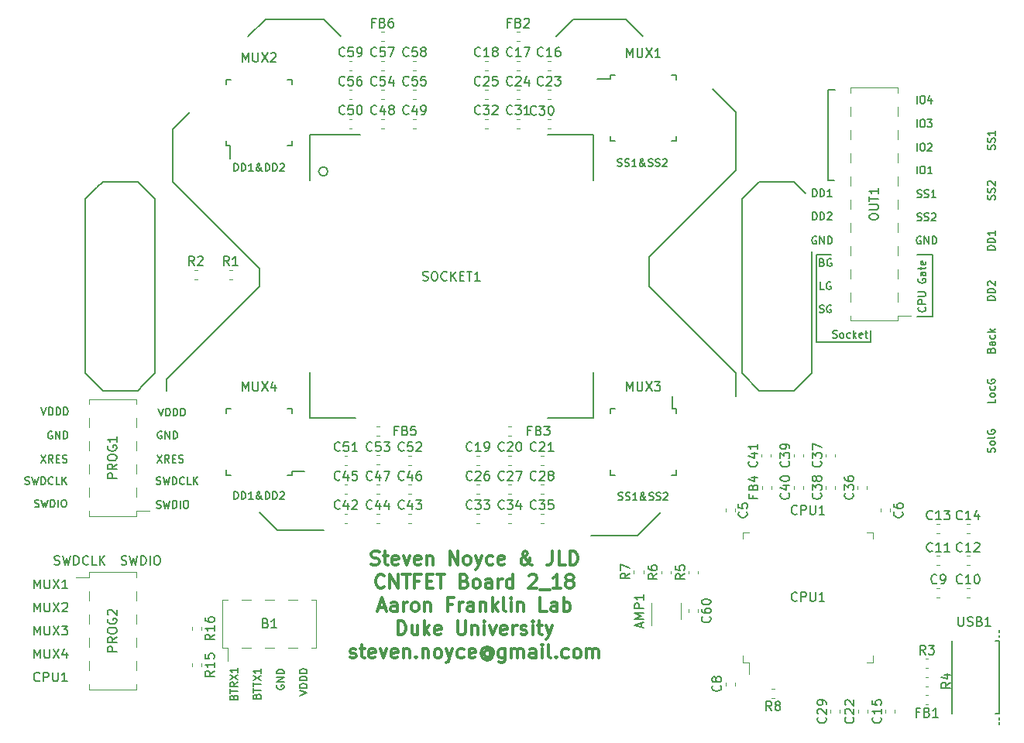
<source format=gbr>
G04 #@! TF.GenerationSoftware,KiCad,Pcbnew,(5.0.0-3-g5ebb6b6)*
G04 #@! TF.CreationDate,2019-10-28T13:28:08-04:00*
G04 #@! TF.ProjectId,Selection Interface,53656C656374696F6E20496E74657266,rev?*
G04 #@! TF.SameCoordinates,Original*
G04 #@! TF.FileFunction,Legend,Top*
G04 #@! TF.FilePolarity,Positive*
%FSLAX46Y46*%
G04 Gerber Fmt 4.6, Leading zero omitted, Abs format (unit mm)*
G04 Created by KiCad (PCBNEW (5.0.0-3-g5ebb6b6)) date Monday, October 28, 2019 at 01:28:08 PM*
%MOMM*%
%LPD*%
G01*
G04 APERTURE LIST*
%ADD10C,0.200000*%
%ADD11C,0.150000*%
%ADD12C,0.160000*%
%ADD13C,0.300000*%
%ADD14C,0.120000*%
G04 APERTURE END LIST*
D10*
X165735000Y-112395000D02*
X166370000Y-111760000D01*
X161925000Y-112395000D02*
X165735000Y-112395000D01*
X161290000Y-111760000D02*
X161925000Y-112395000D01*
X165735000Y-89535000D02*
X166370000Y-90170000D01*
X161925000Y-89535000D02*
X165735000Y-89535000D01*
X161290000Y-90170000D02*
X161925000Y-89535000D01*
D11*
X237809523Y-135357142D02*
X237761904Y-135404761D01*
X237619047Y-135452380D01*
X237523809Y-135452380D01*
X237380952Y-135404761D01*
X237285714Y-135309523D01*
X237238095Y-135214285D01*
X237190476Y-135023809D01*
X237190476Y-134880952D01*
X237238095Y-134690476D01*
X237285714Y-134595238D01*
X237380952Y-134500000D01*
X237523809Y-134452380D01*
X237619047Y-134452380D01*
X237761904Y-134500000D01*
X237809523Y-134547619D01*
X238238095Y-135452380D02*
X238238095Y-134452380D01*
X238619047Y-134452380D01*
X238714285Y-134500000D01*
X238761904Y-134547619D01*
X238809523Y-134642857D01*
X238809523Y-134785714D01*
X238761904Y-134880952D01*
X238714285Y-134928571D01*
X238619047Y-134976190D01*
X238238095Y-134976190D01*
X239238095Y-134452380D02*
X239238095Y-135261904D01*
X239285714Y-135357142D01*
X239333333Y-135404761D01*
X239428571Y-135452380D01*
X239619047Y-135452380D01*
X239714285Y-135404761D01*
X239761904Y-135357142D01*
X239809523Y-135261904D01*
X239809523Y-134452380D01*
X240809523Y-135452380D02*
X240238095Y-135452380D01*
X240523809Y-135452380D02*
X240523809Y-134452380D01*
X240428571Y-134595238D01*
X240333333Y-134690476D01*
X240238095Y-134738095D01*
D10*
X252603000Y-97536000D02*
X252603000Y-104267000D01*
X250952000Y-104267000D02*
X252603000Y-104267000D01*
X250952000Y-97536000D02*
X252603000Y-97536000D01*
X239903000Y-97536000D02*
X239903000Y-107061000D01*
X239903000Y-97536000D02*
X241554000Y-97536000D01*
D12*
X251792857Y-103264761D02*
X251831904Y-103303809D01*
X251870952Y-103420952D01*
X251870952Y-103499047D01*
X251831904Y-103616190D01*
X251753809Y-103694285D01*
X251675714Y-103733333D01*
X251519523Y-103772380D01*
X251402380Y-103772380D01*
X251246190Y-103733333D01*
X251168095Y-103694285D01*
X251090000Y-103616190D01*
X251050952Y-103499047D01*
X251050952Y-103420952D01*
X251090000Y-103303809D01*
X251129047Y-103264761D01*
X251870952Y-102913333D02*
X251050952Y-102913333D01*
X251050952Y-102600952D01*
X251090000Y-102522857D01*
X251129047Y-102483809D01*
X251207142Y-102444761D01*
X251324285Y-102444761D01*
X251402380Y-102483809D01*
X251441428Y-102522857D01*
X251480476Y-102600952D01*
X251480476Y-102913333D01*
X251050952Y-102093333D02*
X251714761Y-102093333D01*
X251792857Y-102054285D01*
X251831904Y-102015238D01*
X251870952Y-101937142D01*
X251870952Y-101780952D01*
X251831904Y-101702857D01*
X251792857Y-101663809D01*
X251714761Y-101624761D01*
X251050952Y-101624761D01*
X251090000Y-100180000D02*
X251050952Y-100258095D01*
X251050952Y-100375238D01*
X251090000Y-100492380D01*
X251168095Y-100570476D01*
X251246190Y-100609523D01*
X251402380Y-100648571D01*
X251519523Y-100648571D01*
X251675714Y-100609523D01*
X251753809Y-100570476D01*
X251831904Y-100492380D01*
X251870952Y-100375238D01*
X251870952Y-100297142D01*
X251831904Y-100180000D01*
X251792857Y-100140952D01*
X251519523Y-100140952D01*
X251519523Y-100297142D01*
X251870952Y-99438095D02*
X251441428Y-99438095D01*
X251363333Y-99477142D01*
X251324285Y-99555238D01*
X251324285Y-99711428D01*
X251363333Y-99789523D01*
X251831904Y-99438095D02*
X251870952Y-99516190D01*
X251870952Y-99711428D01*
X251831904Y-99789523D01*
X251753809Y-99828571D01*
X251675714Y-99828571D01*
X251597619Y-99789523D01*
X251558571Y-99711428D01*
X251558571Y-99516190D01*
X251519523Y-99438095D01*
X251324285Y-99164761D02*
X251324285Y-98852380D01*
X251050952Y-99047619D02*
X251753809Y-99047619D01*
X251831904Y-99008571D01*
X251870952Y-98930476D01*
X251870952Y-98852380D01*
X251831904Y-98266666D02*
X251870952Y-98344761D01*
X251870952Y-98500952D01*
X251831904Y-98579047D01*
X251753809Y-98618095D01*
X251441428Y-98618095D01*
X251363333Y-98579047D01*
X251324285Y-98500952D01*
X251324285Y-98344761D01*
X251363333Y-98266666D01*
X251441428Y-98227619D01*
X251519523Y-98227619D01*
X251597619Y-98618095D01*
D10*
X240284000Y-107061000D02*
X239903000Y-107061000D01*
X245872000Y-107061000D02*
X240284000Y-107061000D01*
X245872000Y-107061000D02*
X245872000Y-105791000D01*
X239395000Y-99060000D02*
X239395000Y-97155000D01*
X169545000Y-83820000D02*
X171450000Y-81915000D01*
X169545000Y-88265000D02*
X169545000Y-83820000D01*
X239395000Y-98933000D02*
X239395000Y-110490000D01*
D12*
X239913238Y-95570000D02*
X239835142Y-95530952D01*
X239718000Y-95530952D01*
X239600857Y-95570000D01*
X239522761Y-95648095D01*
X239483714Y-95726190D01*
X239444666Y-95882380D01*
X239444666Y-95999523D01*
X239483714Y-96155714D01*
X239522761Y-96233809D01*
X239600857Y-96311904D01*
X239718000Y-96350952D01*
X239796095Y-96350952D01*
X239913238Y-96311904D01*
X239952285Y-96272857D01*
X239952285Y-95999523D01*
X239796095Y-95999523D01*
X240303714Y-96350952D02*
X240303714Y-95530952D01*
X240772285Y-96350952D01*
X240772285Y-95530952D01*
X241162761Y-96350952D02*
X241162761Y-95530952D01*
X241358000Y-95530952D01*
X241475142Y-95570000D01*
X241553238Y-95648095D01*
X241592285Y-95726190D01*
X241631333Y-95882380D01*
X241631333Y-95999523D01*
X241592285Y-96155714D01*
X241553238Y-96233809D01*
X241475142Y-96311904D01*
X241358000Y-96350952D01*
X241162761Y-96350952D01*
X241711714Y-106598904D02*
X241828857Y-106637952D01*
X242024095Y-106637952D01*
X242102190Y-106598904D01*
X242141238Y-106559857D01*
X242180285Y-106481761D01*
X242180285Y-106403666D01*
X242141238Y-106325571D01*
X242102190Y-106286523D01*
X242024095Y-106247476D01*
X241867904Y-106208428D01*
X241789809Y-106169380D01*
X241750761Y-106130333D01*
X241711714Y-106052238D01*
X241711714Y-105974142D01*
X241750761Y-105896047D01*
X241789809Y-105857000D01*
X241867904Y-105817952D01*
X242063142Y-105817952D01*
X242180285Y-105857000D01*
X242648857Y-106637952D02*
X242570761Y-106598904D01*
X242531714Y-106559857D01*
X242492666Y-106481761D01*
X242492666Y-106247476D01*
X242531714Y-106169380D01*
X242570761Y-106130333D01*
X242648857Y-106091285D01*
X242766000Y-106091285D01*
X242844095Y-106130333D01*
X242883142Y-106169380D01*
X242922190Y-106247476D01*
X242922190Y-106481761D01*
X242883142Y-106559857D01*
X242844095Y-106598904D01*
X242766000Y-106637952D01*
X242648857Y-106637952D01*
X243625047Y-106598904D02*
X243546952Y-106637952D01*
X243390761Y-106637952D01*
X243312666Y-106598904D01*
X243273619Y-106559857D01*
X243234571Y-106481761D01*
X243234571Y-106247476D01*
X243273619Y-106169380D01*
X243312666Y-106130333D01*
X243390761Y-106091285D01*
X243546952Y-106091285D01*
X243625047Y-106130333D01*
X243976476Y-106637952D02*
X243976476Y-105817952D01*
X244054571Y-106325571D02*
X244288857Y-106637952D01*
X244288857Y-106091285D02*
X243976476Y-106403666D01*
X244952666Y-106598904D02*
X244874571Y-106637952D01*
X244718380Y-106637952D01*
X244640285Y-106598904D01*
X244601238Y-106520809D01*
X244601238Y-106208428D01*
X244640285Y-106130333D01*
X244718380Y-106091285D01*
X244874571Y-106091285D01*
X244952666Y-106130333D01*
X244991714Y-106208428D01*
X244991714Y-106286523D01*
X244601238Y-106364619D01*
X245226000Y-106091285D02*
X245538380Y-106091285D01*
X245343142Y-105817952D02*
X245343142Y-106520809D01*
X245382190Y-106598904D01*
X245460285Y-106637952D01*
X245538380Y-106637952D01*
X240274714Y-103836904D02*
X240391857Y-103875952D01*
X240587095Y-103875952D01*
X240665190Y-103836904D01*
X240704238Y-103797857D01*
X240743285Y-103719761D01*
X240743285Y-103641666D01*
X240704238Y-103563571D01*
X240665190Y-103524523D01*
X240587095Y-103485476D01*
X240430904Y-103446428D01*
X240352809Y-103407380D01*
X240313761Y-103368333D01*
X240274714Y-103290238D01*
X240274714Y-103212142D01*
X240313761Y-103134047D01*
X240352809Y-103095000D01*
X240430904Y-103055952D01*
X240626142Y-103055952D01*
X240743285Y-103095000D01*
X241524238Y-103095000D02*
X241446142Y-103055952D01*
X241329000Y-103055952D01*
X241211857Y-103095000D01*
X241133761Y-103173095D01*
X241094714Y-103251190D01*
X241055666Y-103407380D01*
X241055666Y-103524523D01*
X241094714Y-103680714D01*
X241133761Y-103758809D01*
X241211857Y-103836904D01*
X241329000Y-103875952D01*
X241407095Y-103875952D01*
X241524238Y-103836904D01*
X241563285Y-103797857D01*
X241563285Y-103524523D01*
X241407095Y-103524523D01*
X240762809Y-101335952D02*
X240372333Y-101335952D01*
X240372333Y-100515952D01*
X241465666Y-100555000D02*
X241387571Y-100515952D01*
X241270428Y-100515952D01*
X241153285Y-100555000D01*
X241075190Y-100633095D01*
X241036142Y-100711190D01*
X240997095Y-100867380D01*
X240997095Y-100984523D01*
X241036142Y-101140714D01*
X241075190Y-101218809D01*
X241153285Y-101296904D01*
X241270428Y-101335952D01*
X241348523Y-101335952D01*
X241465666Y-101296904D01*
X241504714Y-101257857D01*
X241504714Y-100984523D01*
X241348523Y-100984523D01*
X240567571Y-98366428D02*
X240684714Y-98405476D01*
X240723761Y-98444523D01*
X240762809Y-98522619D01*
X240762809Y-98639761D01*
X240723761Y-98717857D01*
X240684714Y-98756904D01*
X240606619Y-98795952D01*
X240294238Y-98795952D01*
X240294238Y-97975952D01*
X240567571Y-97975952D01*
X240645666Y-98015000D01*
X240684714Y-98054047D01*
X240723761Y-98132142D01*
X240723761Y-98210238D01*
X240684714Y-98288333D01*
X240645666Y-98327380D01*
X240567571Y-98366428D01*
X240294238Y-98366428D01*
X241543761Y-98015000D02*
X241465666Y-97975952D01*
X241348523Y-97975952D01*
X241231380Y-98015000D01*
X241153285Y-98093095D01*
X241114238Y-98171190D01*
X241075190Y-98327380D01*
X241075190Y-98444523D01*
X241114238Y-98600714D01*
X241153285Y-98678809D01*
X241231380Y-98756904D01*
X241348523Y-98795952D01*
X241426619Y-98795952D01*
X241543761Y-98756904D01*
X241582809Y-98717857D01*
X241582809Y-98444523D01*
X241426619Y-98444523D01*
D10*
X167640000Y-91440000D02*
X166370000Y-90170000D01*
X167640000Y-92075000D02*
X167640000Y-91440000D01*
X160020000Y-91440000D02*
X161290000Y-90170000D01*
X160020000Y-92075000D02*
X160020000Y-91440000D01*
X160020000Y-110490000D02*
X160020000Y-92075000D01*
X167640000Y-110490000D02*
X167640000Y-92075000D01*
X166370000Y-111760000D02*
X167640000Y-110490000D01*
X160020000Y-110490000D02*
X161290000Y-111760000D01*
X237490000Y-89535000D02*
X238760000Y-90805000D01*
X237490000Y-112395000D02*
X239395000Y-110490000D01*
X233680000Y-112395000D02*
X237490000Y-112395000D01*
X231775000Y-93980000D02*
X231775000Y-110490000D01*
X231775000Y-110490000D02*
X233680000Y-112395000D01*
X233680000Y-89535000D02*
X237490000Y-89535000D01*
X231775000Y-91440000D02*
X233680000Y-89535000D01*
X231775000Y-93980000D02*
X231775000Y-91440000D01*
X180975000Y-127635000D02*
X186055000Y-127635000D01*
X220345000Y-128270000D02*
X215265000Y-128270000D01*
X179705000Y-71755000D02*
X177800000Y-73660000D01*
X168910000Y-111125000D02*
X168910000Y-112395000D01*
X179070000Y-100965000D02*
X168910000Y-111125000D01*
X179070000Y-99060000D02*
X179070000Y-100965000D01*
X169545000Y-89535000D02*
X179070000Y-99060000D01*
X169545000Y-88265000D02*
X169545000Y-89535000D01*
X213360000Y-71755000D02*
X211455000Y-73660000D01*
X219075000Y-71755000D02*
X213360000Y-71755000D01*
X220980000Y-73660000D02*
X219075000Y-71755000D01*
X186055000Y-71755000D02*
X187960000Y-73660000D01*
X179705000Y-71755000D02*
X186055000Y-71755000D01*
X179070000Y-125730000D02*
X180975000Y-127635000D01*
X222885000Y-125730000D02*
X220345000Y-128270000D01*
X231140000Y-110490000D02*
X231140000Y-113030000D01*
X221615000Y-100965000D02*
X231140000Y-110490000D01*
X221615000Y-97790000D02*
X221615000Y-100965000D01*
X231140000Y-88265000D02*
X221615000Y-97790000D01*
X231140000Y-81915000D02*
X231140000Y-88265000D01*
X228600000Y-79375000D02*
X231140000Y-81915000D01*
D11*
X163948952Y-131418761D02*
X164091809Y-131466380D01*
X164329904Y-131466380D01*
X164425142Y-131418761D01*
X164472761Y-131371142D01*
X164520380Y-131275904D01*
X164520380Y-131180666D01*
X164472761Y-131085428D01*
X164425142Y-131037809D01*
X164329904Y-130990190D01*
X164139428Y-130942571D01*
X164044190Y-130894952D01*
X163996571Y-130847333D01*
X163948952Y-130752095D01*
X163948952Y-130656857D01*
X163996571Y-130561619D01*
X164044190Y-130514000D01*
X164139428Y-130466380D01*
X164377523Y-130466380D01*
X164520380Y-130514000D01*
X164853714Y-130466380D02*
X165091809Y-131466380D01*
X165282285Y-130752095D01*
X165472761Y-131466380D01*
X165710857Y-130466380D01*
X166091809Y-131466380D02*
X166091809Y-130466380D01*
X166329904Y-130466380D01*
X166472761Y-130514000D01*
X166568000Y-130609238D01*
X166615619Y-130704476D01*
X166663238Y-130894952D01*
X166663238Y-131037809D01*
X166615619Y-131228285D01*
X166568000Y-131323523D01*
X166472761Y-131418761D01*
X166329904Y-131466380D01*
X166091809Y-131466380D01*
X167091809Y-131466380D02*
X167091809Y-130466380D01*
X167758476Y-130466380D02*
X167948952Y-130466380D01*
X168044190Y-130514000D01*
X168139428Y-130609238D01*
X168187047Y-130799714D01*
X168187047Y-131133047D01*
X168139428Y-131323523D01*
X168044190Y-131418761D01*
X167948952Y-131466380D01*
X167758476Y-131466380D01*
X167663238Y-131418761D01*
X167568000Y-131323523D01*
X167520380Y-131133047D01*
X167520380Y-130799714D01*
X167568000Y-130609238D01*
X167663238Y-130514000D01*
X167758476Y-130466380D01*
X156623095Y-131418761D02*
X156765952Y-131466380D01*
X157004047Y-131466380D01*
X157099285Y-131418761D01*
X157146904Y-131371142D01*
X157194523Y-131275904D01*
X157194523Y-131180666D01*
X157146904Y-131085428D01*
X157099285Y-131037809D01*
X157004047Y-130990190D01*
X156813571Y-130942571D01*
X156718333Y-130894952D01*
X156670714Y-130847333D01*
X156623095Y-130752095D01*
X156623095Y-130656857D01*
X156670714Y-130561619D01*
X156718333Y-130514000D01*
X156813571Y-130466380D01*
X157051666Y-130466380D01*
X157194523Y-130514000D01*
X157527857Y-130466380D02*
X157765952Y-131466380D01*
X157956428Y-130752095D01*
X158146904Y-131466380D01*
X158385000Y-130466380D01*
X158765952Y-131466380D02*
X158765952Y-130466380D01*
X159004047Y-130466380D01*
X159146904Y-130514000D01*
X159242142Y-130609238D01*
X159289761Y-130704476D01*
X159337380Y-130894952D01*
X159337380Y-131037809D01*
X159289761Y-131228285D01*
X159242142Y-131323523D01*
X159146904Y-131418761D01*
X159004047Y-131466380D01*
X158765952Y-131466380D01*
X160337380Y-131371142D02*
X160289761Y-131418761D01*
X160146904Y-131466380D01*
X160051666Y-131466380D01*
X159908809Y-131418761D01*
X159813571Y-131323523D01*
X159765952Y-131228285D01*
X159718333Y-131037809D01*
X159718333Y-130894952D01*
X159765952Y-130704476D01*
X159813571Y-130609238D01*
X159908809Y-130514000D01*
X160051666Y-130466380D01*
X160146904Y-130466380D01*
X160289761Y-130514000D01*
X160337380Y-130561619D01*
X161242142Y-131466380D02*
X160765952Y-131466380D01*
X160765952Y-130466380D01*
X161575476Y-131466380D02*
X161575476Y-130466380D01*
X162146904Y-131466380D02*
X161718333Y-130894952D01*
X162146904Y-130466380D02*
X161575476Y-131037809D01*
X155019523Y-144121142D02*
X154971904Y-144168761D01*
X154829047Y-144216380D01*
X154733809Y-144216380D01*
X154590952Y-144168761D01*
X154495714Y-144073523D01*
X154448095Y-143978285D01*
X154400476Y-143787809D01*
X154400476Y-143644952D01*
X154448095Y-143454476D01*
X154495714Y-143359238D01*
X154590952Y-143264000D01*
X154733809Y-143216380D01*
X154829047Y-143216380D01*
X154971904Y-143264000D01*
X155019523Y-143311619D01*
X155448095Y-144216380D02*
X155448095Y-143216380D01*
X155829047Y-143216380D01*
X155924285Y-143264000D01*
X155971904Y-143311619D01*
X156019523Y-143406857D01*
X156019523Y-143549714D01*
X155971904Y-143644952D01*
X155924285Y-143692571D01*
X155829047Y-143740190D01*
X155448095Y-143740190D01*
X156448095Y-143216380D02*
X156448095Y-144025904D01*
X156495714Y-144121142D01*
X156543333Y-144168761D01*
X156638571Y-144216380D01*
X156829047Y-144216380D01*
X156924285Y-144168761D01*
X156971904Y-144121142D01*
X157019523Y-144025904D01*
X157019523Y-143216380D01*
X158019523Y-144216380D02*
X157448095Y-144216380D01*
X157733809Y-144216380D02*
X157733809Y-143216380D01*
X157638571Y-143359238D01*
X157543333Y-143454476D01*
X157448095Y-143502095D01*
X154400476Y-141676380D02*
X154400476Y-140676380D01*
X154733809Y-141390666D01*
X155067142Y-140676380D01*
X155067142Y-141676380D01*
X155543333Y-140676380D02*
X155543333Y-141485904D01*
X155590952Y-141581142D01*
X155638571Y-141628761D01*
X155733809Y-141676380D01*
X155924285Y-141676380D01*
X156019523Y-141628761D01*
X156067142Y-141581142D01*
X156114761Y-141485904D01*
X156114761Y-140676380D01*
X156495714Y-140676380D02*
X157162380Y-141676380D01*
X157162380Y-140676380D02*
X156495714Y-141676380D01*
X157971904Y-141009714D02*
X157971904Y-141676380D01*
X157733809Y-140628761D02*
X157495714Y-141343047D01*
X158114761Y-141343047D01*
X154400476Y-139136380D02*
X154400476Y-138136380D01*
X154733809Y-138850666D01*
X155067142Y-138136380D01*
X155067142Y-139136380D01*
X155543333Y-138136380D02*
X155543333Y-138945904D01*
X155590952Y-139041142D01*
X155638571Y-139088761D01*
X155733809Y-139136380D01*
X155924285Y-139136380D01*
X156019523Y-139088761D01*
X156067142Y-139041142D01*
X156114761Y-138945904D01*
X156114761Y-138136380D01*
X156495714Y-138136380D02*
X157162380Y-139136380D01*
X157162380Y-138136380D02*
X156495714Y-139136380D01*
X157448095Y-138136380D02*
X158067142Y-138136380D01*
X157733809Y-138517333D01*
X157876666Y-138517333D01*
X157971904Y-138564952D01*
X158019523Y-138612571D01*
X158067142Y-138707809D01*
X158067142Y-138945904D01*
X158019523Y-139041142D01*
X157971904Y-139088761D01*
X157876666Y-139136380D01*
X157590952Y-139136380D01*
X157495714Y-139088761D01*
X157448095Y-139041142D01*
X154400476Y-136596380D02*
X154400476Y-135596380D01*
X154733809Y-136310666D01*
X155067142Y-135596380D01*
X155067142Y-136596380D01*
X155543333Y-135596380D02*
X155543333Y-136405904D01*
X155590952Y-136501142D01*
X155638571Y-136548761D01*
X155733809Y-136596380D01*
X155924285Y-136596380D01*
X156019523Y-136548761D01*
X156067142Y-136501142D01*
X156114761Y-136405904D01*
X156114761Y-135596380D01*
X156495714Y-135596380D02*
X157162380Y-136596380D01*
X157162380Y-135596380D02*
X156495714Y-136596380D01*
X157495714Y-135691619D02*
X157543333Y-135644000D01*
X157638571Y-135596380D01*
X157876666Y-135596380D01*
X157971904Y-135644000D01*
X158019523Y-135691619D01*
X158067142Y-135786857D01*
X158067142Y-135882095D01*
X158019523Y-136024952D01*
X157448095Y-136596380D01*
X158067142Y-136596380D01*
X154400476Y-134056380D02*
X154400476Y-133056380D01*
X154733809Y-133770666D01*
X155067142Y-133056380D01*
X155067142Y-134056380D01*
X155543333Y-133056380D02*
X155543333Y-133865904D01*
X155590952Y-133961142D01*
X155638571Y-134008761D01*
X155733809Y-134056380D01*
X155924285Y-134056380D01*
X156019523Y-134008761D01*
X156067142Y-133961142D01*
X156114761Y-133865904D01*
X156114761Y-133056380D01*
X156495714Y-133056380D02*
X157162380Y-134056380D01*
X157162380Y-133056380D02*
X156495714Y-134056380D01*
X158067142Y-134056380D02*
X157495714Y-134056380D01*
X157781428Y-134056380D02*
X157781428Y-133056380D01*
X157686190Y-133199238D01*
X157590952Y-133294476D01*
X157495714Y-133342095D01*
D12*
X259450952Y-102515238D02*
X258630952Y-102515238D01*
X258630952Y-102320000D01*
X258670000Y-102202857D01*
X258748095Y-102124761D01*
X258826190Y-102085714D01*
X258982380Y-102046666D01*
X259099523Y-102046666D01*
X259255714Y-102085714D01*
X259333809Y-102124761D01*
X259411904Y-102202857D01*
X259450952Y-102320000D01*
X259450952Y-102515238D01*
X259450952Y-101695238D02*
X258630952Y-101695238D01*
X258630952Y-101500000D01*
X258670000Y-101382857D01*
X258748095Y-101304761D01*
X258826190Y-101265714D01*
X258982380Y-101226666D01*
X259099523Y-101226666D01*
X259255714Y-101265714D01*
X259333809Y-101304761D01*
X259411904Y-101382857D01*
X259450952Y-101500000D01*
X259450952Y-101695238D01*
X258709047Y-100914285D02*
X258670000Y-100875238D01*
X258630952Y-100797142D01*
X258630952Y-100601904D01*
X258670000Y-100523809D01*
X258709047Y-100484761D01*
X258787142Y-100445714D01*
X258865238Y-100445714D01*
X258982380Y-100484761D01*
X259450952Y-100953333D01*
X259450952Y-100445714D01*
X259450952Y-97015238D02*
X258630952Y-97015238D01*
X258630952Y-96820000D01*
X258670000Y-96702857D01*
X258748095Y-96624761D01*
X258826190Y-96585714D01*
X258982380Y-96546666D01*
X259099523Y-96546666D01*
X259255714Y-96585714D01*
X259333809Y-96624761D01*
X259411904Y-96702857D01*
X259450952Y-96820000D01*
X259450952Y-97015238D01*
X259450952Y-96195238D02*
X258630952Y-96195238D01*
X258630952Y-96000000D01*
X258670000Y-95882857D01*
X258748095Y-95804761D01*
X258826190Y-95765714D01*
X258982380Y-95726666D01*
X259099523Y-95726666D01*
X259255714Y-95765714D01*
X259333809Y-95804761D01*
X259411904Y-95882857D01*
X259450952Y-96000000D01*
X259450952Y-96195238D01*
X259450952Y-94945714D02*
X259450952Y-95414285D01*
X259450952Y-95180000D02*
X258630952Y-95180000D01*
X258748095Y-95258095D01*
X258826190Y-95336190D01*
X258865238Y-95414285D01*
D13*
X191279285Y-131397142D02*
X191493571Y-131468571D01*
X191850714Y-131468571D01*
X191993571Y-131397142D01*
X192065000Y-131325714D01*
X192136428Y-131182857D01*
X192136428Y-131040000D01*
X192065000Y-130897142D01*
X191993571Y-130825714D01*
X191850714Y-130754285D01*
X191565000Y-130682857D01*
X191422142Y-130611428D01*
X191350714Y-130540000D01*
X191279285Y-130397142D01*
X191279285Y-130254285D01*
X191350714Y-130111428D01*
X191422142Y-130040000D01*
X191565000Y-129968571D01*
X191922142Y-129968571D01*
X192136428Y-130040000D01*
X192565000Y-130468571D02*
X193136428Y-130468571D01*
X192779285Y-129968571D02*
X192779285Y-131254285D01*
X192850714Y-131397142D01*
X192993571Y-131468571D01*
X193136428Y-131468571D01*
X194207857Y-131397142D02*
X194065000Y-131468571D01*
X193779285Y-131468571D01*
X193636428Y-131397142D01*
X193565000Y-131254285D01*
X193565000Y-130682857D01*
X193636428Y-130540000D01*
X193779285Y-130468571D01*
X194065000Y-130468571D01*
X194207857Y-130540000D01*
X194279285Y-130682857D01*
X194279285Y-130825714D01*
X193565000Y-130968571D01*
X194779285Y-130468571D02*
X195136428Y-131468571D01*
X195493571Y-130468571D01*
X196636428Y-131397142D02*
X196493571Y-131468571D01*
X196207857Y-131468571D01*
X196065000Y-131397142D01*
X195993571Y-131254285D01*
X195993571Y-130682857D01*
X196065000Y-130540000D01*
X196207857Y-130468571D01*
X196493571Y-130468571D01*
X196636428Y-130540000D01*
X196707857Y-130682857D01*
X196707857Y-130825714D01*
X195993571Y-130968571D01*
X197350714Y-130468571D02*
X197350714Y-131468571D01*
X197350714Y-130611428D02*
X197422142Y-130540000D01*
X197565000Y-130468571D01*
X197779285Y-130468571D01*
X197922142Y-130540000D01*
X197993571Y-130682857D01*
X197993571Y-131468571D01*
X199850714Y-131468571D02*
X199850714Y-129968571D01*
X200707857Y-131468571D01*
X200707857Y-129968571D01*
X201636428Y-131468571D02*
X201493571Y-131397142D01*
X201422142Y-131325714D01*
X201350714Y-131182857D01*
X201350714Y-130754285D01*
X201422142Y-130611428D01*
X201493571Y-130540000D01*
X201636428Y-130468571D01*
X201850714Y-130468571D01*
X201993571Y-130540000D01*
X202065000Y-130611428D01*
X202136428Y-130754285D01*
X202136428Y-131182857D01*
X202065000Y-131325714D01*
X201993571Y-131397142D01*
X201850714Y-131468571D01*
X201636428Y-131468571D01*
X202636428Y-130468571D02*
X202993571Y-131468571D01*
X203350714Y-130468571D02*
X202993571Y-131468571D01*
X202850714Y-131825714D01*
X202779285Y-131897142D01*
X202636428Y-131968571D01*
X204565000Y-131397142D02*
X204422142Y-131468571D01*
X204136428Y-131468571D01*
X203993571Y-131397142D01*
X203922142Y-131325714D01*
X203850714Y-131182857D01*
X203850714Y-130754285D01*
X203922142Y-130611428D01*
X203993571Y-130540000D01*
X204136428Y-130468571D01*
X204422142Y-130468571D01*
X204565000Y-130540000D01*
X205779285Y-131397142D02*
X205636428Y-131468571D01*
X205350714Y-131468571D01*
X205207857Y-131397142D01*
X205136428Y-131254285D01*
X205136428Y-130682857D01*
X205207857Y-130540000D01*
X205350714Y-130468571D01*
X205636428Y-130468571D01*
X205779285Y-130540000D01*
X205850714Y-130682857D01*
X205850714Y-130825714D01*
X205136428Y-130968571D01*
X208850714Y-131468571D02*
X208779285Y-131468571D01*
X208636428Y-131397142D01*
X208422142Y-131182857D01*
X208065000Y-130754285D01*
X207922142Y-130540000D01*
X207850714Y-130325714D01*
X207850714Y-130182857D01*
X207922142Y-130040000D01*
X208065000Y-129968571D01*
X208136428Y-129968571D01*
X208279285Y-130040000D01*
X208350714Y-130182857D01*
X208350714Y-130254285D01*
X208279285Y-130397142D01*
X208207857Y-130468571D01*
X207779285Y-130754285D01*
X207707857Y-130825714D01*
X207636428Y-130968571D01*
X207636428Y-131182857D01*
X207707857Y-131325714D01*
X207779285Y-131397142D01*
X207922142Y-131468571D01*
X208136428Y-131468571D01*
X208279285Y-131397142D01*
X208350714Y-131325714D01*
X208565000Y-131040000D01*
X208636428Y-130825714D01*
X208636428Y-130682857D01*
X211065000Y-129968571D02*
X211065000Y-131040000D01*
X210993571Y-131254285D01*
X210850714Y-131397142D01*
X210636428Y-131468571D01*
X210493571Y-131468571D01*
X212493571Y-131468571D02*
X211779285Y-131468571D01*
X211779285Y-129968571D01*
X212993571Y-131468571D02*
X212993571Y-129968571D01*
X213350714Y-129968571D01*
X213565000Y-130040000D01*
X213707857Y-130182857D01*
X213779285Y-130325714D01*
X213850714Y-130611428D01*
X213850714Y-130825714D01*
X213779285Y-131111428D01*
X213707857Y-131254285D01*
X213565000Y-131397142D01*
X213350714Y-131468571D01*
X212993571Y-131468571D01*
X192672142Y-133875714D02*
X192600714Y-133947142D01*
X192386428Y-134018571D01*
X192243571Y-134018571D01*
X192029285Y-133947142D01*
X191886428Y-133804285D01*
X191815000Y-133661428D01*
X191743571Y-133375714D01*
X191743571Y-133161428D01*
X191815000Y-132875714D01*
X191886428Y-132732857D01*
X192029285Y-132590000D01*
X192243571Y-132518571D01*
X192386428Y-132518571D01*
X192600714Y-132590000D01*
X192672142Y-132661428D01*
X193315000Y-134018571D02*
X193315000Y-132518571D01*
X194172142Y-134018571D01*
X194172142Y-132518571D01*
X194672142Y-132518571D02*
X195529285Y-132518571D01*
X195100714Y-134018571D02*
X195100714Y-132518571D01*
X196529285Y-133232857D02*
X196029285Y-133232857D01*
X196029285Y-134018571D02*
X196029285Y-132518571D01*
X196743571Y-132518571D01*
X197315000Y-133232857D02*
X197815000Y-133232857D01*
X198029285Y-134018571D02*
X197315000Y-134018571D01*
X197315000Y-132518571D01*
X198029285Y-132518571D01*
X198457857Y-132518571D02*
X199315000Y-132518571D01*
X198886428Y-134018571D02*
X198886428Y-132518571D01*
X201457857Y-133232857D02*
X201672142Y-133304285D01*
X201743571Y-133375714D01*
X201815000Y-133518571D01*
X201815000Y-133732857D01*
X201743571Y-133875714D01*
X201672142Y-133947142D01*
X201529285Y-134018571D01*
X200957857Y-134018571D01*
X200957857Y-132518571D01*
X201457857Y-132518571D01*
X201600714Y-132590000D01*
X201672142Y-132661428D01*
X201743571Y-132804285D01*
X201743571Y-132947142D01*
X201672142Y-133090000D01*
X201600714Y-133161428D01*
X201457857Y-133232857D01*
X200957857Y-133232857D01*
X202672142Y-134018571D02*
X202529285Y-133947142D01*
X202457857Y-133875714D01*
X202386428Y-133732857D01*
X202386428Y-133304285D01*
X202457857Y-133161428D01*
X202529285Y-133090000D01*
X202672142Y-133018571D01*
X202886428Y-133018571D01*
X203029285Y-133090000D01*
X203100714Y-133161428D01*
X203172142Y-133304285D01*
X203172142Y-133732857D01*
X203100714Y-133875714D01*
X203029285Y-133947142D01*
X202886428Y-134018571D01*
X202672142Y-134018571D01*
X204457857Y-134018571D02*
X204457857Y-133232857D01*
X204386428Y-133090000D01*
X204243571Y-133018571D01*
X203957857Y-133018571D01*
X203815000Y-133090000D01*
X204457857Y-133947142D02*
X204315000Y-134018571D01*
X203957857Y-134018571D01*
X203815000Y-133947142D01*
X203743571Y-133804285D01*
X203743571Y-133661428D01*
X203815000Y-133518571D01*
X203957857Y-133447142D01*
X204315000Y-133447142D01*
X204457857Y-133375714D01*
X205172142Y-134018571D02*
X205172142Y-133018571D01*
X205172142Y-133304285D02*
X205243571Y-133161428D01*
X205315000Y-133090000D01*
X205457857Y-133018571D01*
X205600714Y-133018571D01*
X206743571Y-134018571D02*
X206743571Y-132518571D01*
X206743571Y-133947142D02*
X206600714Y-134018571D01*
X206315000Y-134018571D01*
X206172142Y-133947142D01*
X206100714Y-133875714D01*
X206029285Y-133732857D01*
X206029285Y-133304285D01*
X206100714Y-133161428D01*
X206172142Y-133090000D01*
X206315000Y-133018571D01*
X206600714Y-133018571D01*
X206743571Y-133090000D01*
X208529285Y-132661428D02*
X208600714Y-132590000D01*
X208743571Y-132518571D01*
X209100714Y-132518571D01*
X209243571Y-132590000D01*
X209315000Y-132661428D01*
X209386428Y-132804285D01*
X209386428Y-132947142D01*
X209315000Y-133161428D01*
X208457857Y-134018571D01*
X209386428Y-134018571D01*
X209672142Y-134161428D02*
X210815000Y-134161428D01*
X211957857Y-134018571D02*
X211100714Y-134018571D01*
X211529285Y-134018571D02*
X211529285Y-132518571D01*
X211386428Y-132732857D01*
X211243571Y-132875714D01*
X211100714Y-132947142D01*
X212815000Y-133161428D02*
X212672142Y-133090000D01*
X212600714Y-133018571D01*
X212529285Y-132875714D01*
X212529285Y-132804285D01*
X212600714Y-132661428D01*
X212672142Y-132590000D01*
X212815000Y-132518571D01*
X213100714Y-132518571D01*
X213243571Y-132590000D01*
X213315000Y-132661428D01*
X213386428Y-132804285D01*
X213386428Y-132875714D01*
X213315000Y-133018571D01*
X213243571Y-133090000D01*
X213100714Y-133161428D01*
X212815000Y-133161428D01*
X212672142Y-133232857D01*
X212600714Y-133304285D01*
X212529285Y-133447142D01*
X212529285Y-133732857D01*
X212600714Y-133875714D01*
X212672142Y-133947142D01*
X212815000Y-134018571D01*
X213100714Y-134018571D01*
X213243571Y-133947142D01*
X213315000Y-133875714D01*
X213386428Y-133732857D01*
X213386428Y-133447142D01*
X213315000Y-133304285D01*
X213243571Y-133232857D01*
X213100714Y-133161428D01*
X192100714Y-136140000D02*
X192815000Y-136140000D01*
X191957857Y-136568571D02*
X192457857Y-135068571D01*
X192957857Y-136568571D01*
X194100714Y-136568571D02*
X194100714Y-135782857D01*
X194029285Y-135640000D01*
X193886428Y-135568571D01*
X193600714Y-135568571D01*
X193457857Y-135640000D01*
X194100714Y-136497142D02*
X193957857Y-136568571D01*
X193600714Y-136568571D01*
X193457857Y-136497142D01*
X193386428Y-136354285D01*
X193386428Y-136211428D01*
X193457857Y-136068571D01*
X193600714Y-135997142D01*
X193957857Y-135997142D01*
X194100714Y-135925714D01*
X194815000Y-136568571D02*
X194815000Y-135568571D01*
X194815000Y-135854285D02*
X194886428Y-135711428D01*
X194957857Y-135640000D01*
X195100714Y-135568571D01*
X195243571Y-135568571D01*
X195957857Y-136568571D02*
X195815000Y-136497142D01*
X195743571Y-136425714D01*
X195672142Y-136282857D01*
X195672142Y-135854285D01*
X195743571Y-135711428D01*
X195815000Y-135640000D01*
X195957857Y-135568571D01*
X196172142Y-135568571D01*
X196315000Y-135640000D01*
X196386428Y-135711428D01*
X196457857Y-135854285D01*
X196457857Y-136282857D01*
X196386428Y-136425714D01*
X196315000Y-136497142D01*
X196172142Y-136568571D01*
X195957857Y-136568571D01*
X197100714Y-135568571D02*
X197100714Y-136568571D01*
X197100714Y-135711428D02*
X197172142Y-135640000D01*
X197315000Y-135568571D01*
X197529285Y-135568571D01*
X197672142Y-135640000D01*
X197743571Y-135782857D01*
X197743571Y-136568571D01*
X200100714Y-135782857D02*
X199600714Y-135782857D01*
X199600714Y-136568571D02*
X199600714Y-135068571D01*
X200315000Y-135068571D01*
X200886428Y-136568571D02*
X200886428Y-135568571D01*
X200886428Y-135854285D02*
X200957857Y-135711428D01*
X201029285Y-135640000D01*
X201172142Y-135568571D01*
X201315000Y-135568571D01*
X202457857Y-136568571D02*
X202457857Y-135782857D01*
X202386428Y-135640000D01*
X202243571Y-135568571D01*
X201957857Y-135568571D01*
X201815000Y-135640000D01*
X202457857Y-136497142D02*
X202315000Y-136568571D01*
X201957857Y-136568571D01*
X201815000Y-136497142D01*
X201743571Y-136354285D01*
X201743571Y-136211428D01*
X201815000Y-136068571D01*
X201957857Y-135997142D01*
X202315000Y-135997142D01*
X202457857Y-135925714D01*
X203172142Y-135568571D02*
X203172142Y-136568571D01*
X203172142Y-135711428D02*
X203243571Y-135640000D01*
X203386428Y-135568571D01*
X203600714Y-135568571D01*
X203743571Y-135640000D01*
X203815000Y-135782857D01*
X203815000Y-136568571D01*
X204529285Y-136568571D02*
X204529285Y-135068571D01*
X204672142Y-135997142D02*
X205100714Y-136568571D01*
X205100714Y-135568571D02*
X204529285Y-136140000D01*
X205957857Y-136568571D02*
X205815000Y-136497142D01*
X205743571Y-136354285D01*
X205743571Y-135068571D01*
X206529285Y-136568571D02*
X206529285Y-135568571D01*
X206529285Y-135068571D02*
X206457857Y-135140000D01*
X206529285Y-135211428D01*
X206600714Y-135140000D01*
X206529285Y-135068571D01*
X206529285Y-135211428D01*
X207243571Y-135568571D02*
X207243571Y-136568571D01*
X207243571Y-135711428D02*
X207315000Y-135640000D01*
X207457857Y-135568571D01*
X207672142Y-135568571D01*
X207815000Y-135640000D01*
X207886428Y-135782857D01*
X207886428Y-136568571D01*
X210457857Y-136568571D02*
X209743571Y-136568571D01*
X209743571Y-135068571D01*
X211600714Y-136568571D02*
X211600714Y-135782857D01*
X211529285Y-135640000D01*
X211386428Y-135568571D01*
X211100714Y-135568571D01*
X210957857Y-135640000D01*
X211600714Y-136497142D02*
X211457857Y-136568571D01*
X211100714Y-136568571D01*
X210957857Y-136497142D01*
X210886428Y-136354285D01*
X210886428Y-136211428D01*
X210957857Y-136068571D01*
X211100714Y-135997142D01*
X211457857Y-135997142D01*
X211600714Y-135925714D01*
X212315000Y-136568571D02*
X212315000Y-135068571D01*
X212315000Y-135640000D02*
X212457857Y-135568571D01*
X212743571Y-135568571D01*
X212886428Y-135640000D01*
X212957857Y-135711428D01*
X213029285Y-135854285D01*
X213029285Y-136282857D01*
X212957857Y-136425714D01*
X212886428Y-136497142D01*
X212743571Y-136568571D01*
X212457857Y-136568571D01*
X212315000Y-136497142D01*
X194207857Y-139118571D02*
X194207857Y-137618571D01*
X194565000Y-137618571D01*
X194779285Y-137690000D01*
X194922142Y-137832857D01*
X194993571Y-137975714D01*
X195065000Y-138261428D01*
X195065000Y-138475714D01*
X194993571Y-138761428D01*
X194922142Y-138904285D01*
X194779285Y-139047142D01*
X194565000Y-139118571D01*
X194207857Y-139118571D01*
X196350714Y-138118571D02*
X196350714Y-139118571D01*
X195707857Y-138118571D02*
X195707857Y-138904285D01*
X195779285Y-139047142D01*
X195922142Y-139118571D01*
X196136428Y-139118571D01*
X196279285Y-139047142D01*
X196350714Y-138975714D01*
X197065000Y-139118571D02*
X197065000Y-137618571D01*
X197207857Y-138547142D02*
X197636428Y-139118571D01*
X197636428Y-138118571D02*
X197065000Y-138690000D01*
X198850714Y-139047142D02*
X198707857Y-139118571D01*
X198422142Y-139118571D01*
X198279285Y-139047142D01*
X198207857Y-138904285D01*
X198207857Y-138332857D01*
X198279285Y-138190000D01*
X198422142Y-138118571D01*
X198707857Y-138118571D01*
X198850714Y-138190000D01*
X198922142Y-138332857D01*
X198922142Y-138475714D01*
X198207857Y-138618571D01*
X200707857Y-137618571D02*
X200707857Y-138832857D01*
X200779285Y-138975714D01*
X200850714Y-139047142D01*
X200993571Y-139118571D01*
X201279285Y-139118571D01*
X201422142Y-139047142D01*
X201493571Y-138975714D01*
X201565000Y-138832857D01*
X201565000Y-137618571D01*
X202279285Y-138118571D02*
X202279285Y-139118571D01*
X202279285Y-138261428D02*
X202350714Y-138190000D01*
X202493571Y-138118571D01*
X202707857Y-138118571D01*
X202850714Y-138190000D01*
X202922142Y-138332857D01*
X202922142Y-139118571D01*
X203636428Y-139118571D02*
X203636428Y-138118571D01*
X203636428Y-137618571D02*
X203565000Y-137690000D01*
X203636428Y-137761428D01*
X203707857Y-137690000D01*
X203636428Y-137618571D01*
X203636428Y-137761428D01*
X204207857Y-138118571D02*
X204565000Y-139118571D01*
X204922142Y-138118571D01*
X206065000Y-139047142D02*
X205922142Y-139118571D01*
X205636428Y-139118571D01*
X205493571Y-139047142D01*
X205422142Y-138904285D01*
X205422142Y-138332857D01*
X205493571Y-138190000D01*
X205636428Y-138118571D01*
X205922142Y-138118571D01*
X206065000Y-138190000D01*
X206136428Y-138332857D01*
X206136428Y-138475714D01*
X205422142Y-138618571D01*
X206779285Y-139118571D02*
X206779285Y-138118571D01*
X206779285Y-138404285D02*
X206850714Y-138261428D01*
X206922142Y-138190000D01*
X207065000Y-138118571D01*
X207207857Y-138118571D01*
X207636428Y-139047142D02*
X207779285Y-139118571D01*
X208065000Y-139118571D01*
X208207857Y-139047142D01*
X208279285Y-138904285D01*
X208279285Y-138832857D01*
X208207857Y-138690000D01*
X208065000Y-138618571D01*
X207850714Y-138618571D01*
X207707857Y-138547142D01*
X207636428Y-138404285D01*
X207636428Y-138332857D01*
X207707857Y-138190000D01*
X207850714Y-138118571D01*
X208065000Y-138118571D01*
X208207857Y-138190000D01*
X208922142Y-139118571D02*
X208922142Y-138118571D01*
X208922142Y-137618571D02*
X208850714Y-137690000D01*
X208922142Y-137761428D01*
X208993571Y-137690000D01*
X208922142Y-137618571D01*
X208922142Y-137761428D01*
X209422142Y-138118571D02*
X209993571Y-138118571D01*
X209636428Y-137618571D02*
X209636428Y-138904285D01*
X209707857Y-139047142D01*
X209850714Y-139118571D01*
X209993571Y-139118571D01*
X210350714Y-138118571D02*
X210707857Y-139118571D01*
X211065000Y-138118571D02*
X210707857Y-139118571D01*
X210565000Y-139475714D01*
X210493571Y-139547142D01*
X210350714Y-139618571D01*
X188957857Y-141597142D02*
X189100714Y-141668571D01*
X189386428Y-141668571D01*
X189529285Y-141597142D01*
X189600714Y-141454285D01*
X189600714Y-141382857D01*
X189529285Y-141240000D01*
X189386428Y-141168571D01*
X189172142Y-141168571D01*
X189029285Y-141097142D01*
X188957857Y-140954285D01*
X188957857Y-140882857D01*
X189029285Y-140740000D01*
X189172142Y-140668571D01*
X189386428Y-140668571D01*
X189529285Y-140740000D01*
X190029285Y-140668571D02*
X190600714Y-140668571D01*
X190243571Y-140168571D02*
X190243571Y-141454285D01*
X190315000Y-141597142D01*
X190457857Y-141668571D01*
X190600714Y-141668571D01*
X191672142Y-141597142D02*
X191529285Y-141668571D01*
X191243571Y-141668571D01*
X191100714Y-141597142D01*
X191029285Y-141454285D01*
X191029285Y-140882857D01*
X191100714Y-140740000D01*
X191243571Y-140668571D01*
X191529285Y-140668571D01*
X191672142Y-140740000D01*
X191743571Y-140882857D01*
X191743571Y-141025714D01*
X191029285Y-141168571D01*
X192243571Y-140668571D02*
X192600714Y-141668571D01*
X192957857Y-140668571D01*
X194100714Y-141597142D02*
X193957857Y-141668571D01*
X193672142Y-141668571D01*
X193529285Y-141597142D01*
X193457857Y-141454285D01*
X193457857Y-140882857D01*
X193529285Y-140740000D01*
X193672142Y-140668571D01*
X193957857Y-140668571D01*
X194100714Y-140740000D01*
X194172142Y-140882857D01*
X194172142Y-141025714D01*
X193457857Y-141168571D01*
X194815000Y-140668571D02*
X194815000Y-141668571D01*
X194815000Y-140811428D02*
X194886428Y-140740000D01*
X195029285Y-140668571D01*
X195243571Y-140668571D01*
X195386428Y-140740000D01*
X195457857Y-140882857D01*
X195457857Y-141668571D01*
X196172142Y-141525714D02*
X196243571Y-141597142D01*
X196172142Y-141668571D01*
X196100714Y-141597142D01*
X196172142Y-141525714D01*
X196172142Y-141668571D01*
X196886428Y-140668571D02*
X196886428Y-141668571D01*
X196886428Y-140811428D02*
X196957857Y-140740000D01*
X197100714Y-140668571D01*
X197315000Y-140668571D01*
X197457857Y-140740000D01*
X197529285Y-140882857D01*
X197529285Y-141668571D01*
X198457857Y-141668571D02*
X198315000Y-141597142D01*
X198243571Y-141525714D01*
X198172142Y-141382857D01*
X198172142Y-140954285D01*
X198243571Y-140811428D01*
X198315000Y-140740000D01*
X198457857Y-140668571D01*
X198672142Y-140668571D01*
X198815000Y-140740000D01*
X198886428Y-140811428D01*
X198957857Y-140954285D01*
X198957857Y-141382857D01*
X198886428Y-141525714D01*
X198815000Y-141597142D01*
X198672142Y-141668571D01*
X198457857Y-141668571D01*
X199457857Y-140668571D02*
X199815000Y-141668571D01*
X200172142Y-140668571D02*
X199815000Y-141668571D01*
X199672142Y-142025714D01*
X199600714Y-142097142D01*
X199457857Y-142168571D01*
X201386428Y-141597142D02*
X201243571Y-141668571D01*
X200957857Y-141668571D01*
X200815000Y-141597142D01*
X200743571Y-141525714D01*
X200672142Y-141382857D01*
X200672142Y-140954285D01*
X200743571Y-140811428D01*
X200815000Y-140740000D01*
X200957857Y-140668571D01*
X201243571Y-140668571D01*
X201386428Y-140740000D01*
X202600714Y-141597142D02*
X202457857Y-141668571D01*
X202172142Y-141668571D01*
X202029285Y-141597142D01*
X201957857Y-141454285D01*
X201957857Y-140882857D01*
X202029285Y-140740000D01*
X202172142Y-140668571D01*
X202457857Y-140668571D01*
X202600714Y-140740000D01*
X202672142Y-140882857D01*
X202672142Y-141025714D01*
X201957857Y-141168571D01*
X204243571Y-140954285D02*
X204172142Y-140882857D01*
X204029285Y-140811428D01*
X203886428Y-140811428D01*
X203743571Y-140882857D01*
X203672142Y-140954285D01*
X203600714Y-141097142D01*
X203600714Y-141240000D01*
X203672142Y-141382857D01*
X203743571Y-141454285D01*
X203886428Y-141525714D01*
X204029285Y-141525714D01*
X204172142Y-141454285D01*
X204243571Y-141382857D01*
X204243571Y-140811428D02*
X204243571Y-141382857D01*
X204315000Y-141454285D01*
X204386428Y-141454285D01*
X204529285Y-141382857D01*
X204600714Y-141240000D01*
X204600714Y-140882857D01*
X204457857Y-140668571D01*
X204243571Y-140525714D01*
X203957857Y-140454285D01*
X203672142Y-140525714D01*
X203457857Y-140668571D01*
X203315000Y-140882857D01*
X203243571Y-141168571D01*
X203315000Y-141454285D01*
X203457857Y-141668571D01*
X203672142Y-141811428D01*
X203957857Y-141882857D01*
X204243571Y-141811428D01*
X204457857Y-141668571D01*
X205886428Y-140668571D02*
X205886428Y-141882857D01*
X205815000Y-142025714D01*
X205743571Y-142097142D01*
X205600714Y-142168571D01*
X205386428Y-142168571D01*
X205243571Y-142097142D01*
X205886428Y-141597142D02*
X205743571Y-141668571D01*
X205457857Y-141668571D01*
X205315000Y-141597142D01*
X205243571Y-141525714D01*
X205172142Y-141382857D01*
X205172142Y-140954285D01*
X205243571Y-140811428D01*
X205315000Y-140740000D01*
X205457857Y-140668571D01*
X205743571Y-140668571D01*
X205886428Y-140740000D01*
X206600714Y-141668571D02*
X206600714Y-140668571D01*
X206600714Y-140811428D02*
X206672142Y-140740000D01*
X206815000Y-140668571D01*
X207029285Y-140668571D01*
X207172142Y-140740000D01*
X207243571Y-140882857D01*
X207243571Y-141668571D01*
X207243571Y-140882857D02*
X207315000Y-140740000D01*
X207457857Y-140668571D01*
X207672142Y-140668571D01*
X207815000Y-140740000D01*
X207886428Y-140882857D01*
X207886428Y-141668571D01*
X209243571Y-141668571D02*
X209243571Y-140882857D01*
X209172142Y-140740000D01*
X209029285Y-140668571D01*
X208743571Y-140668571D01*
X208600714Y-140740000D01*
X209243571Y-141597142D02*
X209100714Y-141668571D01*
X208743571Y-141668571D01*
X208600714Y-141597142D01*
X208529285Y-141454285D01*
X208529285Y-141311428D01*
X208600714Y-141168571D01*
X208743571Y-141097142D01*
X209100714Y-141097142D01*
X209243571Y-141025714D01*
X209957857Y-141668571D02*
X209957857Y-140668571D01*
X209957857Y-140168571D02*
X209886428Y-140240000D01*
X209957857Y-140311428D01*
X210029285Y-140240000D01*
X209957857Y-140168571D01*
X209957857Y-140311428D01*
X210886428Y-141668571D02*
X210743571Y-141597142D01*
X210672142Y-141454285D01*
X210672142Y-140168571D01*
X211457857Y-141525714D02*
X211529285Y-141597142D01*
X211457857Y-141668571D01*
X211386428Y-141597142D01*
X211457857Y-141525714D01*
X211457857Y-141668571D01*
X212815000Y-141597142D02*
X212672142Y-141668571D01*
X212386428Y-141668571D01*
X212243571Y-141597142D01*
X212172142Y-141525714D01*
X212100714Y-141382857D01*
X212100714Y-140954285D01*
X212172142Y-140811428D01*
X212243571Y-140740000D01*
X212386428Y-140668571D01*
X212672142Y-140668571D01*
X212815000Y-140740000D01*
X213672142Y-141668571D02*
X213529285Y-141597142D01*
X213457857Y-141525714D01*
X213386428Y-141382857D01*
X213386428Y-140954285D01*
X213457857Y-140811428D01*
X213529285Y-140740000D01*
X213672142Y-140668571D01*
X213886428Y-140668571D01*
X214029285Y-140740000D01*
X214100714Y-140811428D01*
X214172142Y-140954285D01*
X214172142Y-141382857D01*
X214100714Y-141525714D01*
X214029285Y-141597142D01*
X213886428Y-141668571D01*
X213672142Y-141668571D01*
X214815000Y-141668571D02*
X214815000Y-140668571D01*
X214815000Y-140811428D02*
X214886428Y-140740000D01*
X215029285Y-140668571D01*
X215243571Y-140668571D01*
X215386428Y-140740000D01*
X215457857Y-140882857D01*
X215457857Y-141668571D01*
X215457857Y-140882857D02*
X215529285Y-140740000D01*
X215672142Y-140668571D01*
X215886428Y-140668571D01*
X216029285Y-140740000D01*
X216100714Y-140882857D01*
X216100714Y-141668571D01*
D12*
X259411904Y-86015238D02*
X259450952Y-85898095D01*
X259450952Y-85702857D01*
X259411904Y-85624761D01*
X259372857Y-85585714D01*
X259294761Y-85546666D01*
X259216666Y-85546666D01*
X259138571Y-85585714D01*
X259099523Y-85624761D01*
X259060476Y-85702857D01*
X259021428Y-85859047D01*
X258982380Y-85937142D01*
X258943333Y-85976190D01*
X258865238Y-86015238D01*
X258787142Y-86015238D01*
X258709047Y-85976190D01*
X258670000Y-85937142D01*
X258630952Y-85859047D01*
X258630952Y-85663809D01*
X258670000Y-85546666D01*
X259411904Y-85234285D02*
X259450952Y-85117142D01*
X259450952Y-84921904D01*
X259411904Y-84843809D01*
X259372857Y-84804761D01*
X259294761Y-84765714D01*
X259216666Y-84765714D01*
X259138571Y-84804761D01*
X259099523Y-84843809D01*
X259060476Y-84921904D01*
X259021428Y-85078095D01*
X258982380Y-85156190D01*
X258943333Y-85195238D01*
X258865238Y-85234285D01*
X258787142Y-85234285D01*
X258709047Y-85195238D01*
X258670000Y-85156190D01*
X258630952Y-85078095D01*
X258630952Y-84882857D01*
X258670000Y-84765714D01*
X259450952Y-83984761D02*
X259450952Y-84453333D01*
X259450952Y-84219047D02*
X258630952Y-84219047D01*
X258748095Y-84297142D01*
X258826190Y-84375238D01*
X258865238Y-84453333D01*
X259411904Y-91515238D02*
X259450952Y-91398095D01*
X259450952Y-91202857D01*
X259411904Y-91124761D01*
X259372857Y-91085714D01*
X259294761Y-91046666D01*
X259216666Y-91046666D01*
X259138571Y-91085714D01*
X259099523Y-91124761D01*
X259060476Y-91202857D01*
X259021428Y-91359047D01*
X258982380Y-91437142D01*
X258943333Y-91476190D01*
X258865238Y-91515238D01*
X258787142Y-91515238D01*
X258709047Y-91476190D01*
X258670000Y-91437142D01*
X258630952Y-91359047D01*
X258630952Y-91163809D01*
X258670000Y-91046666D01*
X259411904Y-90734285D02*
X259450952Y-90617142D01*
X259450952Y-90421904D01*
X259411904Y-90343809D01*
X259372857Y-90304761D01*
X259294761Y-90265714D01*
X259216666Y-90265714D01*
X259138571Y-90304761D01*
X259099523Y-90343809D01*
X259060476Y-90421904D01*
X259021428Y-90578095D01*
X258982380Y-90656190D01*
X258943333Y-90695238D01*
X258865238Y-90734285D01*
X258787142Y-90734285D01*
X258709047Y-90695238D01*
X258670000Y-90656190D01*
X258630952Y-90578095D01*
X258630952Y-90382857D01*
X258670000Y-90265714D01*
X258709047Y-89953333D02*
X258670000Y-89914285D01*
X258630952Y-89836190D01*
X258630952Y-89640952D01*
X258670000Y-89562857D01*
X258709047Y-89523809D01*
X258787142Y-89484761D01*
X258865238Y-89484761D01*
X258982380Y-89523809D01*
X259450952Y-89992380D01*
X259450952Y-89484761D01*
X259021428Y-107978714D02*
X259060476Y-107861571D01*
X259099523Y-107822523D01*
X259177619Y-107783476D01*
X259294761Y-107783476D01*
X259372857Y-107822523D01*
X259411904Y-107861571D01*
X259450952Y-107939666D01*
X259450952Y-108252047D01*
X258630952Y-108252047D01*
X258630952Y-107978714D01*
X258670000Y-107900619D01*
X258709047Y-107861571D01*
X258787142Y-107822523D01*
X258865238Y-107822523D01*
X258943333Y-107861571D01*
X258982380Y-107900619D01*
X259021428Y-107978714D01*
X259021428Y-108252047D01*
X259450952Y-107080619D02*
X259021428Y-107080619D01*
X258943333Y-107119666D01*
X258904285Y-107197761D01*
X258904285Y-107353952D01*
X258943333Y-107432047D01*
X259411904Y-107080619D02*
X259450952Y-107158714D01*
X259450952Y-107353952D01*
X259411904Y-107432047D01*
X259333809Y-107471095D01*
X259255714Y-107471095D01*
X259177619Y-107432047D01*
X259138571Y-107353952D01*
X259138571Y-107158714D01*
X259099523Y-107080619D01*
X259411904Y-106338714D02*
X259450952Y-106416809D01*
X259450952Y-106573000D01*
X259411904Y-106651095D01*
X259372857Y-106690142D01*
X259294761Y-106729190D01*
X259060476Y-106729190D01*
X258982380Y-106690142D01*
X258943333Y-106651095D01*
X258904285Y-106573000D01*
X258904285Y-106416809D01*
X258943333Y-106338714D01*
X259450952Y-105987285D02*
X258630952Y-105987285D01*
X259138571Y-105909190D02*
X259450952Y-105674904D01*
X258904285Y-105674904D02*
X259216666Y-105987285D01*
X259450952Y-113322571D02*
X259450952Y-113713047D01*
X258630952Y-113713047D01*
X259450952Y-112932095D02*
X259411904Y-113010190D01*
X259372857Y-113049238D01*
X259294761Y-113088285D01*
X259060476Y-113088285D01*
X258982380Y-113049238D01*
X258943333Y-113010190D01*
X258904285Y-112932095D01*
X258904285Y-112814952D01*
X258943333Y-112736857D01*
X258982380Y-112697809D01*
X259060476Y-112658761D01*
X259294761Y-112658761D01*
X259372857Y-112697809D01*
X259411904Y-112736857D01*
X259450952Y-112814952D01*
X259450952Y-112932095D01*
X259411904Y-111955904D02*
X259450952Y-112034000D01*
X259450952Y-112190190D01*
X259411904Y-112268285D01*
X259372857Y-112307333D01*
X259294761Y-112346380D01*
X259060476Y-112346380D01*
X258982380Y-112307333D01*
X258943333Y-112268285D01*
X258904285Y-112190190D01*
X258904285Y-112034000D01*
X258943333Y-111955904D01*
X258670000Y-111174952D02*
X258630952Y-111253047D01*
X258630952Y-111370190D01*
X258670000Y-111487333D01*
X258748095Y-111565428D01*
X258826190Y-111604476D01*
X258982380Y-111643523D01*
X259099523Y-111643523D01*
X259255714Y-111604476D01*
X259333809Y-111565428D01*
X259411904Y-111487333D01*
X259450952Y-111370190D01*
X259450952Y-111292095D01*
X259411904Y-111174952D01*
X259372857Y-111135904D01*
X259099523Y-111135904D01*
X259099523Y-111292095D01*
X259411904Y-119135000D02*
X259450952Y-119017857D01*
X259450952Y-118822619D01*
X259411904Y-118744523D01*
X259372857Y-118705476D01*
X259294761Y-118666428D01*
X259216666Y-118666428D01*
X259138571Y-118705476D01*
X259099523Y-118744523D01*
X259060476Y-118822619D01*
X259021428Y-118978809D01*
X258982380Y-119056904D01*
X258943333Y-119095952D01*
X258865238Y-119135000D01*
X258787142Y-119135000D01*
X258709047Y-119095952D01*
X258670000Y-119056904D01*
X258630952Y-118978809D01*
X258630952Y-118783571D01*
X258670000Y-118666428D01*
X259450952Y-118197857D02*
X259411904Y-118275952D01*
X259372857Y-118315000D01*
X259294761Y-118354047D01*
X259060476Y-118354047D01*
X258982380Y-118315000D01*
X258943333Y-118275952D01*
X258904285Y-118197857D01*
X258904285Y-118080714D01*
X258943333Y-118002619D01*
X258982380Y-117963571D01*
X259060476Y-117924523D01*
X259294761Y-117924523D01*
X259372857Y-117963571D01*
X259411904Y-118002619D01*
X259450952Y-118080714D01*
X259450952Y-118197857D01*
X259450952Y-117455952D02*
X259411904Y-117534047D01*
X259333809Y-117573095D01*
X258630952Y-117573095D01*
X258670000Y-116714047D02*
X258630952Y-116792142D01*
X258630952Y-116909285D01*
X258670000Y-117026428D01*
X258748095Y-117104523D01*
X258826190Y-117143571D01*
X258982380Y-117182619D01*
X259099523Y-117182619D01*
X259255714Y-117143571D01*
X259333809Y-117104523D01*
X259411904Y-117026428D01*
X259450952Y-116909285D01*
X259450952Y-116831190D01*
X259411904Y-116714047D01*
X259372857Y-116675000D01*
X259099523Y-116675000D01*
X259099523Y-116831190D01*
X176266666Y-88370952D02*
X176266666Y-87550952D01*
X176461904Y-87550952D01*
X176579047Y-87590000D01*
X176657142Y-87668095D01*
X176696190Y-87746190D01*
X176735238Y-87902380D01*
X176735238Y-88019523D01*
X176696190Y-88175714D01*
X176657142Y-88253809D01*
X176579047Y-88331904D01*
X176461904Y-88370952D01*
X176266666Y-88370952D01*
X177086666Y-88370952D02*
X177086666Y-87550952D01*
X177281904Y-87550952D01*
X177399047Y-87590000D01*
X177477142Y-87668095D01*
X177516190Y-87746190D01*
X177555238Y-87902380D01*
X177555238Y-88019523D01*
X177516190Y-88175714D01*
X177477142Y-88253809D01*
X177399047Y-88331904D01*
X177281904Y-88370952D01*
X177086666Y-88370952D01*
X178336190Y-88370952D02*
X177867619Y-88370952D01*
X178101904Y-88370952D02*
X178101904Y-87550952D01*
X178023809Y-87668095D01*
X177945714Y-87746190D01*
X177867619Y-87785238D01*
X179351428Y-88370952D02*
X179312380Y-88370952D01*
X179234285Y-88331904D01*
X179117142Y-88214761D01*
X178921904Y-87980476D01*
X178843809Y-87863333D01*
X178804761Y-87746190D01*
X178804761Y-87668095D01*
X178843809Y-87590000D01*
X178921904Y-87550952D01*
X178960952Y-87550952D01*
X179039047Y-87590000D01*
X179078095Y-87668095D01*
X179078095Y-87707142D01*
X179039047Y-87785238D01*
X179000000Y-87824285D01*
X178765714Y-87980476D01*
X178726666Y-88019523D01*
X178687619Y-88097619D01*
X178687619Y-88214761D01*
X178726666Y-88292857D01*
X178765714Y-88331904D01*
X178843809Y-88370952D01*
X178960952Y-88370952D01*
X179039047Y-88331904D01*
X179078095Y-88292857D01*
X179195238Y-88136666D01*
X179234285Y-88019523D01*
X179234285Y-87941428D01*
X179702857Y-88370952D02*
X179702857Y-87550952D01*
X179898095Y-87550952D01*
X180015238Y-87590000D01*
X180093333Y-87668095D01*
X180132380Y-87746190D01*
X180171428Y-87902380D01*
X180171428Y-88019523D01*
X180132380Y-88175714D01*
X180093333Y-88253809D01*
X180015238Y-88331904D01*
X179898095Y-88370952D01*
X179702857Y-88370952D01*
X180522857Y-88370952D02*
X180522857Y-87550952D01*
X180718095Y-87550952D01*
X180835238Y-87590000D01*
X180913333Y-87668095D01*
X180952380Y-87746190D01*
X180991428Y-87902380D01*
X180991428Y-88019523D01*
X180952380Y-88175714D01*
X180913333Y-88253809D01*
X180835238Y-88331904D01*
X180718095Y-88370952D01*
X180522857Y-88370952D01*
X181303809Y-87629047D02*
X181342857Y-87590000D01*
X181420952Y-87550952D01*
X181616190Y-87550952D01*
X181694285Y-87590000D01*
X181733333Y-87629047D01*
X181772380Y-87707142D01*
X181772380Y-87785238D01*
X181733333Y-87902380D01*
X181264761Y-88370952D01*
X181772380Y-88370952D01*
X176266666Y-124270952D02*
X176266666Y-123450952D01*
X176461904Y-123450952D01*
X176579047Y-123490000D01*
X176657142Y-123568095D01*
X176696190Y-123646190D01*
X176735238Y-123802380D01*
X176735238Y-123919523D01*
X176696190Y-124075714D01*
X176657142Y-124153809D01*
X176579047Y-124231904D01*
X176461904Y-124270952D01*
X176266666Y-124270952D01*
X177086666Y-124270952D02*
X177086666Y-123450952D01*
X177281904Y-123450952D01*
X177399047Y-123490000D01*
X177477142Y-123568095D01*
X177516190Y-123646190D01*
X177555238Y-123802380D01*
X177555238Y-123919523D01*
X177516190Y-124075714D01*
X177477142Y-124153809D01*
X177399047Y-124231904D01*
X177281904Y-124270952D01*
X177086666Y-124270952D01*
X178336190Y-124270952D02*
X177867619Y-124270952D01*
X178101904Y-124270952D02*
X178101904Y-123450952D01*
X178023809Y-123568095D01*
X177945714Y-123646190D01*
X177867619Y-123685238D01*
X179351428Y-124270952D02*
X179312380Y-124270952D01*
X179234285Y-124231904D01*
X179117142Y-124114761D01*
X178921904Y-123880476D01*
X178843809Y-123763333D01*
X178804761Y-123646190D01*
X178804761Y-123568095D01*
X178843809Y-123490000D01*
X178921904Y-123450952D01*
X178960952Y-123450952D01*
X179039047Y-123490000D01*
X179078095Y-123568095D01*
X179078095Y-123607142D01*
X179039047Y-123685238D01*
X179000000Y-123724285D01*
X178765714Y-123880476D01*
X178726666Y-123919523D01*
X178687619Y-123997619D01*
X178687619Y-124114761D01*
X178726666Y-124192857D01*
X178765714Y-124231904D01*
X178843809Y-124270952D01*
X178960952Y-124270952D01*
X179039047Y-124231904D01*
X179078095Y-124192857D01*
X179195238Y-124036666D01*
X179234285Y-123919523D01*
X179234285Y-123841428D01*
X179702857Y-124270952D02*
X179702857Y-123450952D01*
X179898095Y-123450952D01*
X180015238Y-123490000D01*
X180093333Y-123568095D01*
X180132380Y-123646190D01*
X180171428Y-123802380D01*
X180171428Y-123919523D01*
X180132380Y-124075714D01*
X180093333Y-124153809D01*
X180015238Y-124231904D01*
X179898095Y-124270952D01*
X179702857Y-124270952D01*
X180522857Y-124270952D02*
X180522857Y-123450952D01*
X180718095Y-123450952D01*
X180835238Y-123490000D01*
X180913333Y-123568095D01*
X180952380Y-123646190D01*
X180991428Y-123802380D01*
X180991428Y-123919523D01*
X180952380Y-124075714D01*
X180913333Y-124153809D01*
X180835238Y-124231904D01*
X180718095Y-124270952D01*
X180522857Y-124270952D01*
X181303809Y-123529047D02*
X181342857Y-123490000D01*
X181420952Y-123450952D01*
X181616190Y-123450952D01*
X181694285Y-123490000D01*
X181733333Y-123529047D01*
X181772380Y-123607142D01*
X181772380Y-123685238D01*
X181733333Y-123802380D01*
X181264761Y-124270952D01*
X181772380Y-124270952D01*
X218285714Y-124331904D02*
X218402857Y-124370952D01*
X218598095Y-124370952D01*
X218676190Y-124331904D01*
X218715238Y-124292857D01*
X218754285Y-124214761D01*
X218754285Y-124136666D01*
X218715238Y-124058571D01*
X218676190Y-124019523D01*
X218598095Y-123980476D01*
X218441904Y-123941428D01*
X218363809Y-123902380D01*
X218324761Y-123863333D01*
X218285714Y-123785238D01*
X218285714Y-123707142D01*
X218324761Y-123629047D01*
X218363809Y-123590000D01*
X218441904Y-123550952D01*
X218637142Y-123550952D01*
X218754285Y-123590000D01*
X219066666Y-124331904D02*
X219183809Y-124370952D01*
X219379047Y-124370952D01*
X219457142Y-124331904D01*
X219496190Y-124292857D01*
X219535238Y-124214761D01*
X219535238Y-124136666D01*
X219496190Y-124058571D01*
X219457142Y-124019523D01*
X219379047Y-123980476D01*
X219222857Y-123941428D01*
X219144761Y-123902380D01*
X219105714Y-123863333D01*
X219066666Y-123785238D01*
X219066666Y-123707142D01*
X219105714Y-123629047D01*
X219144761Y-123590000D01*
X219222857Y-123550952D01*
X219418095Y-123550952D01*
X219535238Y-123590000D01*
X220316190Y-124370952D02*
X219847619Y-124370952D01*
X220081904Y-124370952D02*
X220081904Y-123550952D01*
X220003809Y-123668095D01*
X219925714Y-123746190D01*
X219847619Y-123785238D01*
X221331428Y-124370952D02*
X221292380Y-124370952D01*
X221214285Y-124331904D01*
X221097142Y-124214761D01*
X220901904Y-123980476D01*
X220823809Y-123863333D01*
X220784761Y-123746190D01*
X220784761Y-123668095D01*
X220823809Y-123590000D01*
X220901904Y-123550952D01*
X220940952Y-123550952D01*
X221019047Y-123590000D01*
X221058095Y-123668095D01*
X221058095Y-123707142D01*
X221019047Y-123785238D01*
X220980000Y-123824285D01*
X220745714Y-123980476D01*
X220706666Y-124019523D01*
X220667619Y-124097619D01*
X220667619Y-124214761D01*
X220706666Y-124292857D01*
X220745714Y-124331904D01*
X220823809Y-124370952D01*
X220940952Y-124370952D01*
X221019047Y-124331904D01*
X221058095Y-124292857D01*
X221175238Y-124136666D01*
X221214285Y-124019523D01*
X221214285Y-123941428D01*
X221643809Y-124331904D02*
X221760952Y-124370952D01*
X221956190Y-124370952D01*
X222034285Y-124331904D01*
X222073333Y-124292857D01*
X222112380Y-124214761D01*
X222112380Y-124136666D01*
X222073333Y-124058571D01*
X222034285Y-124019523D01*
X221956190Y-123980476D01*
X221800000Y-123941428D01*
X221721904Y-123902380D01*
X221682857Y-123863333D01*
X221643809Y-123785238D01*
X221643809Y-123707142D01*
X221682857Y-123629047D01*
X221721904Y-123590000D01*
X221800000Y-123550952D01*
X221995238Y-123550952D01*
X222112380Y-123590000D01*
X222424761Y-124331904D02*
X222541904Y-124370952D01*
X222737142Y-124370952D01*
X222815238Y-124331904D01*
X222854285Y-124292857D01*
X222893333Y-124214761D01*
X222893333Y-124136666D01*
X222854285Y-124058571D01*
X222815238Y-124019523D01*
X222737142Y-123980476D01*
X222580952Y-123941428D01*
X222502857Y-123902380D01*
X222463809Y-123863333D01*
X222424761Y-123785238D01*
X222424761Y-123707142D01*
X222463809Y-123629047D01*
X222502857Y-123590000D01*
X222580952Y-123550952D01*
X222776190Y-123550952D01*
X222893333Y-123590000D01*
X223205714Y-123629047D02*
X223244761Y-123590000D01*
X223322857Y-123550952D01*
X223518095Y-123550952D01*
X223596190Y-123590000D01*
X223635238Y-123629047D01*
X223674285Y-123707142D01*
X223674285Y-123785238D01*
X223635238Y-123902380D01*
X223166666Y-124370952D01*
X223674285Y-124370952D01*
X218205714Y-87831904D02*
X218322857Y-87870952D01*
X218518095Y-87870952D01*
X218596190Y-87831904D01*
X218635238Y-87792857D01*
X218674285Y-87714761D01*
X218674285Y-87636666D01*
X218635238Y-87558571D01*
X218596190Y-87519523D01*
X218518095Y-87480476D01*
X218361904Y-87441428D01*
X218283809Y-87402380D01*
X218244761Y-87363333D01*
X218205714Y-87285238D01*
X218205714Y-87207142D01*
X218244761Y-87129047D01*
X218283809Y-87090000D01*
X218361904Y-87050952D01*
X218557142Y-87050952D01*
X218674285Y-87090000D01*
X218986666Y-87831904D02*
X219103809Y-87870952D01*
X219299047Y-87870952D01*
X219377142Y-87831904D01*
X219416190Y-87792857D01*
X219455238Y-87714761D01*
X219455238Y-87636666D01*
X219416190Y-87558571D01*
X219377142Y-87519523D01*
X219299047Y-87480476D01*
X219142857Y-87441428D01*
X219064761Y-87402380D01*
X219025714Y-87363333D01*
X218986666Y-87285238D01*
X218986666Y-87207142D01*
X219025714Y-87129047D01*
X219064761Y-87090000D01*
X219142857Y-87050952D01*
X219338095Y-87050952D01*
X219455238Y-87090000D01*
X220236190Y-87870952D02*
X219767619Y-87870952D01*
X220001904Y-87870952D02*
X220001904Y-87050952D01*
X219923809Y-87168095D01*
X219845714Y-87246190D01*
X219767619Y-87285238D01*
X221251428Y-87870952D02*
X221212380Y-87870952D01*
X221134285Y-87831904D01*
X221017142Y-87714761D01*
X220821904Y-87480476D01*
X220743809Y-87363333D01*
X220704761Y-87246190D01*
X220704761Y-87168095D01*
X220743809Y-87090000D01*
X220821904Y-87050952D01*
X220860952Y-87050952D01*
X220939047Y-87090000D01*
X220978095Y-87168095D01*
X220978095Y-87207142D01*
X220939047Y-87285238D01*
X220900000Y-87324285D01*
X220665714Y-87480476D01*
X220626666Y-87519523D01*
X220587619Y-87597619D01*
X220587619Y-87714761D01*
X220626666Y-87792857D01*
X220665714Y-87831904D01*
X220743809Y-87870952D01*
X220860952Y-87870952D01*
X220939047Y-87831904D01*
X220978095Y-87792857D01*
X221095238Y-87636666D01*
X221134285Y-87519523D01*
X221134285Y-87441428D01*
X221563809Y-87831904D02*
X221680952Y-87870952D01*
X221876190Y-87870952D01*
X221954285Y-87831904D01*
X221993333Y-87792857D01*
X222032380Y-87714761D01*
X222032380Y-87636666D01*
X221993333Y-87558571D01*
X221954285Y-87519523D01*
X221876190Y-87480476D01*
X221720000Y-87441428D01*
X221641904Y-87402380D01*
X221602857Y-87363333D01*
X221563809Y-87285238D01*
X221563809Y-87207142D01*
X221602857Y-87129047D01*
X221641904Y-87090000D01*
X221720000Y-87050952D01*
X221915238Y-87050952D01*
X222032380Y-87090000D01*
X222344761Y-87831904D02*
X222461904Y-87870952D01*
X222657142Y-87870952D01*
X222735238Y-87831904D01*
X222774285Y-87792857D01*
X222813333Y-87714761D01*
X222813333Y-87636666D01*
X222774285Y-87558571D01*
X222735238Y-87519523D01*
X222657142Y-87480476D01*
X222500952Y-87441428D01*
X222422857Y-87402380D01*
X222383809Y-87363333D01*
X222344761Y-87285238D01*
X222344761Y-87207142D01*
X222383809Y-87129047D01*
X222422857Y-87090000D01*
X222500952Y-87050952D01*
X222696190Y-87050952D01*
X222813333Y-87090000D01*
X223125714Y-87129047D02*
X223164761Y-87090000D01*
X223242857Y-87050952D01*
X223438095Y-87050952D01*
X223516190Y-87090000D01*
X223555238Y-87129047D01*
X223594285Y-87207142D01*
X223594285Y-87285238D01*
X223555238Y-87402380D01*
X223086666Y-87870952D01*
X223594285Y-87870952D01*
X250894000Y-80983952D02*
X250894000Y-80163952D01*
X251440666Y-80163952D02*
X251596857Y-80163952D01*
X251674952Y-80203000D01*
X251753047Y-80281095D01*
X251792095Y-80437285D01*
X251792095Y-80710619D01*
X251753047Y-80866809D01*
X251674952Y-80944904D01*
X251596857Y-80983952D01*
X251440666Y-80983952D01*
X251362571Y-80944904D01*
X251284476Y-80866809D01*
X251245428Y-80710619D01*
X251245428Y-80437285D01*
X251284476Y-80281095D01*
X251362571Y-80203000D01*
X251440666Y-80163952D01*
X252494952Y-80437285D02*
X252494952Y-80983952D01*
X252299714Y-80124904D02*
X252104476Y-80710619D01*
X252612095Y-80710619D01*
X250894000Y-83575952D02*
X250894000Y-82755952D01*
X251440666Y-82755952D02*
X251596857Y-82755952D01*
X251674952Y-82795000D01*
X251753047Y-82873095D01*
X251792095Y-83029285D01*
X251792095Y-83302619D01*
X251753047Y-83458809D01*
X251674952Y-83536904D01*
X251596857Y-83575952D01*
X251440666Y-83575952D01*
X251362571Y-83536904D01*
X251284476Y-83458809D01*
X251245428Y-83302619D01*
X251245428Y-83029285D01*
X251284476Y-82873095D01*
X251362571Y-82795000D01*
X251440666Y-82755952D01*
X252065428Y-82755952D02*
X252573047Y-82755952D01*
X252299714Y-83068333D01*
X252416857Y-83068333D01*
X252494952Y-83107380D01*
X252534000Y-83146428D01*
X252573047Y-83224523D01*
X252573047Y-83419761D01*
X252534000Y-83497857D01*
X252494952Y-83536904D01*
X252416857Y-83575952D01*
X252182571Y-83575952D01*
X252104476Y-83536904D01*
X252065428Y-83497857D01*
X250894000Y-86175952D02*
X250894000Y-85355952D01*
X251440666Y-85355952D02*
X251596857Y-85355952D01*
X251674952Y-85395000D01*
X251753047Y-85473095D01*
X251792095Y-85629285D01*
X251792095Y-85902619D01*
X251753047Y-86058809D01*
X251674952Y-86136904D01*
X251596857Y-86175952D01*
X251440666Y-86175952D01*
X251362571Y-86136904D01*
X251284476Y-86058809D01*
X251245428Y-85902619D01*
X251245428Y-85629285D01*
X251284476Y-85473095D01*
X251362571Y-85395000D01*
X251440666Y-85355952D01*
X252104476Y-85434047D02*
X252143523Y-85395000D01*
X252221619Y-85355952D01*
X252416857Y-85355952D01*
X252494952Y-85395000D01*
X252534000Y-85434047D01*
X252573047Y-85512142D01*
X252573047Y-85590238D01*
X252534000Y-85707380D01*
X252065428Y-86175952D01*
X252573047Y-86175952D01*
X250894000Y-88675952D02*
X250894000Y-87855952D01*
X251440666Y-87855952D02*
X251596857Y-87855952D01*
X251674952Y-87895000D01*
X251753047Y-87973095D01*
X251792095Y-88129285D01*
X251792095Y-88402619D01*
X251753047Y-88558809D01*
X251674952Y-88636904D01*
X251596857Y-88675952D01*
X251440666Y-88675952D01*
X251362571Y-88636904D01*
X251284476Y-88558809D01*
X251245428Y-88402619D01*
X251245428Y-88129285D01*
X251284476Y-87973095D01*
X251362571Y-87895000D01*
X251440666Y-87855952D01*
X252573047Y-88675952D02*
X252104476Y-88675952D01*
X252338761Y-88675952D02*
X252338761Y-87855952D01*
X252260666Y-87973095D01*
X252182571Y-88051190D01*
X252104476Y-88090238D01*
X239522761Y-91175952D02*
X239522761Y-90355952D01*
X239718000Y-90355952D01*
X239835142Y-90395000D01*
X239913238Y-90473095D01*
X239952285Y-90551190D01*
X239991333Y-90707380D01*
X239991333Y-90824523D01*
X239952285Y-90980714D01*
X239913238Y-91058809D01*
X239835142Y-91136904D01*
X239718000Y-91175952D01*
X239522761Y-91175952D01*
X240342761Y-91175952D02*
X240342761Y-90355952D01*
X240538000Y-90355952D01*
X240655142Y-90395000D01*
X240733238Y-90473095D01*
X240772285Y-90551190D01*
X240811333Y-90707380D01*
X240811333Y-90824523D01*
X240772285Y-90980714D01*
X240733238Y-91058809D01*
X240655142Y-91136904D01*
X240538000Y-91175952D01*
X240342761Y-91175952D01*
X241592285Y-91175952D02*
X241123714Y-91175952D01*
X241358000Y-91175952D02*
X241358000Y-90355952D01*
X241279904Y-90473095D01*
X241201809Y-90551190D01*
X241123714Y-90590238D01*
X239522761Y-93715952D02*
X239522761Y-92895952D01*
X239718000Y-92895952D01*
X239835142Y-92935000D01*
X239913238Y-93013095D01*
X239952285Y-93091190D01*
X239991333Y-93247380D01*
X239991333Y-93364523D01*
X239952285Y-93520714D01*
X239913238Y-93598809D01*
X239835142Y-93676904D01*
X239718000Y-93715952D01*
X239522761Y-93715952D01*
X240342761Y-93715952D02*
X240342761Y-92895952D01*
X240538000Y-92895952D01*
X240655142Y-92935000D01*
X240733238Y-93013095D01*
X240772285Y-93091190D01*
X240811333Y-93247380D01*
X240811333Y-93364523D01*
X240772285Y-93520714D01*
X240733238Y-93598809D01*
X240655142Y-93676904D01*
X240538000Y-93715952D01*
X240342761Y-93715952D01*
X241123714Y-92974047D02*
X241162761Y-92935000D01*
X241240857Y-92895952D01*
X241436095Y-92895952D01*
X241514190Y-92935000D01*
X241553238Y-92974047D01*
X241592285Y-93052142D01*
X241592285Y-93130238D01*
X241553238Y-93247380D01*
X241084666Y-93715952D01*
X241592285Y-93715952D01*
X250952761Y-91236904D02*
X251069904Y-91275952D01*
X251265142Y-91275952D01*
X251343238Y-91236904D01*
X251382285Y-91197857D01*
X251421333Y-91119761D01*
X251421333Y-91041666D01*
X251382285Y-90963571D01*
X251343238Y-90924523D01*
X251265142Y-90885476D01*
X251108952Y-90846428D01*
X251030857Y-90807380D01*
X250991809Y-90768333D01*
X250952761Y-90690238D01*
X250952761Y-90612142D01*
X250991809Y-90534047D01*
X251030857Y-90495000D01*
X251108952Y-90455952D01*
X251304190Y-90455952D01*
X251421333Y-90495000D01*
X251733714Y-91236904D02*
X251850857Y-91275952D01*
X252046095Y-91275952D01*
X252124190Y-91236904D01*
X252163238Y-91197857D01*
X252202285Y-91119761D01*
X252202285Y-91041666D01*
X252163238Y-90963571D01*
X252124190Y-90924523D01*
X252046095Y-90885476D01*
X251889904Y-90846428D01*
X251811809Y-90807380D01*
X251772761Y-90768333D01*
X251733714Y-90690238D01*
X251733714Y-90612142D01*
X251772761Y-90534047D01*
X251811809Y-90495000D01*
X251889904Y-90455952D01*
X252085142Y-90455952D01*
X252202285Y-90495000D01*
X252983238Y-91275952D02*
X252514666Y-91275952D01*
X252748952Y-91275952D02*
X252748952Y-90455952D01*
X252670857Y-90573095D01*
X252592761Y-90651190D01*
X252514666Y-90690238D01*
X250952761Y-93771904D02*
X251069904Y-93810952D01*
X251265142Y-93810952D01*
X251343238Y-93771904D01*
X251382285Y-93732857D01*
X251421333Y-93654761D01*
X251421333Y-93576666D01*
X251382285Y-93498571D01*
X251343238Y-93459523D01*
X251265142Y-93420476D01*
X251108952Y-93381428D01*
X251030857Y-93342380D01*
X250991809Y-93303333D01*
X250952761Y-93225238D01*
X250952761Y-93147142D01*
X250991809Y-93069047D01*
X251030857Y-93030000D01*
X251108952Y-92990952D01*
X251304190Y-92990952D01*
X251421333Y-93030000D01*
X251733714Y-93771904D02*
X251850857Y-93810952D01*
X252046095Y-93810952D01*
X252124190Y-93771904D01*
X252163238Y-93732857D01*
X252202285Y-93654761D01*
X252202285Y-93576666D01*
X252163238Y-93498571D01*
X252124190Y-93459523D01*
X252046095Y-93420476D01*
X251889904Y-93381428D01*
X251811809Y-93342380D01*
X251772761Y-93303333D01*
X251733714Y-93225238D01*
X251733714Y-93147142D01*
X251772761Y-93069047D01*
X251811809Y-93030000D01*
X251889904Y-92990952D01*
X252085142Y-92990952D01*
X252202285Y-93030000D01*
X252514666Y-93069047D02*
X252553714Y-93030000D01*
X252631809Y-92990952D01*
X252827047Y-92990952D01*
X252905142Y-93030000D01*
X252944190Y-93069047D01*
X252983238Y-93147142D01*
X252983238Y-93225238D01*
X252944190Y-93342380D01*
X252475619Y-93810952D01*
X252983238Y-93810952D01*
X251343238Y-95570000D02*
X251265142Y-95530952D01*
X251148000Y-95530952D01*
X251030857Y-95570000D01*
X250952761Y-95648095D01*
X250913714Y-95726190D01*
X250874666Y-95882380D01*
X250874666Y-95999523D01*
X250913714Y-96155714D01*
X250952761Y-96233809D01*
X251030857Y-96311904D01*
X251148000Y-96350952D01*
X251226095Y-96350952D01*
X251343238Y-96311904D01*
X251382285Y-96272857D01*
X251382285Y-95999523D01*
X251226095Y-95999523D01*
X251733714Y-96350952D02*
X251733714Y-95530952D01*
X252202285Y-96350952D01*
X252202285Y-95530952D01*
X252592761Y-96350952D02*
X252592761Y-95530952D01*
X252788000Y-95530952D01*
X252905142Y-95570000D01*
X252983238Y-95648095D01*
X253022285Y-95726190D01*
X253061333Y-95882380D01*
X253061333Y-95999523D01*
X253022285Y-96155714D01*
X252983238Y-96233809D01*
X252905142Y-96311904D01*
X252788000Y-96350952D01*
X252592761Y-96350952D01*
D10*
X241200000Y-89405000D02*
X241900000Y-89405000D01*
X241200000Y-79505000D02*
X241200000Y-89405000D01*
X242000000Y-79505000D02*
X241200000Y-79505000D01*
D12*
X176223428Y-145944761D02*
X176262476Y-145827619D01*
X176301523Y-145788571D01*
X176379619Y-145749523D01*
X176496761Y-145749523D01*
X176574857Y-145788571D01*
X176613904Y-145827619D01*
X176652952Y-145905714D01*
X176652952Y-146218095D01*
X175832952Y-146218095D01*
X175832952Y-145944761D01*
X175872000Y-145866666D01*
X175911047Y-145827619D01*
X175989142Y-145788571D01*
X176067238Y-145788571D01*
X176145333Y-145827619D01*
X176184380Y-145866666D01*
X176223428Y-145944761D01*
X176223428Y-146218095D01*
X175832952Y-145515238D02*
X175832952Y-145046666D01*
X176652952Y-145280952D02*
X175832952Y-145280952D01*
X176652952Y-144304761D02*
X176262476Y-144578095D01*
X176652952Y-144773333D02*
X175832952Y-144773333D01*
X175832952Y-144460952D01*
X175872000Y-144382857D01*
X175911047Y-144343809D01*
X175989142Y-144304761D01*
X176106285Y-144304761D01*
X176184380Y-144343809D01*
X176223428Y-144382857D01*
X176262476Y-144460952D01*
X176262476Y-144773333D01*
X175832952Y-144031428D02*
X176652952Y-143484761D01*
X175832952Y-143484761D02*
X176652952Y-144031428D01*
X176652952Y-142742857D02*
X176652952Y-143211428D01*
X176652952Y-142977142D02*
X175832952Y-142977142D01*
X175950095Y-143055238D01*
X176028190Y-143133333D01*
X176067238Y-143211428D01*
X178757428Y-145847142D02*
X178796476Y-145730000D01*
X178835523Y-145690952D01*
X178913619Y-145651904D01*
X179030761Y-145651904D01*
X179108857Y-145690952D01*
X179147904Y-145730000D01*
X179186952Y-145808095D01*
X179186952Y-146120476D01*
X178366952Y-146120476D01*
X178366952Y-145847142D01*
X178406000Y-145769047D01*
X178445047Y-145730000D01*
X178523142Y-145690952D01*
X178601238Y-145690952D01*
X178679333Y-145730000D01*
X178718380Y-145769047D01*
X178757428Y-145847142D01*
X178757428Y-146120476D01*
X178366952Y-145417619D02*
X178366952Y-144949047D01*
X179186952Y-145183333D02*
X178366952Y-145183333D01*
X178366952Y-144792857D02*
X178366952Y-144324285D01*
X179186952Y-144558571D02*
X178366952Y-144558571D01*
X178366952Y-144129047D02*
X179186952Y-143582380D01*
X178366952Y-143582380D02*
X179186952Y-144129047D01*
X179186952Y-142840476D02*
X179186952Y-143309047D01*
X179186952Y-143074761D02*
X178366952Y-143074761D01*
X178484095Y-143152857D01*
X178562190Y-143230952D01*
X178601238Y-143309047D01*
X180972000Y-144624761D02*
X180932952Y-144702857D01*
X180932952Y-144820000D01*
X180972000Y-144937142D01*
X181050095Y-145015238D01*
X181128190Y-145054285D01*
X181284380Y-145093333D01*
X181401523Y-145093333D01*
X181557714Y-145054285D01*
X181635809Y-145015238D01*
X181713904Y-144937142D01*
X181752952Y-144820000D01*
X181752952Y-144741904D01*
X181713904Y-144624761D01*
X181674857Y-144585714D01*
X181401523Y-144585714D01*
X181401523Y-144741904D01*
X181752952Y-144234285D02*
X180932952Y-144234285D01*
X181752952Y-143765714D01*
X180932952Y-143765714D01*
X181752952Y-143375238D02*
X180932952Y-143375238D01*
X180932952Y-143180000D01*
X180972000Y-143062857D01*
X181050095Y-142984761D01*
X181128190Y-142945714D01*
X181284380Y-142906666D01*
X181401523Y-142906666D01*
X181557714Y-142945714D01*
X181635809Y-142984761D01*
X181713904Y-143062857D01*
X181752952Y-143180000D01*
X181752952Y-143375238D01*
X183432952Y-145763333D02*
X184252952Y-145490000D01*
X183432952Y-145216666D01*
X184252952Y-144943333D02*
X183432952Y-144943333D01*
X183432952Y-144748095D01*
X183472000Y-144630952D01*
X183550095Y-144552857D01*
X183628190Y-144513809D01*
X183784380Y-144474761D01*
X183901523Y-144474761D01*
X184057714Y-144513809D01*
X184135809Y-144552857D01*
X184213904Y-144630952D01*
X184252952Y-144748095D01*
X184252952Y-144943333D01*
X184252952Y-144123333D02*
X183432952Y-144123333D01*
X183432952Y-143928095D01*
X183472000Y-143810952D01*
X183550095Y-143732857D01*
X183628190Y-143693809D01*
X183784380Y-143654761D01*
X183901523Y-143654761D01*
X184057714Y-143693809D01*
X184135809Y-143732857D01*
X184213904Y-143810952D01*
X184252952Y-143928095D01*
X184252952Y-144123333D01*
X184252952Y-143303333D02*
X183432952Y-143303333D01*
X183432952Y-143108095D01*
X183472000Y-142990952D01*
X183550095Y-142912857D01*
X183628190Y-142873809D01*
X183784380Y-142834761D01*
X183901523Y-142834761D01*
X184057714Y-142873809D01*
X184135809Y-142912857D01*
X184213904Y-142990952D01*
X184252952Y-143108095D01*
X184252952Y-143303333D01*
X167788238Y-122632904D02*
X167905380Y-122671952D01*
X168100619Y-122671952D01*
X168178714Y-122632904D01*
X168217761Y-122593857D01*
X168256809Y-122515761D01*
X168256809Y-122437666D01*
X168217761Y-122359571D01*
X168178714Y-122320523D01*
X168100619Y-122281476D01*
X167944428Y-122242428D01*
X167866333Y-122203380D01*
X167827285Y-122164333D01*
X167788238Y-122086238D01*
X167788238Y-122008142D01*
X167827285Y-121930047D01*
X167866333Y-121891000D01*
X167944428Y-121851952D01*
X168139666Y-121851952D01*
X168256809Y-121891000D01*
X168530142Y-121851952D02*
X168725380Y-122671952D01*
X168881571Y-122086238D01*
X169037761Y-122671952D01*
X169233000Y-121851952D01*
X169545380Y-122671952D02*
X169545380Y-121851952D01*
X169740619Y-121851952D01*
X169857761Y-121891000D01*
X169935857Y-121969095D01*
X169974904Y-122047190D01*
X170013952Y-122203380D01*
X170013952Y-122320523D01*
X169974904Y-122476714D01*
X169935857Y-122554809D01*
X169857761Y-122632904D01*
X169740619Y-122671952D01*
X169545380Y-122671952D01*
X170833952Y-122593857D02*
X170794904Y-122632904D01*
X170677761Y-122671952D01*
X170599666Y-122671952D01*
X170482523Y-122632904D01*
X170404428Y-122554809D01*
X170365380Y-122476714D01*
X170326333Y-122320523D01*
X170326333Y-122203380D01*
X170365380Y-122047190D01*
X170404428Y-121969095D01*
X170482523Y-121891000D01*
X170599666Y-121851952D01*
X170677761Y-121851952D01*
X170794904Y-121891000D01*
X170833952Y-121930047D01*
X171575857Y-122671952D02*
X171185380Y-122671952D01*
X171185380Y-121851952D01*
X171849190Y-122671952D02*
X171849190Y-121851952D01*
X172317761Y-122671952D02*
X171966333Y-122203380D01*
X172317761Y-121851952D02*
X171849190Y-122320523D01*
X167807380Y-125231904D02*
X167924523Y-125270952D01*
X168119761Y-125270952D01*
X168197857Y-125231904D01*
X168236904Y-125192857D01*
X168275952Y-125114761D01*
X168275952Y-125036666D01*
X168236904Y-124958571D01*
X168197857Y-124919523D01*
X168119761Y-124880476D01*
X167963571Y-124841428D01*
X167885476Y-124802380D01*
X167846428Y-124763333D01*
X167807380Y-124685238D01*
X167807380Y-124607142D01*
X167846428Y-124529047D01*
X167885476Y-124490000D01*
X167963571Y-124450952D01*
X168158809Y-124450952D01*
X168275952Y-124490000D01*
X168549285Y-124450952D02*
X168744523Y-125270952D01*
X168900714Y-124685238D01*
X169056904Y-125270952D01*
X169252142Y-124450952D01*
X169564523Y-125270952D02*
X169564523Y-124450952D01*
X169759761Y-124450952D01*
X169876904Y-124490000D01*
X169955000Y-124568095D01*
X169994047Y-124646190D01*
X170033095Y-124802380D01*
X170033095Y-124919523D01*
X169994047Y-125075714D01*
X169955000Y-125153809D01*
X169876904Y-125231904D01*
X169759761Y-125270952D01*
X169564523Y-125270952D01*
X170384523Y-125270952D02*
X170384523Y-124450952D01*
X170931190Y-124450952D02*
X171087380Y-124450952D01*
X171165476Y-124490000D01*
X171243571Y-124568095D01*
X171282619Y-124724285D01*
X171282619Y-124997619D01*
X171243571Y-125153809D01*
X171165476Y-125231904D01*
X171087380Y-125270952D01*
X170931190Y-125270952D01*
X170853095Y-125231904D01*
X170775000Y-125153809D01*
X170735952Y-124997619D01*
X170735952Y-124724285D01*
X170775000Y-124568095D01*
X170853095Y-124490000D01*
X170931190Y-124450952D01*
X167855238Y-119450952D02*
X168401904Y-120270952D01*
X168401904Y-119450952D02*
X167855238Y-120270952D01*
X169182857Y-120270952D02*
X168909523Y-119880476D01*
X168714285Y-120270952D02*
X168714285Y-119450952D01*
X169026666Y-119450952D01*
X169104761Y-119490000D01*
X169143809Y-119529047D01*
X169182857Y-119607142D01*
X169182857Y-119724285D01*
X169143809Y-119802380D01*
X169104761Y-119841428D01*
X169026666Y-119880476D01*
X168714285Y-119880476D01*
X169534285Y-119841428D02*
X169807619Y-119841428D01*
X169924761Y-120270952D02*
X169534285Y-120270952D01*
X169534285Y-119450952D01*
X169924761Y-119450952D01*
X170237142Y-120231904D02*
X170354285Y-120270952D01*
X170549523Y-120270952D01*
X170627619Y-120231904D01*
X170666666Y-120192857D01*
X170705714Y-120114761D01*
X170705714Y-120036666D01*
X170666666Y-119958571D01*
X170627619Y-119919523D01*
X170549523Y-119880476D01*
X170393333Y-119841428D01*
X170315238Y-119802380D01*
X170276190Y-119763333D01*
X170237142Y-119685238D01*
X170237142Y-119607142D01*
X170276190Y-119529047D01*
X170315238Y-119490000D01*
X170393333Y-119450952D01*
X170588571Y-119450952D01*
X170705714Y-119490000D01*
X168375238Y-116890000D02*
X168297142Y-116850952D01*
X168180000Y-116850952D01*
X168062857Y-116890000D01*
X167984761Y-116968095D01*
X167945714Y-117046190D01*
X167906666Y-117202380D01*
X167906666Y-117319523D01*
X167945714Y-117475714D01*
X167984761Y-117553809D01*
X168062857Y-117631904D01*
X168180000Y-117670952D01*
X168258095Y-117670952D01*
X168375238Y-117631904D01*
X168414285Y-117592857D01*
X168414285Y-117319523D01*
X168258095Y-117319523D01*
X168765714Y-117670952D02*
X168765714Y-116850952D01*
X169234285Y-117670952D01*
X169234285Y-116850952D01*
X169624761Y-117670952D02*
X169624761Y-116850952D01*
X169820000Y-116850952D01*
X169937142Y-116890000D01*
X170015238Y-116968095D01*
X170054285Y-117046190D01*
X170093333Y-117202380D01*
X170093333Y-117319523D01*
X170054285Y-117475714D01*
X170015238Y-117553809D01*
X169937142Y-117631904D01*
X169820000Y-117670952D01*
X169624761Y-117670952D01*
X167996666Y-114350952D02*
X168270000Y-115170952D01*
X168543333Y-114350952D01*
X168816666Y-115170952D02*
X168816666Y-114350952D01*
X169011904Y-114350952D01*
X169129047Y-114390000D01*
X169207142Y-114468095D01*
X169246190Y-114546190D01*
X169285238Y-114702380D01*
X169285238Y-114819523D01*
X169246190Y-114975714D01*
X169207142Y-115053809D01*
X169129047Y-115131904D01*
X169011904Y-115170952D01*
X168816666Y-115170952D01*
X169636666Y-115170952D02*
X169636666Y-114350952D01*
X169831904Y-114350952D01*
X169949047Y-114390000D01*
X170027142Y-114468095D01*
X170066190Y-114546190D01*
X170105238Y-114702380D01*
X170105238Y-114819523D01*
X170066190Y-114975714D01*
X170027142Y-115053809D01*
X169949047Y-115131904D01*
X169831904Y-115170952D01*
X169636666Y-115170952D01*
X170456666Y-115170952D02*
X170456666Y-114350952D01*
X170651904Y-114350952D01*
X170769047Y-114390000D01*
X170847142Y-114468095D01*
X170886190Y-114546190D01*
X170925238Y-114702380D01*
X170925238Y-114819523D01*
X170886190Y-114975714D01*
X170847142Y-115053809D01*
X170769047Y-115131904D01*
X170651904Y-115170952D01*
X170456666Y-115170952D01*
X155196666Y-114250952D02*
X155470000Y-115070952D01*
X155743333Y-114250952D01*
X156016666Y-115070952D02*
X156016666Y-114250952D01*
X156211904Y-114250952D01*
X156329047Y-114290000D01*
X156407142Y-114368095D01*
X156446190Y-114446190D01*
X156485238Y-114602380D01*
X156485238Y-114719523D01*
X156446190Y-114875714D01*
X156407142Y-114953809D01*
X156329047Y-115031904D01*
X156211904Y-115070952D01*
X156016666Y-115070952D01*
X156836666Y-115070952D02*
X156836666Y-114250952D01*
X157031904Y-114250952D01*
X157149047Y-114290000D01*
X157227142Y-114368095D01*
X157266190Y-114446190D01*
X157305238Y-114602380D01*
X157305238Y-114719523D01*
X157266190Y-114875714D01*
X157227142Y-114953809D01*
X157149047Y-115031904D01*
X157031904Y-115070952D01*
X156836666Y-115070952D01*
X157656666Y-115070952D02*
X157656666Y-114250952D01*
X157851904Y-114250952D01*
X157969047Y-114290000D01*
X158047142Y-114368095D01*
X158086190Y-114446190D01*
X158125238Y-114602380D01*
X158125238Y-114719523D01*
X158086190Y-114875714D01*
X158047142Y-114953809D01*
X157969047Y-115031904D01*
X157851904Y-115070952D01*
X157656666Y-115070952D01*
X156375238Y-116890000D02*
X156297142Y-116850952D01*
X156180000Y-116850952D01*
X156062857Y-116890000D01*
X155984761Y-116968095D01*
X155945714Y-117046190D01*
X155906666Y-117202380D01*
X155906666Y-117319523D01*
X155945714Y-117475714D01*
X155984761Y-117553809D01*
X156062857Y-117631904D01*
X156180000Y-117670952D01*
X156258095Y-117670952D01*
X156375238Y-117631904D01*
X156414285Y-117592857D01*
X156414285Y-117319523D01*
X156258095Y-117319523D01*
X156765714Y-117670952D02*
X156765714Y-116850952D01*
X157234285Y-117670952D01*
X157234285Y-116850952D01*
X157624761Y-117670952D02*
X157624761Y-116850952D01*
X157820000Y-116850952D01*
X157937142Y-116890000D01*
X158015238Y-116968095D01*
X158054285Y-117046190D01*
X158093333Y-117202380D01*
X158093333Y-117319523D01*
X158054285Y-117475714D01*
X158015238Y-117553809D01*
X157937142Y-117631904D01*
X157820000Y-117670952D01*
X157624761Y-117670952D01*
X155155238Y-119450952D02*
X155701904Y-120270952D01*
X155701904Y-119450952D02*
X155155238Y-120270952D01*
X156482857Y-120270952D02*
X156209523Y-119880476D01*
X156014285Y-120270952D02*
X156014285Y-119450952D01*
X156326666Y-119450952D01*
X156404761Y-119490000D01*
X156443809Y-119529047D01*
X156482857Y-119607142D01*
X156482857Y-119724285D01*
X156443809Y-119802380D01*
X156404761Y-119841428D01*
X156326666Y-119880476D01*
X156014285Y-119880476D01*
X156834285Y-119841428D02*
X157107619Y-119841428D01*
X157224761Y-120270952D02*
X156834285Y-120270952D01*
X156834285Y-119450952D01*
X157224761Y-119450952D01*
X157537142Y-120231904D02*
X157654285Y-120270952D01*
X157849523Y-120270952D01*
X157927619Y-120231904D01*
X157966666Y-120192857D01*
X158005714Y-120114761D01*
X158005714Y-120036666D01*
X157966666Y-119958571D01*
X157927619Y-119919523D01*
X157849523Y-119880476D01*
X157693333Y-119841428D01*
X157615238Y-119802380D01*
X157576190Y-119763333D01*
X157537142Y-119685238D01*
X157537142Y-119607142D01*
X157576190Y-119529047D01*
X157615238Y-119490000D01*
X157693333Y-119450952D01*
X157888571Y-119450952D01*
X158005714Y-119490000D01*
X154472380Y-125131904D02*
X154589523Y-125170952D01*
X154784761Y-125170952D01*
X154862857Y-125131904D01*
X154901904Y-125092857D01*
X154940952Y-125014761D01*
X154940952Y-124936666D01*
X154901904Y-124858571D01*
X154862857Y-124819523D01*
X154784761Y-124780476D01*
X154628571Y-124741428D01*
X154550476Y-124702380D01*
X154511428Y-124663333D01*
X154472380Y-124585238D01*
X154472380Y-124507142D01*
X154511428Y-124429047D01*
X154550476Y-124390000D01*
X154628571Y-124350952D01*
X154823809Y-124350952D01*
X154940952Y-124390000D01*
X155214285Y-124350952D02*
X155409523Y-125170952D01*
X155565714Y-124585238D01*
X155721904Y-125170952D01*
X155917142Y-124350952D01*
X156229523Y-125170952D02*
X156229523Y-124350952D01*
X156424761Y-124350952D01*
X156541904Y-124390000D01*
X156620000Y-124468095D01*
X156659047Y-124546190D01*
X156698095Y-124702380D01*
X156698095Y-124819523D01*
X156659047Y-124975714D01*
X156620000Y-125053809D01*
X156541904Y-125131904D01*
X156424761Y-125170952D01*
X156229523Y-125170952D01*
X157049523Y-125170952D02*
X157049523Y-124350952D01*
X157596190Y-124350952D02*
X157752380Y-124350952D01*
X157830476Y-124390000D01*
X157908571Y-124468095D01*
X157947619Y-124624285D01*
X157947619Y-124897619D01*
X157908571Y-125053809D01*
X157830476Y-125131904D01*
X157752380Y-125170952D01*
X157596190Y-125170952D01*
X157518095Y-125131904D01*
X157440000Y-125053809D01*
X157400952Y-124897619D01*
X157400952Y-124624285D01*
X157440000Y-124468095D01*
X157518095Y-124390000D01*
X157596190Y-124350952D01*
X153437238Y-122631904D02*
X153554380Y-122670952D01*
X153749619Y-122670952D01*
X153827714Y-122631904D01*
X153866761Y-122592857D01*
X153905809Y-122514761D01*
X153905809Y-122436666D01*
X153866761Y-122358571D01*
X153827714Y-122319523D01*
X153749619Y-122280476D01*
X153593428Y-122241428D01*
X153515333Y-122202380D01*
X153476285Y-122163333D01*
X153437238Y-122085238D01*
X153437238Y-122007142D01*
X153476285Y-121929047D01*
X153515333Y-121890000D01*
X153593428Y-121850952D01*
X153788666Y-121850952D01*
X153905809Y-121890000D01*
X154179142Y-121850952D02*
X154374380Y-122670952D01*
X154530571Y-122085238D01*
X154686761Y-122670952D01*
X154882000Y-121850952D01*
X155194380Y-122670952D02*
X155194380Y-121850952D01*
X155389619Y-121850952D01*
X155506761Y-121890000D01*
X155584857Y-121968095D01*
X155623904Y-122046190D01*
X155662952Y-122202380D01*
X155662952Y-122319523D01*
X155623904Y-122475714D01*
X155584857Y-122553809D01*
X155506761Y-122631904D01*
X155389619Y-122670952D01*
X155194380Y-122670952D01*
X156482952Y-122592857D02*
X156443904Y-122631904D01*
X156326761Y-122670952D01*
X156248666Y-122670952D01*
X156131523Y-122631904D01*
X156053428Y-122553809D01*
X156014380Y-122475714D01*
X155975333Y-122319523D01*
X155975333Y-122202380D01*
X156014380Y-122046190D01*
X156053428Y-121968095D01*
X156131523Y-121890000D01*
X156248666Y-121850952D01*
X156326761Y-121850952D01*
X156443904Y-121890000D01*
X156482952Y-121929047D01*
X157224857Y-122670952D02*
X156834380Y-122670952D01*
X156834380Y-121850952D01*
X157498190Y-122670952D02*
X157498190Y-121850952D01*
X157966761Y-122670952D02*
X157615333Y-122202380D01*
X157966761Y-121850952D02*
X157498190Y-122319523D01*
D14*
G04 #@! TO.C,C5*
X229990000Y-125337221D02*
X229990000Y-125662779D01*
X231010000Y-125337221D02*
X231010000Y-125662779D01*
G04 #@! TO.C,C6*
X248010000Y-125337221D02*
X248010000Y-125662779D01*
X246990000Y-125337221D02*
X246990000Y-125662779D01*
G04 #@! TO.C,C8*
X231010000Y-144662779D02*
X231010000Y-144337221D01*
X229990000Y-144662779D02*
X229990000Y-144337221D01*
G04 #@! TO.C,C9*
X253087221Y-133990000D02*
X253412779Y-133990000D01*
X253087221Y-135010000D02*
X253412779Y-135010000D01*
G04 #@! TO.C,C10*
X256337221Y-135010000D02*
X256662779Y-135010000D01*
X256337221Y-133990000D02*
X256662779Y-133990000D01*
G04 #@! TO.C,C11*
X253087221Y-131510000D02*
X253412779Y-131510000D01*
X253087221Y-130490000D02*
X253412779Y-130490000D01*
G04 #@! TO.C,C12*
X256337221Y-130490000D02*
X256662779Y-130490000D01*
X256337221Y-131510000D02*
X256662779Y-131510000D01*
G04 #@! TO.C,C13*
X253087221Y-126990000D02*
X253412779Y-126990000D01*
X253087221Y-128010000D02*
X253412779Y-128010000D01*
G04 #@! TO.C,C14*
X256337221Y-128010000D02*
X256662779Y-128010000D01*
X256337221Y-126990000D02*
X256662779Y-126990000D01*
G04 #@! TO.C,C15*
X247490000Y-147337221D02*
X247490000Y-147662779D01*
X248510000Y-147337221D02*
X248510000Y-147662779D01*
G04 #@! TO.C,C16*
X210532221Y-76325000D02*
X210857779Y-76325000D01*
X210532221Y-77345000D02*
X210857779Y-77345000D01*
G04 #@! TO.C,C17*
X207167221Y-76325000D02*
X207492779Y-76325000D01*
X207167221Y-77345000D02*
X207492779Y-77345000D01*
G04 #@! TO.C,C18*
X203672221Y-77345000D02*
X203997779Y-77345000D01*
X203672221Y-76325000D02*
X203997779Y-76325000D01*
G04 #@! TO.C,C19*
X202762221Y-119505000D02*
X203087779Y-119505000D01*
X202762221Y-120525000D02*
X203087779Y-120525000D01*
G04 #@! TO.C,C20*
X206262221Y-120525000D02*
X206587779Y-120525000D01*
X206262221Y-119505000D02*
X206587779Y-119505000D01*
G04 #@! TO.C,C21*
X209762221Y-119505000D02*
X210087779Y-119505000D01*
X209762221Y-120525000D02*
X210087779Y-120525000D01*
G04 #@! TO.C,C22*
X245510000Y-147337221D02*
X245510000Y-147662779D01*
X244490000Y-147337221D02*
X244490000Y-147662779D01*
G04 #@! TO.C,C23*
X210532221Y-80520000D02*
X210857779Y-80520000D01*
X210532221Y-79500000D02*
X210857779Y-79500000D01*
G04 #@! TO.C,C24*
X207167221Y-80520000D02*
X207492779Y-80520000D01*
X207167221Y-79500000D02*
X207492779Y-79500000D01*
G04 #@! TO.C,C25*
X203667221Y-79500000D02*
X203992779Y-79500000D01*
X203667221Y-80520000D02*
X203992779Y-80520000D01*
G04 #@! TO.C,C26*
X202762221Y-123700000D02*
X203087779Y-123700000D01*
X202762221Y-122680000D02*
X203087779Y-122680000D01*
G04 #@! TO.C,C27*
X206262221Y-122680000D02*
X206587779Y-122680000D01*
X206262221Y-123700000D02*
X206587779Y-123700000D01*
G04 #@! TO.C,C28*
X209762221Y-123700000D02*
X210087779Y-123700000D01*
X209762221Y-122680000D02*
X210087779Y-122680000D01*
G04 #@! TO.C,C29*
X241490000Y-147337221D02*
X241490000Y-147662779D01*
X242510000Y-147337221D02*
X242510000Y-147662779D01*
G04 #@! TO.C,C30*
X210532221Y-82675000D02*
X210857779Y-82675000D01*
X210532221Y-83695000D02*
X210857779Y-83695000D01*
G04 #@! TO.C,C31*
X207167221Y-82675000D02*
X207492779Y-82675000D01*
X207167221Y-83695000D02*
X207492779Y-83695000D01*
G04 #@! TO.C,C32*
X203667221Y-82675000D02*
X203992779Y-82675000D01*
X203667221Y-83695000D02*
X203992779Y-83695000D01*
G04 #@! TO.C,C33*
X202762221Y-125855000D02*
X203087779Y-125855000D01*
X202762221Y-126875000D02*
X203087779Y-126875000D01*
G04 #@! TO.C,C34*
X206262221Y-126875000D02*
X206587779Y-126875000D01*
X206262221Y-125855000D02*
X206587779Y-125855000D01*
G04 #@! TO.C,C35*
X209762221Y-125855000D02*
X210087779Y-125855000D01*
X209762221Y-126875000D02*
X210087779Y-126875000D01*
G04 #@! TO.C,C36*
X244452000Y-123161779D02*
X244452000Y-122836221D01*
X245472000Y-123161779D02*
X245472000Y-122836221D01*
G04 #@! TO.C,C37*
X241972000Y-119661779D02*
X241972000Y-119336221D01*
X240952000Y-119661779D02*
X240952000Y-119336221D01*
G04 #@! TO.C,C38*
X241972000Y-123161779D02*
X241972000Y-122836221D01*
X240952000Y-123161779D02*
X240952000Y-122836221D01*
G04 #@! TO.C,C39*
X237452000Y-119661779D02*
X237452000Y-119336221D01*
X238472000Y-119661779D02*
X238472000Y-119336221D01*
G04 #@! TO.C,C40*
X237452000Y-123161779D02*
X237452000Y-122836221D01*
X238472000Y-123161779D02*
X238472000Y-122836221D01*
G04 #@! TO.C,C41*
X234972000Y-119661779D02*
X234972000Y-119336221D01*
X233952000Y-119661779D02*
X233952000Y-119336221D01*
G04 #@! TO.C,C42*
X188337221Y-126875000D02*
X188662779Y-126875000D01*
X188337221Y-125855000D02*
X188662779Y-125855000D01*
G04 #@! TO.C,C43*
X195337221Y-125855000D02*
X195662779Y-125855000D01*
X195337221Y-126875000D02*
X195662779Y-126875000D01*
G04 #@! TO.C,C44*
X191837221Y-126875000D02*
X192162779Y-126875000D01*
X191837221Y-125855000D02*
X192162779Y-125855000D01*
G04 #@! TO.C,C45*
X188337221Y-122680000D02*
X188662779Y-122680000D01*
X188337221Y-123700000D02*
X188662779Y-123700000D01*
G04 #@! TO.C,C46*
X195337221Y-123700000D02*
X195662779Y-123700000D01*
X195337221Y-122680000D02*
X195662779Y-122680000D01*
G04 #@! TO.C,C47*
X191837221Y-122680000D02*
X192162779Y-122680000D01*
X191837221Y-123700000D02*
X192162779Y-123700000D01*
G04 #@! TO.C,C48*
X192337221Y-83695000D02*
X192662779Y-83695000D01*
X192337221Y-82675000D02*
X192662779Y-82675000D01*
G04 #@! TO.C,C49*
X195837221Y-83695000D02*
X196162779Y-83695000D01*
X195837221Y-82675000D02*
X196162779Y-82675000D01*
G04 #@! TO.C,C50*
X188837221Y-83695000D02*
X189162779Y-83695000D01*
X188837221Y-82675000D02*
X189162779Y-82675000D01*
G04 #@! TO.C,C51*
X188337221Y-120525000D02*
X188662779Y-120525000D01*
X188337221Y-119505000D02*
X188662779Y-119505000D01*
G04 #@! TO.C,C52*
X195337221Y-119505000D02*
X195662779Y-119505000D01*
X195337221Y-120525000D02*
X195662779Y-120525000D01*
G04 #@! TO.C,C53*
X191837221Y-120510000D02*
X192162779Y-120510000D01*
X191837221Y-119490000D02*
X192162779Y-119490000D01*
G04 #@! TO.C,C54*
X192337221Y-80520000D02*
X192662779Y-80520000D01*
X192337221Y-79500000D02*
X192662779Y-79500000D01*
G04 #@! TO.C,C55*
X195837221Y-79500000D02*
X196162779Y-79500000D01*
X195837221Y-80520000D02*
X196162779Y-80520000D01*
G04 #@! TO.C,C56*
X188837221Y-79500000D02*
X189162779Y-79500000D01*
X188837221Y-80520000D02*
X189162779Y-80520000D01*
G04 #@! TO.C,C57*
X192337221Y-76325000D02*
X192662779Y-76325000D01*
X192337221Y-77345000D02*
X192662779Y-77345000D01*
G04 #@! TO.C,C58*
X195837221Y-77345000D02*
X196162779Y-77345000D01*
X195837221Y-76325000D02*
X196162779Y-76325000D01*
G04 #@! TO.C,C59*
X188837221Y-77345000D02*
X189162779Y-77345000D01*
X188837221Y-76325000D02*
X189162779Y-76325000D01*
G04 #@! TO.C,FB1*
X252162779Y-145735000D02*
X251837221Y-145735000D01*
X252162779Y-146755000D02*
X251837221Y-146755000D01*
G04 #@! TO.C,FB2*
X207492779Y-73150000D02*
X207167221Y-73150000D01*
X207492779Y-74170000D02*
X207167221Y-74170000D01*
G04 #@! TO.C,FB3*
X206212221Y-117350000D02*
X206537779Y-117350000D01*
X206212221Y-116330000D02*
X206537779Y-116330000D01*
G04 #@! TO.C,FB4*
X233990000Y-123162779D02*
X233990000Y-122837221D01*
X235010000Y-123162779D02*
X235010000Y-122837221D01*
G04 #@! TO.C,FB5*
X191837221Y-116330000D02*
X192162779Y-116330000D01*
X191837221Y-117350000D02*
X192162779Y-117350000D01*
G04 #@! TO.C,FB6*
X192337221Y-73150000D02*
X192662779Y-73150000D01*
X192337221Y-74170000D02*
X192662779Y-74170000D01*
G04 #@! TO.C,R1*
X175732221Y-99185000D02*
X176057779Y-99185000D01*
X175732221Y-100205000D02*
X176057779Y-100205000D01*
G04 #@! TO.C,R2*
X171922221Y-100205000D02*
X172247779Y-100205000D01*
X171922221Y-99185000D02*
X172247779Y-99185000D01*
G04 #@! TO.C,R3*
X251837221Y-141735000D02*
X252162779Y-141735000D01*
X251837221Y-142755000D02*
X252162779Y-142755000D01*
G04 #@! TO.C,R4*
X251837221Y-144755000D02*
X252162779Y-144755000D01*
X251837221Y-143735000D02*
X252162779Y-143735000D01*
G04 #@! TO.C,R5*
X227010000Y-132450279D02*
X227010000Y-132124721D01*
X225990000Y-132450279D02*
X225990000Y-132124721D01*
G04 #@! TO.C,R6*
X224010000Y-132450279D02*
X224010000Y-132124721D01*
X222990000Y-132450279D02*
X222990000Y-132124721D01*
G04 #@! TO.C,R7*
X221010000Y-132049721D02*
X221010000Y-132375279D01*
X219990000Y-132049721D02*
X219990000Y-132375279D01*
G04 #@! TO.C,R8*
X235037221Y-146010000D02*
X235362779Y-146010000D01*
X235037221Y-144990000D02*
X235362779Y-144990000D01*
G04 #@! TO.C,R15*
X171722000Y-142592779D02*
X171722000Y-142267221D01*
X172742000Y-142592779D02*
X172742000Y-142267221D01*
G04 #@! TO.C,R16*
X172742000Y-138592779D02*
X172742000Y-138267221D01*
X171722000Y-138592779D02*
X171722000Y-138267221D01*
G04 #@! TO.C,CPU1*
X231890000Y-141410000D02*
X231890000Y-142110000D01*
X231890000Y-142110000D02*
X232590000Y-142110000D01*
X231890000Y-128590000D02*
X231890000Y-127890000D01*
X231890000Y-127890000D02*
X232590000Y-127890000D01*
X246110000Y-128590000D02*
X246110000Y-127890000D01*
X246110000Y-127890000D02*
X245410000Y-127890000D01*
X246110000Y-141410000D02*
X246110000Y-142110000D01*
X246110000Y-142110000D02*
X245410000Y-142110000D01*
X232590000Y-142110000D02*
X232590000Y-143400000D01*
D11*
G04 #@! TO.C,USB1*
X259925000Y-148695000D02*
X259925000Y-148945000D01*
X259925000Y-138845000D02*
X259925000Y-138595000D01*
X259925000Y-148145000D02*
X259925000Y-148395000D01*
X259925000Y-139395000D02*
X259925000Y-139145000D01*
X254725000Y-147745000D02*
X254725000Y-139745000D01*
X259875000Y-147745000D02*
X259475000Y-147745000D01*
X259875000Y-139745000D02*
X259475000Y-139745000D01*
X259925000Y-147745000D02*
X259925000Y-139745000D01*
G04 #@! TO.C,SOCKET1*
X186525000Y-88430000D02*
G75*
G03X186525000Y-88430000I-500000J0D01*
G01*
X184525000Y-115430000D02*
X189525000Y-115430000D01*
X184525000Y-115430000D02*
X184525000Y-110430000D01*
X215525000Y-115430000D02*
X210525000Y-115430000D01*
X215525000Y-115430000D02*
X215525000Y-110430000D01*
X215525000Y-84430000D02*
X210525000Y-84430000D01*
X215525000Y-84430000D02*
X215525000Y-89430000D01*
X184525000Y-84430000D02*
X184525000Y-89430000D01*
X184525000Y-84430000D02*
X190025000Y-84430000D01*
G04 #@! TO.C,MUX1*
X217375000Y-77875000D02*
X217375000Y-78300000D01*
X224625000Y-77875000D02*
X224625000Y-78400000D01*
X224625000Y-85125000D02*
X224625000Y-84600000D01*
X217375000Y-85125000D02*
X217375000Y-84600000D01*
X217375000Y-77875000D02*
X217900000Y-77875000D01*
X217375000Y-85125000D02*
X217900000Y-85125000D01*
X224625000Y-85125000D02*
X224100000Y-85125000D01*
X224625000Y-77875000D02*
X224100000Y-77875000D01*
X217375000Y-78300000D02*
X216000000Y-78300000D01*
G04 #@! TO.C,MUX2*
X175375000Y-85625000D02*
X175800000Y-85625000D01*
X175375000Y-78375000D02*
X175900000Y-78375000D01*
X182625000Y-78375000D02*
X182100000Y-78375000D01*
X182625000Y-85625000D02*
X182100000Y-85625000D01*
X175375000Y-85625000D02*
X175375000Y-85100000D01*
X182625000Y-85625000D02*
X182625000Y-85100000D01*
X182625000Y-78375000D02*
X182625000Y-78900000D01*
X175375000Y-78375000D02*
X175375000Y-78900000D01*
X175800000Y-85625000D02*
X175800000Y-87000000D01*
G04 #@! TO.C,MUX3*
X224625000Y-114375000D02*
X224200000Y-114375000D01*
X224625000Y-121625000D02*
X224100000Y-121625000D01*
X217375000Y-121625000D02*
X217900000Y-121625000D01*
X217375000Y-114375000D02*
X217900000Y-114375000D01*
X224625000Y-114375000D02*
X224625000Y-114900000D01*
X217375000Y-114375000D02*
X217375000Y-114900000D01*
X217375000Y-121625000D02*
X217375000Y-121100000D01*
X224625000Y-121625000D02*
X224625000Y-121100000D01*
X224200000Y-114375000D02*
X224200000Y-113000000D01*
G04 #@! TO.C,MUX4*
X182625000Y-121625000D02*
X182625000Y-121200000D01*
X175375000Y-121625000D02*
X175375000Y-121100000D01*
X175375000Y-114375000D02*
X175375000Y-114900000D01*
X182625000Y-114375000D02*
X182625000Y-114900000D01*
X182625000Y-121625000D02*
X182100000Y-121625000D01*
X182625000Y-114375000D02*
X182100000Y-114375000D01*
X175375000Y-114375000D02*
X175900000Y-114375000D01*
X175375000Y-121625000D02*
X175900000Y-121625000D01*
X182625000Y-121200000D02*
X184000000Y-121200000D01*
D14*
G04 #@! TO.C,PROG1*
X165600000Y-126160000D02*
X160400000Y-126160000D01*
X165600000Y-113340000D02*
X160400000Y-113340000D01*
X167040000Y-125590000D02*
X165600000Y-125590000D01*
X165600000Y-126160000D02*
X165600000Y-125590000D01*
X160400000Y-126160000D02*
X160400000Y-125590000D01*
X165600000Y-113910000D02*
X165600000Y-113340000D01*
X160400000Y-113910000D02*
X160400000Y-113340000D01*
X165600000Y-124070000D02*
X165600000Y-123050000D01*
X160400000Y-124070000D02*
X160400000Y-123050000D01*
X165600000Y-121530000D02*
X165600000Y-120510000D01*
X160400000Y-121530000D02*
X160400000Y-120510000D01*
X165600000Y-118990000D02*
X165600000Y-117970000D01*
X160400000Y-118990000D02*
X160400000Y-117970000D01*
X165600000Y-116450000D02*
X165600000Y-115430000D01*
X160400000Y-116450000D02*
X160400000Y-115430000D01*
G04 #@! TO.C,OUT1*
X248830000Y-104760000D02*
X243630000Y-104760000D01*
X248830000Y-79240000D02*
X243630000Y-79240000D01*
X250270000Y-104190000D02*
X248830000Y-104190000D01*
X248830000Y-104760000D02*
X248830000Y-104190000D01*
X243630000Y-104760000D02*
X243630000Y-104190000D01*
X248830000Y-79810000D02*
X248830000Y-79240000D01*
X243630000Y-79810000D02*
X243630000Y-79240000D01*
X248830000Y-102670000D02*
X248830000Y-101650000D01*
X243630000Y-102670000D02*
X243630000Y-101650000D01*
X248830000Y-100130000D02*
X248830000Y-99110000D01*
X243630000Y-100130000D02*
X243630000Y-99110000D01*
X248830000Y-97590000D02*
X248830000Y-96570000D01*
X243630000Y-97590000D02*
X243630000Y-96570000D01*
X248830000Y-95050000D02*
X248830000Y-94030000D01*
X243630000Y-95050000D02*
X243630000Y-94030000D01*
X248830000Y-92510000D02*
X248830000Y-91490000D01*
X243630000Y-92510000D02*
X243630000Y-91490000D01*
X248830000Y-89970000D02*
X248830000Y-88950000D01*
X243630000Y-89970000D02*
X243630000Y-88950000D01*
X248830000Y-87430000D02*
X248830000Y-86410000D01*
X243630000Y-87430000D02*
X243630000Y-86410000D01*
X248830000Y-84890000D02*
X248830000Y-83870000D01*
X243630000Y-84890000D02*
X243630000Y-83870000D01*
X248830000Y-82350000D02*
X248830000Y-81330000D01*
X243630000Y-82350000D02*
X243630000Y-81330000D01*
G04 #@! TO.C,B1*
X182162000Y-135310000D02*
X183182000Y-135310000D01*
X182162000Y-140510000D02*
X183182000Y-140510000D01*
X179622000Y-135310000D02*
X180642000Y-135310000D01*
X179622000Y-140510000D02*
X180642000Y-140510000D01*
X177082000Y-135310000D02*
X178102000Y-135310000D01*
X177082000Y-140510000D02*
X178102000Y-140510000D01*
X184702000Y-135310000D02*
X185272000Y-135310000D01*
X184702000Y-140510000D02*
X185272000Y-140510000D01*
X174992000Y-135310000D02*
X175562000Y-135310000D01*
X174992000Y-140510000D02*
X175562000Y-140510000D01*
X175562000Y-141950000D02*
X175562000Y-140510000D01*
X185272000Y-140510000D02*
X185272000Y-135310000D01*
X174992000Y-140510000D02*
X174992000Y-135310000D01*
G04 #@! TO.C,PROG2*
X160400000Y-132270000D02*
X165600000Y-132270000D01*
X160400000Y-145090000D02*
X165600000Y-145090000D01*
X158960000Y-132840000D02*
X160400000Y-132840000D01*
X160400000Y-132270000D02*
X160400000Y-132840000D01*
X165600000Y-132270000D02*
X165600000Y-132840000D01*
X160400000Y-144520000D02*
X160400000Y-145090000D01*
X165600000Y-144520000D02*
X165600000Y-145090000D01*
X160400000Y-134360000D02*
X160400000Y-135380000D01*
X165600000Y-134360000D02*
X165600000Y-135380000D01*
X160400000Y-136900000D02*
X160400000Y-137920000D01*
X165600000Y-136900000D02*
X165600000Y-137920000D01*
X160400000Y-139440000D02*
X160400000Y-140460000D01*
X165600000Y-139440000D02*
X165600000Y-140460000D01*
X160400000Y-141980000D02*
X160400000Y-143000000D01*
X165600000Y-141980000D02*
X165600000Y-143000000D01*
G04 #@! TO.C,AMP1*
X225110000Y-137400000D02*
X225110000Y-135600000D01*
X221890000Y-135600000D02*
X221890000Y-138050000D01*
G04 #@! TO.C,C60*
X227010000Y-136337221D02*
X227010000Y-136662779D01*
X225990000Y-136337221D02*
X225990000Y-136662779D01*
G04 #@! TO.C,C5*
D11*
X232287142Y-125666666D02*
X232334761Y-125714285D01*
X232382380Y-125857142D01*
X232382380Y-125952380D01*
X232334761Y-126095238D01*
X232239523Y-126190476D01*
X232144285Y-126238095D01*
X231953809Y-126285714D01*
X231810952Y-126285714D01*
X231620476Y-126238095D01*
X231525238Y-126190476D01*
X231430000Y-126095238D01*
X231382380Y-125952380D01*
X231382380Y-125857142D01*
X231430000Y-125714285D01*
X231477619Y-125666666D01*
X231382380Y-124761904D02*
X231382380Y-125238095D01*
X231858571Y-125285714D01*
X231810952Y-125238095D01*
X231763333Y-125142857D01*
X231763333Y-124904761D01*
X231810952Y-124809523D01*
X231858571Y-124761904D01*
X231953809Y-124714285D01*
X232191904Y-124714285D01*
X232287142Y-124761904D01*
X232334761Y-124809523D01*
X232382380Y-124904761D01*
X232382380Y-125142857D01*
X232334761Y-125238095D01*
X232287142Y-125285714D01*
G04 #@! TO.C,C6*
X249287142Y-125666666D02*
X249334761Y-125714285D01*
X249382380Y-125857142D01*
X249382380Y-125952380D01*
X249334761Y-126095238D01*
X249239523Y-126190476D01*
X249144285Y-126238095D01*
X248953809Y-126285714D01*
X248810952Y-126285714D01*
X248620476Y-126238095D01*
X248525238Y-126190476D01*
X248430000Y-126095238D01*
X248382380Y-125952380D01*
X248382380Y-125857142D01*
X248430000Y-125714285D01*
X248477619Y-125666666D01*
X248382380Y-124809523D02*
X248382380Y-125000000D01*
X248430000Y-125095238D01*
X248477619Y-125142857D01*
X248620476Y-125238095D01*
X248810952Y-125285714D01*
X249191904Y-125285714D01*
X249287142Y-125238095D01*
X249334761Y-125190476D01*
X249382380Y-125095238D01*
X249382380Y-124904761D01*
X249334761Y-124809523D01*
X249287142Y-124761904D01*
X249191904Y-124714285D01*
X248953809Y-124714285D01*
X248858571Y-124761904D01*
X248810952Y-124809523D01*
X248763333Y-124904761D01*
X248763333Y-125095238D01*
X248810952Y-125190476D01*
X248858571Y-125238095D01*
X248953809Y-125285714D01*
G04 #@! TO.C,C8*
X229427142Y-144666666D02*
X229474761Y-144714285D01*
X229522380Y-144857142D01*
X229522380Y-144952380D01*
X229474761Y-145095238D01*
X229379523Y-145190476D01*
X229284285Y-145238095D01*
X229093809Y-145285714D01*
X228950952Y-145285714D01*
X228760476Y-145238095D01*
X228665238Y-145190476D01*
X228570000Y-145095238D01*
X228522380Y-144952380D01*
X228522380Y-144857142D01*
X228570000Y-144714285D01*
X228617619Y-144666666D01*
X228950952Y-144095238D02*
X228903333Y-144190476D01*
X228855714Y-144238095D01*
X228760476Y-144285714D01*
X228712857Y-144285714D01*
X228617619Y-144238095D01*
X228570000Y-144190476D01*
X228522380Y-144095238D01*
X228522380Y-143904761D01*
X228570000Y-143809523D01*
X228617619Y-143761904D01*
X228712857Y-143714285D01*
X228760476Y-143714285D01*
X228855714Y-143761904D01*
X228903333Y-143809523D01*
X228950952Y-143904761D01*
X228950952Y-144095238D01*
X228998571Y-144190476D01*
X229046190Y-144238095D01*
X229141428Y-144285714D01*
X229331904Y-144285714D01*
X229427142Y-144238095D01*
X229474761Y-144190476D01*
X229522380Y-144095238D01*
X229522380Y-143904761D01*
X229474761Y-143809523D01*
X229427142Y-143761904D01*
X229331904Y-143714285D01*
X229141428Y-143714285D01*
X229046190Y-143761904D01*
X228998571Y-143809523D01*
X228950952Y-143904761D01*
G04 #@! TO.C,C9*
X253083333Y-133427142D02*
X253035714Y-133474761D01*
X252892857Y-133522380D01*
X252797619Y-133522380D01*
X252654761Y-133474761D01*
X252559523Y-133379523D01*
X252511904Y-133284285D01*
X252464285Y-133093809D01*
X252464285Y-132950952D01*
X252511904Y-132760476D01*
X252559523Y-132665238D01*
X252654761Y-132570000D01*
X252797619Y-132522380D01*
X252892857Y-132522380D01*
X253035714Y-132570000D01*
X253083333Y-132617619D01*
X253559523Y-133522380D02*
X253750000Y-133522380D01*
X253845238Y-133474761D01*
X253892857Y-133427142D01*
X253988095Y-133284285D01*
X254035714Y-133093809D01*
X254035714Y-132712857D01*
X253988095Y-132617619D01*
X253940476Y-132570000D01*
X253845238Y-132522380D01*
X253654761Y-132522380D01*
X253559523Y-132570000D01*
X253511904Y-132617619D01*
X253464285Y-132712857D01*
X253464285Y-132950952D01*
X253511904Y-133046190D01*
X253559523Y-133093809D01*
X253654761Y-133141428D01*
X253845238Y-133141428D01*
X253940476Y-133093809D01*
X253988095Y-133046190D01*
X254035714Y-132950952D01*
G04 #@! TO.C,C10*
X255857142Y-133427142D02*
X255809523Y-133474761D01*
X255666666Y-133522380D01*
X255571428Y-133522380D01*
X255428571Y-133474761D01*
X255333333Y-133379523D01*
X255285714Y-133284285D01*
X255238095Y-133093809D01*
X255238095Y-132950952D01*
X255285714Y-132760476D01*
X255333333Y-132665238D01*
X255428571Y-132570000D01*
X255571428Y-132522380D01*
X255666666Y-132522380D01*
X255809523Y-132570000D01*
X255857142Y-132617619D01*
X256809523Y-133522380D02*
X256238095Y-133522380D01*
X256523809Y-133522380D02*
X256523809Y-132522380D01*
X256428571Y-132665238D01*
X256333333Y-132760476D01*
X256238095Y-132808095D01*
X257428571Y-132522380D02*
X257523809Y-132522380D01*
X257619047Y-132570000D01*
X257666666Y-132617619D01*
X257714285Y-132712857D01*
X257761904Y-132903333D01*
X257761904Y-133141428D01*
X257714285Y-133331904D01*
X257666666Y-133427142D01*
X257619047Y-133474761D01*
X257523809Y-133522380D01*
X257428571Y-133522380D01*
X257333333Y-133474761D01*
X257285714Y-133427142D01*
X257238095Y-133331904D01*
X257190476Y-133141428D01*
X257190476Y-132903333D01*
X257238095Y-132712857D01*
X257285714Y-132617619D01*
X257333333Y-132570000D01*
X257428571Y-132522380D01*
G04 #@! TO.C,C11*
X252607142Y-129927142D02*
X252559523Y-129974761D01*
X252416666Y-130022380D01*
X252321428Y-130022380D01*
X252178571Y-129974761D01*
X252083333Y-129879523D01*
X252035714Y-129784285D01*
X251988095Y-129593809D01*
X251988095Y-129450952D01*
X252035714Y-129260476D01*
X252083333Y-129165238D01*
X252178571Y-129070000D01*
X252321428Y-129022380D01*
X252416666Y-129022380D01*
X252559523Y-129070000D01*
X252607142Y-129117619D01*
X253559523Y-130022380D02*
X252988095Y-130022380D01*
X253273809Y-130022380D02*
X253273809Y-129022380D01*
X253178571Y-129165238D01*
X253083333Y-129260476D01*
X252988095Y-129308095D01*
X254511904Y-130022380D02*
X253940476Y-130022380D01*
X254226190Y-130022380D02*
X254226190Y-129022380D01*
X254130952Y-129165238D01*
X254035714Y-129260476D01*
X253940476Y-129308095D01*
G04 #@! TO.C,C12*
X255857142Y-129927142D02*
X255809523Y-129974761D01*
X255666666Y-130022380D01*
X255571428Y-130022380D01*
X255428571Y-129974761D01*
X255333333Y-129879523D01*
X255285714Y-129784285D01*
X255238095Y-129593809D01*
X255238095Y-129450952D01*
X255285714Y-129260476D01*
X255333333Y-129165238D01*
X255428571Y-129070000D01*
X255571428Y-129022380D01*
X255666666Y-129022380D01*
X255809523Y-129070000D01*
X255857142Y-129117619D01*
X256809523Y-130022380D02*
X256238095Y-130022380D01*
X256523809Y-130022380D02*
X256523809Y-129022380D01*
X256428571Y-129165238D01*
X256333333Y-129260476D01*
X256238095Y-129308095D01*
X257190476Y-129117619D02*
X257238095Y-129070000D01*
X257333333Y-129022380D01*
X257571428Y-129022380D01*
X257666666Y-129070000D01*
X257714285Y-129117619D01*
X257761904Y-129212857D01*
X257761904Y-129308095D01*
X257714285Y-129450952D01*
X257142857Y-130022380D01*
X257761904Y-130022380D01*
G04 #@! TO.C,C13*
X252607142Y-126427142D02*
X252559523Y-126474761D01*
X252416666Y-126522380D01*
X252321428Y-126522380D01*
X252178571Y-126474761D01*
X252083333Y-126379523D01*
X252035714Y-126284285D01*
X251988095Y-126093809D01*
X251988095Y-125950952D01*
X252035714Y-125760476D01*
X252083333Y-125665238D01*
X252178571Y-125570000D01*
X252321428Y-125522380D01*
X252416666Y-125522380D01*
X252559523Y-125570000D01*
X252607142Y-125617619D01*
X253559523Y-126522380D02*
X252988095Y-126522380D01*
X253273809Y-126522380D02*
X253273809Y-125522380D01*
X253178571Y-125665238D01*
X253083333Y-125760476D01*
X252988095Y-125808095D01*
X253892857Y-125522380D02*
X254511904Y-125522380D01*
X254178571Y-125903333D01*
X254321428Y-125903333D01*
X254416666Y-125950952D01*
X254464285Y-125998571D01*
X254511904Y-126093809D01*
X254511904Y-126331904D01*
X254464285Y-126427142D01*
X254416666Y-126474761D01*
X254321428Y-126522380D01*
X254035714Y-126522380D01*
X253940476Y-126474761D01*
X253892857Y-126427142D01*
G04 #@! TO.C,C14*
X255857142Y-126427142D02*
X255809523Y-126474761D01*
X255666666Y-126522380D01*
X255571428Y-126522380D01*
X255428571Y-126474761D01*
X255333333Y-126379523D01*
X255285714Y-126284285D01*
X255238095Y-126093809D01*
X255238095Y-125950952D01*
X255285714Y-125760476D01*
X255333333Y-125665238D01*
X255428571Y-125570000D01*
X255571428Y-125522380D01*
X255666666Y-125522380D01*
X255809523Y-125570000D01*
X255857142Y-125617619D01*
X256809523Y-126522380D02*
X256238095Y-126522380D01*
X256523809Y-126522380D02*
X256523809Y-125522380D01*
X256428571Y-125665238D01*
X256333333Y-125760476D01*
X256238095Y-125808095D01*
X257666666Y-125855714D02*
X257666666Y-126522380D01*
X257428571Y-125474761D02*
X257190476Y-126189047D01*
X257809523Y-126189047D01*
G04 #@! TO.C,C15*
X246927142Y-148142857D02*
X246974761Y-148190476D01*
X247022380Y-148333333D01*
X247022380Y-148428571D01*
X246974761Y-148571428D01*
X246879523Y-148666666D01*
X246784285Y-148714285D01*
X246593809Y-148761904D01*
X246450952Y-148761904D01*
X246260476Y-148714285D01*
X246165238Y-148666666D01*
X246070000Y-148571428D01*
X246022380Y-148428571D01*
X246022380Y-148333333D01*
X246070000Y-148190476D01*
X246117619Y-148142857D01*
X247022380Y-147190476D02*
X247022380Y-147761904D01*
X247022380Y-147476190D02*
X246022380Y-147476190D01*
X246165238Y-147571428D01*
X246260476Y-147666666D01*
X246308095Y-147761904D01*
X246022380Y-146285714D02*
X246022380Y-146761904D01*
X246498571Y-146809523D01*
X246450952Y-146761904D01*
X246403333Y-146666666D01*
X246403333Y-146428571D01*
X246450952Y-146333333D01*
X246498571Y-146285714D01*
X246593809Y-146238095D01*
X246831904Y-146238095D01*
X246927142Y-146285714D01*
X246974761Y-146333333D01*
X247022380Y-146428571D01*
X247022380Y-146666666D01*
X246974761Y-146761904D01*
X246927142Y-146809523D01*
G04 #@! TO.C,C16*
X210052142Y-75762142D02*
X210004523Y-75809761D01*
X209861666Y-75857380D01*
X209766428Y-75857380D01*
X209623571Y-75809761D01*
X209528333Y-75714523D01*
X209480714Y-75619285D01*
X209433095Y-75428809D01*
X209433095Y-75285952D01*
X209480714Y-75095476D01*
X209528333Y-75000238D01*
X209623571Y-74905000D01*
X209766428Y-74857380D01*
X209861666Y-74857380D01*
X210004523Y-74905000D01*
X210052142Y-74952619D01*
X211004523Y-75857380D02*
X210433095Y-75857380D01*
X210718809Y-75857380D02*
X210718809Y-74857380D01*
X210623571Y-75000238D01*
X210528333Y-75095476D01*
X210433095Y-75143095D01*
X211861666Y-74857380D02*
X211671190Y-74857380D01*
X211575952Y-74905000D01*
X211528333Y-74952619D01*
X211433095Y-75095476D01*
X211385476Y-75285952D01*
X211385476Y-75666904D01*
X211433095Y-75762142D01*
X211480714Y-75809761D01*
X211575952Y-75857380D01*
X211766428Y-75857380D01*
X211861666Y-75809761D01*
X211909285Y-75762142D01*
X211956904Y-75666904D01*
X211956904Y-75428809D01*
X211909285Y-75333571D01*
X211861666Y-75285952D01*
X211766428Y-75238333D01*
X211575952Y-75238333D01*
X211480714Y-75285952D01*
X211433095Y-75333571D01*
X211385476Y-75428809D01*
G04 #@! TO.C,C17*
X206687142Y-75762142D02*
X206639523Y-75809761D01*
X206496666Y-75857380D01*
X206401428Y-75857380D01*
X206258571Y-75809761D01*
X206163333Y-75714523D01*
X206115714Y-75619285D01*
X206068095Y-75428809D01*
X206068095Y-75285952D01*
X206115714Y-75095476D01*
X206163333Y-75000238D01*
X206258571Y-74905000D01*
X206401428Y-74857380D01*
X206496666Y-74857380D01*
X206639523Y-74905000D01*
X206687142Y-74952619D01*
X207639523Y-75857380D02*
X207068095Y-75857380D01*
X207353809Y-75857380D02*
X207353809Y-74857380D01*
X207258571Y-75000238D01*
X207163333Y-75095476D01*
X207068095Y-75143095D01*
X207972857Y-74857380D02*
X208639523Y-74857380D01*
X208210952Y-75857380D01*
G04 #@! TO.C,C18*
X203192142Y-75762142D02*
X203144523Y-75809761D01*
X203001666Y-75857380D01*
X202906428Y-75857380D01*
X202763571Y-75809761D01*
X202668333Y-75714523D01*
X202620714Y-75619285D01*
X202573095Y-75428809D01*
X202573095Y-75285952D01*
X202620714Y-75095476D01*
X202668333Y-75000238D01*
X202763571Y-74905000D01*
X202906428Y-74857380D01*
X203001666Y-74857380D01*
X203144523Y-74905000D01*
X203192142Y-74952619D01*
X204144523Y-75857380D02*
X203573095Y-75857380D01*
X203858809Y-75857380D02*
X203858809Y-74857380D01*
X203763571Y-75000238D01*
X203668333Y-75095476D01*
X203573095Y-75143095D01*
X204715952Y-75285952D02*
X204620714Y-75238333D01*
X204573095Y-75190714D01*
X204525476Y-75095476D01*
X204525476Y-75047857D01*
X204573095Y-74952619D01*
X204620714Y-74905000D01*
X204715952Y-74857380D01*
X204906428Y-74857380D01*
X205001666Y-74905000D01*
X205049285Y-74952619D01*
X205096904Y-75047857D01*
X205096904Y-75095476D01*
X205049285Y-75190714D01*
X205001666Y-75238333D01*
X204906428Y-75285952D01*
X204715952Y-75285952D01*
X204620714Y-75333571D01*
X204573095Y-75381190D01*
X204525476Y-75476428D01*
X204525476Y-75666904D01*
X204573095Y-75762142D01*
X204620714Y-75809761D01*
X204715952Y-75857380D01*
X204906428Y-75857380D01*
X205001666Y-75809761D01*
X205049285Y-75762142D01*
X205096904Y-75666904D01*
X205096904Y-75476428D01*
X205049285Y-75381190D01*
X205001666Y-75333571D01*
X204906428Y-75285952D01*
G04 #@! TO.C,C19*
X202282142Y-118942142D02*
X202234523Y-118989761D01*
X202091666Y-119037380D01*
X201996428Y-119037380D01*
X201853571Y-118989761D01*
X201758333Y-118894523D01*
X201710714Y-118799285D01*
X201663095Y-118608809D01*
X201663095Y-118465952D01*
X201710714Y-118275476D01*
X201758333Y-118180238D01*
X201853571Y-118085000D01*
X201996428Y-118037380D01*
X202091666Y-118037380D01*
X202234523Y-118085000D01*
X202282142Y-118132619D01*
X203234523Y-119037380D02*
X202663095Y-119037380D01*
X202948809Y-119037380D02*
X202948809Y-118037380D01*
X202853571Y-118180238D01*
X202758333Y-118275476D01*
X202663095Y-118323095D01*
X203710714Y-119037380D02*
X203901190Y-119037380D01*
X203996428Y-118989761D01*
X204044047Y-118942142D01*
X204139285Y-118799285D01*
X204186904Y-118608809D01*
X204186904Y-118227857D01*
X204139285Y-118132619D01*
X204091666Y-118085000D01*
X203996428Y-118037380D01*
X203805952Y-118037380D01*
X203710714Y-118085000D01*
X203663095Y-118132619D01*
X203615476Y-118227857D01*
X203615476Y-118465952D01*
X203663095Y-118561190D01*
X203710714Y-118608809D01*
X203805952Y-118656428D01*
X203996428Y-118656428D01*
X204091666Y-118608809D01*
X204139285Y-118561190D01*
X204186904Y-118465952D01*
G04 #@! TO.C,C20*
X205782142Y-118942142D02*
X205734523Y-118989761D01*
X205591666Y-119037380D01*
X205496428Y-119037380D01*
X205353571Y-118989761D01*
X205258333Y-118894523D01*
X205210714Y-118799285D01*
X205163095Y-118608809D01*
X205163095Y-118465952D01*
X205210714Y-118275476D01*
X205258333Y-118180238D01*
X205353571Y-118085000D01*
X205496428Y-118037380D01*
X205591666Y-118037380D01*
X205734523Y-118085000D01*
X205782142Y-118132619D01*
X206163095Y-118132619D02*
X206210714Y-118085000D01*
X206305952Y-118037380D01*
X206544047Y-118037380D01*
X206639285Y-118085000D01*
X206686904Y-118132619D01*
X206734523Y-118227857D01*
X206734523Y-118323095D01*
X206686904Y-118465952D01*
X206115476Y-119037380D01*
X206734523Y-119037380D01*
X207353571Y-118037380D02*
X207448809Y-118037380D01*
X207544047Y-118085000D01*
X207591666Y-118132619D01*
X207639285Y-118227857D01*
X207686904Y-118418333D01*
X207686904Y-118656428D01*
X207639285Y-118846904D01*
X207591666Y-118942142D01*
X207544047Y-118989761D01*
X207448809Y-119037380D01*
X207353571Y-119037380D01*
X207258333Y-118989761D01*
X207210714Y-118942142D01*
X207163095Y-118846904D01*
X207115476Y-118656428D01*
X207115476Y-118418333D01*
X207163095Y-118227857D01*
X207210714Y-118132619D01*
X207258333Y-118085000D01*
X207353571Y-118037380D01*
G04 #@! TO.C,C21*
X209282142Y-118942142D02*
X209234523Y-118989761D01*
X209091666Y-119037380D01*
X208996428Y-119037380D01*
X208853571Y-118989761D01*
X208758333Y-118894523D01*
X208710714Y-118799285D01*
X208663095Y-118608809D01*
X208663095Y-118465952D01*
X208710714Y-118275476D01*
X208758333Y-118180238D01*
X208853571Y-118085000D01*
X208996428Y-118037380D01*
X209091666Y-118037380D01*
X209234523Y-118085000D01*
X209282142Y-118132619D01*
X209663095Y-118132619D02*
X209710714Y-118085000D01*
X209805952Y-118037380D01*
X210044047Y-118037380D01*
X210139285Y-118085000D01*
X210186904Y-118132619D01*
X210234523Y-118227857D01*
X210234523Y-118323095D01*
X210186904Y-118465952D01*
X209615476Y-119037380D01*
X210234523Y-119037380D01*
X211186904Y-119037380D02*
X210615476Y-119037380D01*
X210901190Y-119037380D02*
X210901190Y-118037380D01*
X210805952Y-118180238D01*
X210710714Y-118275476D01*
X210615476Y-118323095D01*
G04 #@! TO.C,C22*
X243927142Y-148142857D02*
X243974761Y-148190476D01*
X244022380Y-148333333D01*
X244022380Y-148428571D01*
X243974761Y-148571428D01*
X243879523Y-148666666D01*
X243784285Y-148714285D01*
X243593809Y-148761904D01*
X243450952Y-148761904D01*
X243260476Y-148714285D01*
X243165238Y-148666666D01*
X243070000Y-148571428D01*
X243022380Y-148428571D01*
X243022380Y-148333333D01*
X243070000Y-148190476D01*
X243117619Y-148142857D01*
X243117619Y-147761904D02*
X243070000Y-147714285D01*
X243022380Y-147619047D01*
X243022380Y-147380952D01*
X243070000Y-147285714D01*
X243117619Y-147238095D01*
X243212857Y-147190476D01*
X243308095Y-147190476D01*
X243450952Y-147238095D01*
X244022380Y-147809523D01*
X244022380Y-147190476D01*
X243117619Y-146809523D02*
X243070000Y-146761904D01*
X243022380Y-146666666D01*
X243022380Y-146428571D01*
X243070000Y-146333333D01*
X243117619Y-146285714D01*
X243212857Y-146238095D01*
X243308095Y-146238095D01*
X243450952Y-146285714D01*
X244022380Y-146857142D01*
X244022380Y-146238095D01*
G04 #@! TO.C,C23*
X210052142Y-78937142D02*
X210004523Y-78984761D01*
X209861666Y-79032380D01*
X209766428Y-79032380D01*
X209623571Y-78984761D01*
X209528333Y-78889523D01*
X209480714Y-78794285D01*
X209433095Y-78603809D01*
X209433095Y-78460952D01*
X209480714Y-78270476D01*
X209528333Y-78175238D01*
X209623571Y-78080000D01*
X209766428Y-78032380D01*
X209861666Y-78032380D01*
X210004523Y-78080000D01*
X210052142Y-78127619D01*
X210433095Y-78127619D02*
X210480714Y-78080000D01*
X210575952Y-78032380D01*
X210814047Y-78032380D01*
X210909285Y-78080000D01*
X210956904Y-78127619D01*
X211004523Y-78222857D01*
X211004523Y-78318095D01*
X210956904Y-78460952D01*
X210385476Y-79032380D01*
X211004523Y-79032380D01*
X211337857Y-78032380D02*
X211956904Y-78032380D01*
X211623571Y-78413333D01*
X211766428Y-78413333D01*
X211861666Y-78460952D01*
X211909285Y-78508571D01*
X211956904Y-78603809D01*
X211956904Y-78841904D01*
X211909285Y-78937142D01*
X211861666Y-78984761D01*
X211766428Y-79032380D01*
X211480714Y-79032380D01*
X211385476Y-78984761D01*
X211337857Y-78937142D01*
G04 #@! TO.C,C24*
X206687142Y-78937142D02*
X206639523Y-78984761D01*
X206496666Y-79032380D01*
X206401428Y-79032380D01*
X206258571Y-78984761D01*
X206163333Y-78889523D01*
X206115714Y-78794285D01*
X206068095Y-78603809D01*
X206068095Y-78460952D01*
X206115714Y-78270476D01*
X206163333Y-78175238D01*
X206258571Y-78080000D01*
X206401428Y-78032380D01*
X206496666Y-78032380D01*
X206639523Y-78080000D01*
X206687142Y-78127619D01*
X207068095Y-78127619D02*
X207115714Y-78080000D01*
X207210952Y-78032380D01*
X207449047Y-78032380D01*
X207544285Y-78080000D01*
X207591904Y-78127619D01*
X207639523Y-78222857D01*
X207639523Y-78318095D01*
X207591904Y-78460952D01*
X207020476Y-79032380D01*
X207639523Y-79032380D01*
X208496666Y-78365714D02*
X208496666Y-79032380D01*
X208258571Y-77984761D02*
X208020476Y-78699047D01*
X208639523Y-78699047D01*
G04 #@! TO.C,C25*
X203187142Y-78937142D02*
X203139523Y-78984761D01*
X202996666Y-79032380D01*
X202901428Y-79032380D01*
X202758571Y-78984761D01*
X202663333Y-78889523D01*
X202615714Y-78794285D01*
X202568095Y-78603809D01*
X202568095Y-78460952D01*
X202615714Y-78270476D01*
X202663333Y-78175238D01*
X202758571Y-78080000D01*
X202901428Y-78032380D01*
X202996666Y-78032380D01*
X203139523Y-78080000D01*
X203187142Y-78127619D01*
X203568095Y-78127619D02*
X203615714Y-78080000D01*
X203710952Y-78032380D01*
X203949047Y-78032380D01*
X204044285Y-78080000D01*
X204091904Y-78127619D01*
X204139523Y-78222857D01*
X204139523Y-78318095D01*
X204091904Y-78460952D01*
X203520476Y-79032380D01*
X204139523Y-79032380D01*
X205044285Y-78032380D02*
X204568095Y-78032380D01*
X204520476Y-78508571D01*
X204568095Y-78460952D01*
X204663333Y-78413333D01*
X204901428Y-78413333D01*
X204996666Y-78460952D01*
X205044285Y-78508571D01*
X205091904Y-78603809D01*
X205091904Y-78841904D01*
X205044285Y-78937142D01*
X204996666Y-78984761D01*
X204901428Y-79032380D01*
X204663333Y-79032380D01*
X204568095Y-78984761D01*
X204520476Y-78937142D01*
G04 #@! TO.C,C26*
X202282142Y-122117142D02*
X202234523Y-122164761D01*
X202091666Y-122212380D01*
X201996428Y-122212380D01*
X201853571Y-122164761D01*
X201758333Y-122069523D01*
X201710714Y-121974285D01*
X201663095Y-121783809D01*
X201663095Y-121640952D01*
X201710714Y-121450476D01*
X201758333Y-121355238D01*
X201853571Y-121260000D01*
X201996428Y-121212380D01*
X202091666Y-121212380D01*
X202234523Y-121260000D01*
X202282142Y-121307619D01*
X202663095Y-121307619D02*
X202710714Y-121260000D01*
X202805952Y-121212380D01*
X203044047Y-121212380D01*
X203139285Y-121260000D01*
X203186904Y-121307619D01*
X203234523Y-121402857D01*
X203234523Y-121498095D01*
X203186904Y-121640952D01*
X202615476Y-122212380D01*
X203234523Y-122212380D01*
X204091666Y-121212380D02*
X203901190Y-121212380D01*
X203805952Y-121260000D01*
X203758333Y-121307619D01*
X203663095Y-121450476D01*
X203615476Y-121640952D01*
X203615476Y-122021904D01*
X203663095Y-122117142D01*
X203710714Y-122164761D01*
X203805952Y-122212380D01*
X203996428Y-122212380D01*
X204091666Y-122164761D01*
X204139285Y-122117142D01*
X204186904Y-122021904D01*
X204186904Y-121783809D01*
X204139285Y-121688571D01*
X204091666Y-121640952D01*
X203996428Y-121593333D01*
X203805952Y-121593333D01*
X203710714Y-121640952D01*
X203663095Y-121688571D01*
X203615476Y-121783809D01*
G04 #@! TO.C,C27*
X205782142Y-122117142D02*
X205734523Y-122164761D01*
X205591666Y-122212380D01*
X205496428Y-122212380D01*
X205353571Y-122164761D01*
X205258333Y-122069523D01*
X205210714Y-121974285D01*
X205163095Y-121783809D01*
X205163095Y-121640952D01*
X205210714Y-121450476D01*
X205258333Y-121355238D01*
X205353571Y-121260000D01*
X205496428Y-121212380D01*
X205591666Y-121212380D01*
X205734523Y-121260000D01*
X205782142Y-121307619D01*
X206163095Y-121307619D02*
X206210714Y-121260000D01*
X206305952Y-121212380D01*
X206544047Y-121212380D01*
X206639285Y-121260000D01*
X206686904Y-121307619D01*
X206734523Y-121402857D01*
X206734523Y-121498095D01*
X206686904Y-121640952D01*
X206115476Y-122212380D01*
X206734523Y-122212380D01*
X207067857Y-121212380D02*
X207734523Y-121212380D01*
X207305952Y-122212380D01*
G04 #@! TO.C,C28*
X209282142Y-122117142D02*
X209234523Y-122164761D01*
X209091666Y-122212380D01*
X208996428Y-122212380D01*
X208853571Y-122164761D01*
X208758333Y-122069523D01*
X208710714Y-121974285D01*
X208663095Y-121783809D01*
X208663095Y-121640952D01*
X208710714Y-121450476D01*
X208758333Y-121355238D01*
X208853571Y-121260000D01*
X208996428Y-121212380D01*
X209091666Y-121212380D01*
X209234523Y-121260000D01*
X209282142Y-121307619D01*
X209663095Y-121307619D02*
X209710714Y-121260000D01*
X209805952Y-121212380D01*
X210044047Y-121212380D01*
X210139285Y-121260000D01*
X210186904Y-121307619D01*
X210234523Y-121402857D01*
X210234523Y-121498095D01*
X210186904Y-121640952D01*
X209615476Y-122212380D01*
X210234523Y-122212380D01*
X210805952Y-121640952D02*
X210710714Y-121593333D01*
X210663095Y-121545714D01*
X210615476Y-121450476D01*
X210615476Y-121402857D01*
X210663095Y-121307619D01*
X210710714Y-121260000D01*
X210805952Y-121212380D01*
X210996428Y-121212380D01*
X211091666Y-121260000D01*
X211139285Y-121307619D01*
X211186904Y-121402857D01*
X211186904Y-121450476D01*
X211139285Y-121545714D01*
X211091666Y-121593333D01*
X210996428Y-121640952D01*
X210805952Y-121640952D01*
X210710714Y-121688571D01*
X210663095Y-121736190D01*
X210615476Y-121831428D01*
X210615476Y-122021904D01*
X210663095Y-122117142D01*
X210710714Y-122164761D01*
X210805952Y-122212380D01*
X210996428Y-122212380D01*
X211091666Y-122164761D01*
X211139285Y-122117142D01*
X211186904Y-122021904D01*
X211186904Y-121831428D01*
X211139285Y-121736190D01*
X211091666Y-121688571D01*
X210996428Y-121640952D01*
G04 #@! TO.C,C29*
X240927142Y-148142857D02*
X240974761Y-148190476D01*
X241022380Y-148333333D01*
X241022380Y-148428571D01*
X240974761Y-148571428D01*
X240879523Y-148666666D01*
X240784285Y-148714285D01*
X240593809Y-148761904D01*
X240450952Y-148761904D01*
X240260476Y-148714285D01*
X240165238Y-148666666D01*
X240070000Y-148571428D01*
X240022380Y-148428571D01*
X240022380Y-148333333D01*
X240070000Y-148190476D01*
X240117619Y-148142857D01*
X240117619Y-147761904D02*
X240070000Y-147714285D01*
X240022380Y-147619047D01*
X240022380Y-147380952D01*
X240070000Y-147285714D01*
X240117619Y-147238095D01*
X240212857Y-147190476D01*
X240308095Y-147190476D01*
X240450952Y-147238095D01*
X241022380Y-147809523D01*
X241022380Y-147190476D01*
X241022380Y-146714285D02*
X241022380Y-146523809D01*
X240974761Y-146428571D01*
X240927142Y-146380952D01*
X240784285Y-146285714D01*
X240593809Y-146238095D01*
X240212857Y-146238095D01*
X240117619Y-146285714D01*
X240070000Y-146333333D01*
X240022380Y-146428571D01*
X240022380Y-146619047D01*
X240070000Y-146714285D01*
X240117619Y-146761904D01*
X240212857Y-146809523D01*
X240450952Y-146809523D01*
X240546190Y-146761904D01*
X240593809Y-146714285D01*
X240641428Y-146619047D01*
X240641428Y-146428571D01*
X240593809Y-146333333D01*
X240546190Y-146285714D01*
X240450952Y-146238095D01*
G04 #@! TO.C,C30*
X209288142Y-82164142D02*
X209240523Y-82211761D01*
X209097666Y-82259380D01*
X209002428Y-82259380D01*
X208859571Y-82211761D01*
X208764333Y-82116523D01*
X208716714Y-82021285D01*
X208669095Y-81830809D01*
X208669095Y-81687952D01*
X208716714Y-81497476D01*
X208764333Y-81402238D01*
X208859571Y-81307000D01*
X209002428Y-81259380D01*
X209097666Y-81259380D01*
X209240523Y-81307000D01*
X209288142Y-81354619D01*
X209621476Y-81259380D02*
X210240523Y-81259380D01*
X209907190Y-81640333D01*
X210050047Y-81640333D01*
X210145285Y-81687952D01*
X210192904Y-81735571D01*
X210240523Y-81830809D01*
X210240523Y-82068904D01*
X210192904Y-82164142D01*
X210145285Y-82211761D01*
X210050047Y-82259380D01*
X209764333Y-82259380D01*
X209669095Y-82211761D01*
X209621476Y-82164142D01*
X210859571Y-81259380D02*
X210954809Y-81259380D01*
X211050047Y-81307000D01*
X211097666Y-81354619D01*
X211145285Y-81449857D01*
X211192904Y-81640333D01*
X211192904Y-81878428D01*
X211145285Y-82068904D01*
X211097666Y-82164142D01*
X211050047Y-82211761D01*
X210954809Y-82259380D01*
X210859571Y-82259380D01*
X210764333Y-82211761D01*
X210716714Y-82164142D01*
X210669095Y-82068904D01*
X210621476Y-81878428D01*
X210621476Y-81640333D01*
X210669095Y-81449857D01*
X210716714Y-81354619D01*
X210764333Y-81307000D01*
X210859571Y-81259380D01*
G04 #@! TO.C,C31*
X206687142Y-82112142D02*
X206639523Y-82159761D01*
X206496666Y-82207380D01*
X206401428Y-82207380D01*
X206258571Y-82159761D01*
X206163333Y-82064523D01*
X206115714Y-81969285D01*
X206068095Y-81778809D01*
X206068095Y-81635952D01*
X206115714Y-81445476D01*
X206163333Y-81350238D01*
X206258571Y-81255000D01*
X206401428Y-81207380D01*
X206496666Y-81207380D01*
X206639523Y-81255000D01*
X206687142Y-81302619D01*
X207020476Y-81207380D02*
X207639523Y-81207380D01*
X207306190Y-81588333D01*
X207449047Y-81588333D01*
X207544285Y-81635952D01*
X207591904Y-81683571D01*
X207639523Y-81778809D01*
X207639523Y-82016904D01*
X207591904Y-82112142D01*
X207544285Y-82159761D01*
X207449047Y-82207380D01*
X207163333Y-82207380D01*
X207068095Y-82159761D01*
X207020476Y-82112142D01*
X208591904Y-82207380D02*
X208020476Y-82207380D01*
X208306190Y-82207380D02*
X208306190Y-81207380D01*
X208210952Y-81350238D01*
X208115714Y-81445476D01*
X208020476Y-81493095D01*
G04 #@! TO.C,C32*
X203187142Y-82112142D02*
X203139523Y-82159761D01*
X202996666Y-82207380D01*
X202901428Y-82207380D01*
X202758571Y-82159761D01*
X202663333Y-82064523D01*
X202615714Y-81969285D01*
X202568095Y-81778809D01*
X202568095Y-81635952D01*
X202615714Y-81445476D01*
X202663333Y-81350238D01*
X202758571Y-81255000D01*
X202901428Y-81207380D01*
X202996666Y-81207380D01*
X203139523Y-81255000D01*
X203187142Y-81302619D01*
X203520476Y-81207380D02*
X204139523Y-81207380D01*
X203806190Y-81588333D01*
X203949047Y-81588333D01*
X204044285Y-81635952D01*
X204091904Y-81683571D01*
X204139523Y-81778809D01*
X204139523Y-82016904D01*
X204091904Y-82112142D01*
X204044285Y-82159761D01*
X203949047Y-82207380D01*
X203663333Y-82207380D01*
X203568095Y-82159761D01*
X203520476Y-82112142D01*
X204520476Y-81302619D02*
X204568095Y-81255000D01*
X204663333Y-81207380D01*
X204901428Y-81207380D01*
X204996666Y-81255000D01*
X205044285Y-81302619D01*
X205091904Y-81397857D01*
X205091904Y-81493095D01*
X205044285Y-81635952D01*
X204472857Y-82207380D01*
X205091904Y-82207380D01*
G04 #@! TO.C,C33*
X202282142Y-125292142D02*
X202234523Y-125339761D01*
X202091666Y-125387380D01*
X201996428Y-125387380D01*
X201853571Y-125339761D01*
X201758333Y-125244523D01*
X201710714Y-125149285D01*
X201663095Y-124958809D01*
X201663095Y-124815952D01*
X201710714Y-124625476D01*
X201758333Y-124530238D01*
X201853571Y-124435000D01*
X201996428Y-124387380D01*
X202091666Y-124387380D01*
X202234523Y-124435000D01*
X202282142Y-124482619D01*
X202615476Y-124387380D02*
X203234523Y-124387380D01*
X202901190Y-124768333D01*
X203044047Y-124768333D01*
X203139285Y-124815952D01*
X203186904Y-124863571D01*
X203234523Y-124958809D01*
X203234523Y-125196904D01*
X203186904Y-125292142D01*
X203139285Y-125339761D01*
X203044047Y-125387380D01*
X202758333Y-125387380D01*
X202663095Y-125339761D01*
X202615476Y-125292142D01*
X203567857Y-124387380D02*
X204186904Y-124387380D01*
X203853571Y-124768333D01*
X203996428Y-124768333D01*
X204091666Y-124815952D01*
X204139285Y-124863571D01*
X204186904Y-124958809D01*
X204186904Y-125196904D01*
X204139285Y-125292142D01*
X204091666Y-125339761D01*
X203996428Y-125387380D01*
X203710714Y-125387380D01*
X203615476Y-125339761D01*
X203567857Y-125292142D01*
G04 #@! TO.C,C34*
X205782142Y-125292142D02*
X205734523Y-125339761D01*
X205591666Y-125387380D01*
X205496428Y-125387380D01*
X205353571Y-125339761D01*
X205258333Y-125244523D01*
X205210714Y-125149285D01*
X205163095Y-124958809D01*
X205163095Y-124815952D01*
X205210714Y-124625476D01*
X205258333Y-124530238D01*
X205353571Y-124435000D01*
X205496428Y-124387380D01*
X205591666Y-124387380D01*
X205734523Y-124435000D01*
X205782142Y-124482619D01*
X206115476Y-124387380D02*
X206734523Y-124387380D01*
X206401190Y-124768333D01*
X206544047Y-124768333D01*
X206639285Y-124815952D01*
X206686904Y-124863571D01*
X206734523Y-124958809D01*
X206734523Y-125196904D01*
X206686904Y-125292142D01*
X206639285Y-125339761D01*
X206544047Y-125387380D01*
X206258333Y-125387380D01*
X206163095Y-125339761D01*
X206115476Y-125292142D01*
X207591666Y-124720714D02*
X207591666Y-125387380D01*
X207353571Y-124339761D02*
X207115476Y-125054047D01*
X207734523Y-125054047D01*
G04 #@! TO.C,C35*
X209282142Y-125292142D02*
X209234523Y-125339761D01*
X209091666Y-125387380D01*
X208996428Y-125387380D01*
X208853571Y-125339761D01*
X208758333Y-125244523D01*
X208710714Y-125149285D01*
X208663095Y-124958809D01*
X208663095Y-124815952D01*
X208710714Y-124625476D01*
X208758333Y-124530238D01*
X208853571Y-124435000D01*
X208996428Y-124387380D01*
X209091666Y-124387380D01*
X209234523Y-124435000D01*
X209282142Y-124482619D01*
X209615476Y-124387380D02*
X210234523Y-124387380D01*
X209901190Y-124768333D01*
X210044047Y-124768333D01*
X210139285Y-124815952D01*
X210186904Y-124863571D01*
X210234523Y-124958809D01*
X210234523Y-125196904D01*
X210186904Y-125292142D01*
X210139285Y-125339761D01*
X210044047Y-125387380D01*
X209758333Y-125387380D01*
X209663095Y-125339761D01*
X209615476Y-125292142D01*
X211139285Y-124387380D02*
X210663095Y-124387380D01*
X210615476Y-124863571D01*
X210663095Y-124815952D01*
X210758333Y-124768333D01*
X210996428Y-124768333D01*
X211091666Y-124815952D01*
X211139285Y-124863571D01*
X211186904Y-124958809D01*
X211186904Y-125196904D01*
X211139285Y-125292142D01*
X211091666Y-125339761D01*
X210996428Y-125387380D01*
X210758333Y-125387380D01*
X210663095Y-125339761D01*
X210615476Y-125292142D01*
G04 #@! TO.C,C36*
X243889142Y-123641857D02*
X243936761Y-123689476D01*
X243984380Y-123832333D01*
X243984380Y-123927571D01*
X243936761Y-124070428D01*
X243841523Y-124165666D01*
X243746285Y-124213285D01*
X243555809Y-124260904D01*
X243412952Y-124260904D01*
X243222476Y-124213285D01*
X243127238Y-124165666D01*
X243032000Y-124070428D01*
X242984380Y-123927571D01*
X242984380Y-123832333D01*
X243032000Y-123689476D01*
X243079619Y-123641857D01*
X242984380Y-123308523D02*
X242984380Y-122689476D01*
X243365333Y-123022809D01*
X243365333Y-122879952D01*
X243412952Y-122784714D01*
X243460571Y-122737095D01*
X243555809Y-122689476D01*
X243793904Y-122689476D01*
X243889142Y-122737095D01*
X243936761Y-122784714D01*
X243984380Y-122879952D01*
X243984380Y-123165666D01*
X243936761Y-123260904D01*
X243889142Y-123308523D01*
X242984380Y-121832333D02*
X242984380Y-122022809D01*
X243032000Y-122118047D01*
X243079619Y-122165666D01*
X243222476Y-122260904D01*
X243412952Y-122308523D01*
X243793904Y-122308523D01*
X243889142Y-122260904D01*
X243936761Y-122213285D01*
X243984380Y-122118047D01*
X243984380Y-121927571D01*
X243936761Y-121832333D01*
X243889142Y-121784714D01*
X243793904Y-121737095D01*
X243555809Y-121737095D01*
X243460571Y-121784714D01*
X243412952Y-121832333D01*
X243365333Y-121927571D01*
X243365333Y-122118047D01*
X243412952Y-122213285D01*
X243460571Y-122260904D01*
X243555809Y-122308523D01*
G04 #@! TO.C,C37*
X240389142Y-120141857D02*
X240436761Y-120189476D01*
X240484380Y-120332333D01*
X240484380Y-120427571D01*
X240436761Y-120570428D01*
X240341523Y-120665666D01*
X240246285Y-120713285D01*
X240055809Y-120760904D01*
X239912952Y-120760904D01*
X239722476Y-120713285D01*
X239627238Y-120665666D01*
X239532000Y-120570428D01*
X239484380Y-120427571D01*
X239484380Y-120332333D01*
X239532000Y-120189476D01*
X239579619Y-120141857D01*
X239484380Y-119808523D02*
X239484380Y-119189476D01*
X239865333Y-119522809D01*
X239865333Y-119379952D01*
X239912952Y-119284714D01*
X239960571Y-119237095D01*
X240055809Y-119189476D01*
X240293904Y-119189476D01*
X240389142Y-119237095D01*
X240436761Y-119284714D01*
X240484380Y-119379952D01*
X240484380Y-119665666D01*
X240436761Y-119760904D01*
X240389142Y-119808523D01*
X239484380Y-118856142D02*
X239484380Y-118189476D01*
X240484380Y-118618047D01*
G04 #@! TO.C,C38*
X240389142Y-123641857D02*
X240436761Y-123689476D01*
X240484380Y-123832333D01*
X240484380Y-123927571D01*
X240436761Y-124070428D01*
X240341523Y-124165666D01*
X240246285Y-124213285D01*
X240055809Y-124260904D01*
X239912952Y-124260904D01*
X239722476Y-124213285D01*
X239627238Y-124165666D01*
X239532000Y-124070428D01*
X239484380Y-123927571D01*
X239484380Y-123832333D01*
X239532000Y-123689476D01*
X239579619Y-123641857D01*
X239484380Y-123308523D02*
X239484380Y-122689476D01*
X239865333Y-123022809D01*
X239865333Y-122879952D01*
X239912952Y-122784714D01*
X239960571Y-122737095D01*
X240055809Y-122689476D01*
X240293904Y-122689476D01*
X240389142Y-122737095D01*
X240436761Y-122784714D01*
X240484380Y-122879952D01*
X240484380Y-123165666D01*
X240436761Y-123260904D01*
X240389142Y-123308523D01*
X239912952Y-122118047D02*
X239865333Y-122213285D01*
X239817714Y-122260904D01*
X239722476Y-122308523D01*
X239674857Y-122308523D01*
X239579619Y-122260904D01*
X239532000Y-122213285D01*
X239484380Y-122118047D01*
X239484380Y-121927571D01*
X239532000Y-121832333D01*
X239579619Y-121784714D01*
X239674857Y-121737095D01*
X239722476Y-121737095D01*
X239817714Y-121784714D01*
X239865333Y-121832333D01*
X239912952Y-121927571D01*
X239912952Y-122118047D01*
X239960571Y-122213285D01*
X240008190Y-122260904D01*
X240103428Y-122308523D01*
X240293904Y-122308523D01*
X240389142Y-122260904D01*
X240436761Y-122213285D01*
X240484380Y-122118047D01*
X240484380Y-121927571D01*
X240436761Y-121832333D01*
X240389142Y-121784714D01*
X240293904Y-121737095D01*
X240103428Y-121737095D01*
X240008190Y-121784714D01*
X239960571Y-121832333D01*
X239912952Y-121927571D01*
G04 #@! TO.C,C39*
X236889142Y-120141857D02*
X236936761Y-120189476D01*
X236984380Y-120332333D01*
X236984380Y-120427571D01*
X236936761Y-120570428D01*
X236841523Y-120665666D01*
X236746285Y-120713285D01*
X236555809Y-120760904D01*
X236412952Y-120760904D01*
X236222476Y-120713285D01*
X236127238Y-120665666D01*
X236032000Y-120570428D01*
X235984380Y-120427571D01*
X235984380Y-120332333D01*
X236032000Y-120189476D01*
X236079619Y-120141857D01*
X235984380Y-119808523D02*
X235984380Y-119189476D01*
X236365333Y-119522809D01*
X236365333Y-119379952D01*
X236412952Y-119284714D01*
X236460571Y-119237095D01*
X236555809Y-119189476D01*
X236793904Y-119189476D01*
X236889142Y-119237095D01*
X236936761Y-119284714D01*
X236984380Y-119379952D01*
X236984380Y-119665666D01*
X236936761Y-119760904D01*
X236889142Y-119808523D01*
X236984380Y-118713285D02*
X236984380Y-118522809D01*
X236936761Y-118427571D01*
X236889142Y-118379952D01*
X236746285Y-118284714D01*
X236555809Y-118237095D01*
X236174857Y-118237095D01*
X236079619Y-118284714D01*
X236032000Y-118332333D01*
X235984380Y-118427571D01*
X235984380Y-118618047D01*
X236032000Y-118713285D01*
X236079619Y-118760904D01*
X236174857Y-118808523D01*
X236412952Y-118808523D01*
X236508190Y-118760904D01*
X236555809Y-118713285D01*
X236603428Y-118618047D01*
X236603428Y-118427571D01*
X236555809Y-118332333D01*
X236508190Y-118284714D01*
X236412952Y-118237095D01*
G04 #@! TO.C,C40*
X236889142Y-123641857D02*
X236936761Y-123689476D01*
X236984380Y-123832333D01*
X236984380Y-123927571D01*
X236936761Y-124070428D01*
X236841523Y-124165666D01*
X236746285Y-124213285D01*
X236555809Y-124260904D01*
X236412952Y-124260904D01*
X236222476Y-124213285D01*
X236127238Y-124165666D01*
X236032000Y-124070428D01*
X235984380Y-123927571D01*
X235984380Y-123832333D01*
X236032000Y-123689476D01*
X236079619Y-123641857D01*
X236317714Y-122784714D02*
X236984380Y-122784714D01*
X235936761Y-123022809D02*
X236651047Y-123260904D01*
X236651047Y-122641857D01*
X235984380Y-122070428D02*
X235984380Y-121975190D01*
X236032000Y-121879952D01*
X236079619Y-121832333D01*
X236174857Y-121784714D01*
X236365333Y-121737095D01*
X236603428Y-121737095D01*
X236793904Y-121784714D01*
X236889142Y-121832333D01*
X236936761Y-121879952D01*
X236984380Y-121975190D01*
X236984380Y-122070428D01*
X236936761Y-122165666D01*
X236889142Y-122213285D01*
X236793904Y-122260904D01*
X236603428Y-122308523D01*
X236365333Y-122308523D01*
X236174857Y-122260904D01*
X236079619Y-122213285D01*
X236032000Y-122165666D01*
X235984380Y-122070428D01*
G04 #@! TO.C,C41*
X233389142Y-120141857D02*
X233436761Y-120189476D01*
X233484380Y-120332333D01*
X233484380Y-120427571D01*
X233436761Y-120570428D01*
X233341523Y-120665666D01*
X233246285Y-120713285D01*
X233055809Y-120760904D01*
X232912952Y-120760904D01*
X232722476Y-120713285D01*
X232627238Y-120665666D01*
X232532000Y-120570428D01*
X232484380Y-120427571D01*
X232484380Y-120332333D01*
X232532000Y-120189476D01*
X232579619Y-120141857D01*
X232817714Y-119284714D02*
X233484380Y-119284714D01*
X232436761Y-119522809D02*
X233151047Y-119760904D01*
X233151047Y-119141857D01*
X233484380Y-118237095D02*
X233484380Y-118808523D01*
X233484380Y-118522809D02*
X232484380Y-118522809D01*
X232627238Y-118618047D01*
X232722476Y-118713285D01*
X232770095Y-118808523D01*
G04 #@! TO.C,C42*
X187857142Y-125292142D02*
X187809523Y-125339761D01*
X187666666Y-125387380D01*
X187571428Y-125387380D01*
X187428571Y-125339761D01*
X187333333Y-125244523D01*
X187285714Y-125149285D01*
X187238095Y-124958809D01*
X187238095Y-124815952D01*
X187285714Y-124625476D01*
X187333333Y-124530238D01*
X187428571Y-124435000D01*
X187571428Y-124387380D01*
X187666666Y-124387380D01*
X187809523Y-124435000D01*
X187857142Y-124482619D01*
X188714285Y-124720714D02*
X188714285Y-125387380D01*
X188476190Y-124339761D02*
X188238095Y-125054047D01*
X188857142Y-125054047D01*
X189190476Y-124482619D02*
X189238095Y-124435000D01*
X189333333Y-124387380D01*
X189571428Y-124387380D01*
X189666666Y-124435000D01*
X189714285Y-124482619D01*
X189761904Y-124577857D01*
X189761904Y-124673095D01*
X189714285Y-124815952D01*
X189142857Y-125387380D01*
X189761904Y-125387380D01*
G04 #@! TO.C,C43*
X194857142Y-125292142D02*
X194809523Y-125339761D01*
X194666666Y-125387380D01*
X194571428Y-125387380D01*
X194428571Y-125339761D01*
X194333333Y-125244523D01*
X194285714Y-125149285D01*
X194238095Y-124958809D01*
X194238095Y-124815952D01*
X194285714Y-124625476D01*
X194333333Y-124530238D01*
X194428571Y-124435000D01*
X194571428Y-124387380D01*
X194666666Y-124387380D01*
X194809523Y-124435000D01*
X194857142Y-124482619D01*
X195714285Y-124720714D02*
X195714285Y-125387380D01*
X195476190Y-124339761D02*
X195238095Y-125054047D01*
X195857142Y-125054047D01*
X196142857Y-124387380D02*
X196761904Y-124387380D01*
X196428571Y-124768333D01*
X196571428Y-124768333D01*
X196666666Y-124815952D01*
X196714285Y-124863571D01*
X196761904Y-124958809D01*
X196761904Y-125196904D01*
X196714285Y-125292142D01*
X196666666Y-125339761D01*
X196571428Y-125387380D01*
X196285714Y-125387380D01*
X196190476Y-125339761D01*
X196142857Y-125292142D01*
G04 #@! TO.C,C44*
X191357142Y-125292142D02*
X191309523Y-125339761D01*
X191166666Y-125387380D01*
X191071428Y-125387380D01*
X190928571Y-125339761D01*
X190833333Y-125244523D01*
X190785714Y-125149285D01*
X190738095Y-124958809D01*
X190738095Y-124815952D01*
X190785714Y-124625476D01*
X190833333Y-124530238D01*
X190928571Y-124435000D01*
X191071428Y-124387380D01*
X191166666Y-124387380D01*
X191309523Y-124435000D01*
X191357142Y-124482619D01*
X192214285Y-124720714D02*
X192214285Y-125387380D01*
X191976190Y-124339761D02*
X191738095Y-125054047D01*
X192357142Y-125054047D01*
X193166666Y-124720714D02*
X193166666Y-125387380D01*
X192928571Y-124339761D02*
X192690476Y-125054047D01*
X193309523Y-125054047D01*
G04 #@! TO.C,C45*
X187857142Y-122117142D02*
X187809523Y-122164761D01*
X187666666Y-122212380D01*
X187571428Y-122212380D01*
X187428571Y-122164761D01*
X187333333Y-122069523D01*
X187285714Y-121974285D01*
X187238095Y-121783809D01*
X187238095Y-121640952D01*
X187285714Y-121450476D01*
X187333333Y-121355238D01*
X187428571Y-121260000D01*
X187571428Y-121212380D01*
X187666666Y-121212380D01*
X187809523Y-121260000D01*
X187857142Y-121307619D01*
X188714285Y-121545714D02*
X188714285Y-122212380D01*
X188476190Y-121164761D02*
X188238095Y-121879047D01*
X188857142Y-121879047D01*
X189714285Y-121212380D02*
X189238095Y-121212380D01*
X189190476Y-121688571D01*
X189238095Y-121640952D01*
X189333333Y-121593333D01*
X189571428Y-121593333D01*
X189666666Y-121640952D01*
X189714285Y-121688571D01*
X189761904Y-121783809D01*
X189761904Y-122021904D01*
X189714285Y-122117142D01*
X189666666Y-122164761D01*
X189571428Y-122212380D01*
X189333333Y-122212380D01*
X189238095Y-122164761D01*
X189190476Y-122117142D01*
G04 #@! TO.C,C46*
X194857142Y-122117142D02*
X194809523Y-122164761D01*
X194666666Y-122212380D01*
X194571428Y-122212380D01*
X194428571Y-122164761D01*
X194333333Y-122069523D01*
X194285714Y-121974285D01*
X194238095Y-121783809D01*
X194238095Y-121640952D01*
X194285714Y-121450476D01*
X194333333Y-121355238D01*
X194428571Y-121260000D01*
X194571428Y-121212380D01*
X194666666Y-121212380D01*
X194809523Y-121260000D01*
X194857142Y-121307619D01*
X195714285Y-121545714D02*
X195714285Y-122212380D01*
X195476190Y-121164761D02*
X195238095Y-121879047D01*
X195857142Y-121879047D01*
X196666666Y-121212380D02*
X196476190Y-121212380D01*
X196380952Y-121260000D01*
X196333333Y-121307619D01*
X196238095Y-121450476D01*
X196190476Y-121640952D01*
X196190476Y-122021904D01*
X196238095Y-122117142D01*
X196285714Y-122164761D01*
X196380952Y-122212380D01*
X196571428Y-122212380D01*
X196666666Y-122164761D01*
X196714285Y-122117142D01*
X196761904Y-122021904D01*
X196761904Y-121783809D01*
X196714285Y-121688571D01*
X196666666Y-121640952D01*
X196571428Y-121593333D01*
X196380952Y-121593333D01*
X196285714Y-121640952D01*
X196238095Y-121688571D01*
X196190476Y-121783809D01*
G04 #@! TO.C,C47*
X191357142Y-122117142D02*
X191309523Y-122164761D01*
X191166666Y-122212380D01*
X191071428Y-122212380D01*
X190928571Y-122164761D01*
X190833333Y-122069523D01*
X190785714Y-121974285D01*
X190738095Y-121783809D01*
X190738095Y-121640952D01*
X190785714Y-121450476D01*
X190833333Y-121355238D01*
X190928571Y-121260000D01*
X191071428Y-121212380D01*
X191166666Y-121212380D01*
X191309523Y-121260000D01*
X191357142Y-121307619D01*
X192214285Y-121545714D02*
X192214285Y-122212380D01*
X191976190Y-121164761D02*
X191738095Y-121879047D01*
X192357142Y-121879047D01*
X192642857Y-121212380D02*
X193309523Y-121212380D01*
X192880952Y-122212380D01*
G04 #@! TO.C,C48*
X191857142Y-82112142D02*
X191809523Y-82159761D01*
X191666666Y-82207380D01*
X191571428Y-82207380D01*
X191428571Y-82159761D01*
X191333333Y-82064523D01*
X191285714Y-81969285D01*
X191238095Y-81778809D01*
X191238095Y-81635952D01*
X191285714Y-81445476D01*
X191333333Y-81350238D01*
X191428571Y-81255000D01*
X191571428Y-81207380D01*
X191666666Y-81207380D01*
X191809523Y-81255000D01*
X191857142Y-81302619D01*
X192714285Y-81540714D02*
X192714285Y-82207380D01*
X192476190Y-81159761D02*
X192238095Y-81874047D01*
X192857142Y-81874047D01*
X193380952Y-81635952D02*
X193285714Y-81588333D01*
X193238095Y-81540714D01*
X193190476Y-81445476D01*
X193190476Y-81397857D01*
X193238095Y-81302619D01*
X193285714Y-81255000D01*
X193380952Y-81207380D01*
X193571428Y-81207380D01*
X193666666Y-81255000D01*
X193714285Y-81302619D01*
X193761904Y-81397857D01*
X193761904Y-81445476D01*
X193714285Y-81540714D01*
X193666666Y-81588333D01*
X193571428Y-81635952D01*
X193380952Y-81635952D01*
X193285714Y-81683571D01*
X193238095Y-81731190D01*
X193190476Y-81826428D01*
X193190476Y-82016904D01*
X193238095Y-82112142D01*
X193285714Y-82159761D01*
X193380952Y-82207380D01*
X193571428Y-82207380D01*
X193666666Y-82159761D01*
X193714285Y-82112142D01*
X193761904Y-82016904D01*
X193761904Y-81826428D01*
X193714285Y-81731190D01*
X193666666Y-81683571D01*
X193571428Y-81635952D01*
G04 #@! TO.C,C49*
X195357142Y-82112142D02*
X195309523Y-82159761D01*
X195166666Y-82207380D01*
X195071428Y-82207380D01*
X194928571Y-82159761D01*
X194833333Y-82064523D01*
X194785714Y-81969285D01*
X194738095Y-81778809D01*
X194738095Y-81635952D01*
X194785714Y-81445476D01*
X194833333Y-81350238D01*
X194928571Y-81255000D01*
X195071428Y-81207380D01*
X195166666Y-81207380D01*
X195309523Y-81255000D01*
X195357142Y-81302619D01*
X196214285Y-81540714D02*
X196214285Y-82207380D01*
X195976190Y-81159761D02*
X195738095Y-81874047D01*
X196357142Y-81874047D01*
X196785714Y-82207380D02*
X196976190Y-82207380D01*
X197071428Y-82159761D01*
X197119047Y-82112142D01*
X197214285Y-81969285D01*
X197261904Y-81778809D01*
X197261904Y-81397857D01*
X197214285Y-81302619D01*
X197166666Y-81255000D01*
X197071428Y-81207380D01*
X196880952Y-81207380D01*
X196785714Y-81255000D01*
X196738095Y-81302619D01*
X196690476Y-81397857D01*
X196690476Y-81635952D01*
X196738095Y-81731190D01*
X196785714Y-81778809D01*
X196880952Y-81826428D01*
X197071428Y-81826428D01*
X197166666Y-81778809D01*
X197214285Y-81731190D01*
X197261904Y-81635952D01*
G04 #@! TO.C,C50*
X188357142Y-82112142D02*
X188309523Y-82159761D01*
X188166666Y-82207380D01*
X188071428Y-82207380D01*
X187928571Y-82159761D01*
X187833333Y-82064523D01*
X187785714Y-81969285D01*
X187738095Y-81778809D01*
X187738095Y-81635952D01*
X187785714Y-81445476D01*
X187833333Y-81350238D01*
X187928571Y-81255000D01*
X188071428Y-81207380D01*
X188166666Y-81207380D01*
X188309523Y-81255000D01*
X188357142Y-81302619D01*
X189261904Y-81207380D02*
X188785714Y-81207380D01*
X188738095Y-81683571D01*
X188785714Y-81635952D01*
X188880952Y-81588333D01*
X189119047Y-81588333D01*
X189214285Y-81635952D01*
X189261904Y-81683571D01*
X189309523Y-81778809D01*
X189309523Y-82016904D01*
X189261904Y-82112142D01*
X189214285Y-82159761D01*
X189119047Y-82207380D01*
X188880952Y-82207380D01*
X188785714Y-82159761D01*
X188738095Y-82112142D01*
X189928571Y-81207380D02*
X190023809Y-81207380D01*
X190119047Y-81255000D01*
X190166666Y-81302619D01*
X190214285Y-81397857D01*
X190261904Y-81588333D01*
X190261904Y-81826428D01*
X190214285Y-82016904D01*
X190166666Y-82112142D01*
X190119047Y-82159761D01*
X190023809Y-82207380D01*
X189928571Y-82207380D01*
X189833333Y-82159761D01*
X189785714Y-82112142D01*
X189738095Y-82016904D01*
X189690476Y-81826428D01*
X189690476Y-81588333D01*
X189738095Y-81397857D01*
X189785714Y-81302619D01*
X189833333Y-81255000D01*
X189928571Y-81207380D01*
G04 #@! TO.C,C51*
X187857142Y-118942142D02*
X187809523Y-118989761D01*
X187666666Y-119037380D01*
X187571428Y-119037380D01*
X187428571Y-118989761D01*
X187333333Y-118894523D01*
X187285714Y-118799285D01*
X187238095Y-118608809D01*
X187238095Y-118465952D01*
X187285714Y-118275476D01*
X187333333Y-118180238D01*
X187428571Y-118085000D01*
X187571428Y-118037380D01*
X187666666Y-118037380D01*
X187809523Y-118085000D01*
X187857142Y-118132619D01*
X188761904Y-118037380D02*
X188285714Y-118037380D01*
X188238095Y-118513571D01*
X188285714Y-118465952D01*
X188380952Y-118418333D01*
X188619047Y-118418333D01*
X188714285Y-118465952D01*
X188761904Y-118513571D01*
X188809523Y-118608809D01*
X188809523Y-118846904D01*
X188761904Y-118942142D01*
X188714285Y-118989761D01*
X188619047Y-119037380D01*
X188380952Y-119037380D01*
X188285714Y-118989761D01*
X188238095Y-118942142D01*
X189761904Y-119037380D02*
X189190476Y-119037380D01*
X189476190Y-119037380D02*
X189476190Y-118037380D01*
X189380952Y-118180238D01*
X189285714Y-118275476D01*
X189190476Y-118323095D01*
G04 #@! TO.C,C52*
X194857142Y-118942142D02*
X194809523Y-118989761D01*
X194666666Y-119037380D01*
X194571428Y-119037380D01*
X194428571Y-118989761D01*
X194333333Y-118894523D01*
X194285714Y-118799285D01*
X194238095Y-118608809D01*
X194238095Y-118465952D01*
X194285714Y-118275476D01*
X194333333Y-118180238D01*
X194428571Y-118085000D01*
X194571428Y-118037380D01*
X194666666Y-118037380D01*
X194809523Y-118085000D01*
X194857142Y-118132619D01*
X195761904Y-118037380D02*
X195285714Y-118037380D01*
X195238095Y-118513571D01*
X195285714Y-118465952D01*
X195380952Y-118418333D01*
X195619047Y-118418333D01*
X195714285Y-118465952D01*
X195761904Y-118513571D01*
X195809523Y-118608809D01*
X195809523Y-118846904D01*
X195761904Y-118942142D01*
X195714285Y-118989761D01*
X195619047Y-119037380D01*
X195380952Y-119037380D01*
X195285714Y-118989761D01*
X195238095Y-118942142D01*
X196190476Y-118132619D02*
X196238095Y-118085000D01*
X196333333Y-118037380D01*
X196571428Y-118037380D01*
X196666666Y-118085000D01*
X196714285Y-118132619D01*
X196761904Y-118227857D01*
X196761904Y-118323095D01*
X196714285Y-118465952D01*
X196142857Y-119037380D01*
X196761904Y-119037380D01*
G04 #@! TO.C,C53*
X191357142Y-118927142D02*
X191309523Y-118974761D01*
X191166666Y-119022380D01*
X191071428Y-119022380D01*
X190928571Y-118974761D01*
X190833333Y-118879523D01*
X190785714Y-118784285D01*
X190738095Y-118593809D01*
X190738095Y-118450952D01*
X190785714Y-118260476D01*
X190833333Y-118165238D01*
X190928571Y-118070000D01*
X191071428Y-118022380D01*
X191166666Y-118022380D01*
X191309523Y-118070000D01*
X191357142Y-118117619D01*
X192261904Y-118022380D02*
X191785714Y-118022380D01*
X191738095Y-118498571D01*
X191785714Y-118450952D01*
X191880952Y-118403333D01*
X192119047Y-118403333D01*
X192214285Y-118450952D01*
X192261904Y-118498571D01*
X192309523Y-118593809D01*
X192309523Y-118831904D01*
X192261904Y-118927142D01*
X192214285Y-118974761D01*
X192119047Y-119022380D01*
X191880952Y-119022380D01*
X191785714Y-118974761D01*
X191738095Y-118927142D01*
X192642857Y-118022380D02*
X193261904Y-118022380D01*
X192928571Y-118403333D01*
X193071428Y-118403333D01*
X193166666Y-118450952D01*
X193214285Y-118498571D01*
X193261904Y-118593809D01*
X193261904Y-118831904D01*
X193214285Y-118927142D01*
X193166666Y-118974761D01*
X193071428Y-119022380D01*
X192785714Y-119022380D01*
X192690476Y-118974761D01*
X192642857Y-118927142D01*
G04 #@! TO.C,C54*
X191857142Y-78937142D02*
X191809523Y-78984761D01*
X191666666Y-79032380D01*
X191571428Y-79032380D01*
X191428571Y-78984761D01*
X191333333Y-78889523D01*
X191285714Y-78794285D01*
X191238095Y-78603809D01*
X191238095Y-78460952D01*
X191285714Y-78270476D01*
X191333333Y-78175238D01*
X191428571Y-78080000D01*
X191571428Y-78032380D01*
X191666666Y-78032380D01*
X191809523Y-78080000D01*
X191857142Y-78127619D01*
X192761904Y-78032380D02*
X192285714Y-78032380D01*
X192238095Y-78508571D01*
X192285714Y-78460952D01*
X192380952Y-78413333D01*
X192619047Y-78413333D01*
X192714285Y-78460952D01*
X192761904Y-78508571D01*
X192809523Y-78603809D01*
X192809523Y-78841904D01*
X192761904Y-78937142D01*
X192714285Y-78984761D01*
X192619047Y-79032380D01*
X192380952Y-79032380D01*
X192285714Y-78984761D01*
X192238095Y-78937142D01*
X193666666Y-78365714D02*
X193666666Y-79032380D01*
X193428571Y-77984761D02*
X193190476Y-78699047D01*
X193809523Y-78699047D01*
G04 #@! TO.C,C55*
X195357142Y-78937142D02*
X195309523Y-78984761D01*
X195166666Y-79032380D01*
X195071428Y-79032380D01*
X194928571Y-78984761D01*
X194833333Y-78889523D01*
X194785714Y-78794285D01*
X194738095Y-78603809D01*
X194738095Y-78460952D01*
X194785714Y-78270476D01*
X194833333Y-78175238D01*
X194928571Y-78080000D01*
X195071428Y-78032380D01*
X195166666Y-78032380D01*
X195309523Y-78080000D01*
X195357142Y-78127619D01*
X196261904Y-78032380D02*
X195785714Y-78032380D01*
X195738095Y-78508571D01*
X195785714Y-78460952D01*
X195880952Y-78413333D01*
X196119047Y-78413333D01*
X196214285Y-78460952D01*
X196261904Y-78508571D01*
X196309523Y-78603809D01*
X196309523Y-78841904D01*
X196261904Y-78937142D01*
X196214285Y-78984761D01*
X196119047Y-79032380D01*
X195880952Y-79032380D01*
X195785714Y-78984761D01*
X195738095Y-78937142D01*
X197214285Y-78032380D02*
X196738095Y-78032380D01*
X196690476Y-78508571D01*
X196738095Y-78460952D01*
X196833333Y-78413333D01*
X197071428Y-78413333D01*
X197166666Y-78460952D01*
X197214285Y-78508571D01*
X197261904Y-78603809D01*
X197261904Y-78841904D01*
X197214285Y-78937142D01*
X197166666Y-78984761D01*
X197071428Y-79032380D01*
X196833333Y-79032380D01*
X196738095Y-78984761D01*
X196690476Y-78937142D01*
G04 #@! TO.C,C56*
X188357142Y-78937142D02*
X188309523Y-78984761D01*
X188166666Y-79032380D01*
X188071428Y-79032380D01*
X187928571Y-78984761D01*
X187833333Y-78889523D01*
X187785714Y-78794285D01*
X187738095Y-78603809D01*
X187738095Y-78460952D01*
X187785714Y-78270476D01*
X187833333Y-78175238D01*
X187928571Y-78080000D01*
X188071428Y-78032380D01*
X188166666Y-78032380D01*
X188309523Y-78080000D01*
X188357142Y-78127619D01*
X189261904Y-78032380D02*
X188785714Y-78032380D01*
X188738095Y-78508571D01*
X188785714Y-78460952D01*
X188880952Y-78413333D01*
X189119047Y-78413333D01*
X189214285Y-78460952D01*
X189261904Y-78508571D01*
X189309523Y-78603809D01*
X189309523Y-78841904D01*
X189261904Y-78937142D01*
X189214285Y-78984761D01*
X189119047Y-79032380D01*
X188880952Y-79032380D01*
X188785714Y-78984761D01*
X188738095Y-78937142D01*
X190166666Y-78032380D02*
X189976190Y-78032380D01*
X189880952Y-78080000D01*
X189833333Y-78127619D01*
X189738095Y-78270476D01*
X189690476Y-78460952D01*
X189690476Y-78841904D01*
X189738095Y-78937142D01*
X189785714Y-78984761D01*
X189880952Y-79032380D01*
X190071428Y-79032380D01*
X190166666Y-78984761D01*
X190214285Y-78937142D01*
X190261904Y-78841904D01*
X190261904Y-78603809D01*
X190214285Y-78508571D01*
X190166666Y-78460952D01*
X190071428Y-78413333D01*
X189880952Y-78413333D01*
X189785714Y-78460952D01*
X189738095Y-78508571D01*
X189690476Y-78603809D01*
G04 #@! TO.C,C57*
X191857142Y-75762142D02*
X191809523Y-75809761D01*
X191666666Y-75857380D01*
X191571428Y-75857380D01*
X191428571Y-75809761D01*
X191333333Y-75714523D01*
X191285714Y-75619285D01*
X191238095Y-75428809D01*
X191238095Y-75285952D01*
X191285714Y-75095476D01*
X191333333Y-75000238D01*
X191428571Y-74905000D01*
X191571428Y-74857380D01*
X191666666Y-74857380D01*
X191809523Y-74905000D01*
X191857142Y-74952619D01*
X192761904Y-74857380D02*
X192285714Y-74857380D01*
X192238095Y-75333571D01*
X192285714Y-75285952D01*
X192380952Y-75238333D01*
X192619047Y-75238333D01*
X192714285Y-75285952D01*
X192761904Y-75333571D01*
X192809523Y-75428809D01*
X192809523Y-75666904D01*
X192761904Y-75762142D01*
X192714285Y-75809761D01*
X192619047Y-75857380D01*
X192380952Y-75857380D01*
X192285714Y-75809761D01*
X192238095Y-75762142D01*
X193142857Y-74857380D02*
X193809523Y-74857380D01*
X193380952Y-75857380D01*
G04 #@! TO.C,C58*
X195357142Y-75762142D02*
X195309523Y-75809761D01*
X195166666Y-75857380D01*
X195071428Y-75857380D01*
X194928571Y-75809761D01*
X194833333Y-75714523D01*
X194785714Y-75619285D01*
X194738095Y-75428809D01*
X194738095Y-75285952D01*
X194785714Y-75095476D01*
X194833333Y-75000238D01*
X194928571Y-74905000D01*
X195071428Y-74857380D01*
X195166666Y-74857380D01*
X195309523Y-74905000D01*
X195357142Y-74952619D01*
X196261904Y-74857380D02*
X195785714Y-74857380D01*
X195738095Y-75333571D01*
X195785714Y-75285952D01*
X195880952Y-75238333D01*
X196119047Y-75238333D01*
X196214285Y-75285952D01*
X196261904Y-75333571D01*
X196309523Y-75428809D01*
X196309523Y-75666904D01*
X196261904Y-75762142D01*
X196214285Y-75809761D01*
X196119047Y-75857380D01*
X195880952Y-75857380D01*
X195785714Y-75809761D01*
X195738095Y-75762142D01*
X196880952Y-75285952D02*
X196785714Y-75238333D01*
X196738095Y-75190714D01*
X196690476Y-75095476D01*
X196690476Y-75047857D01*
X196738095Y-74952619D01*
X196785714Y-74905000D01*
X196880952Y-74857380D01*
X197071428Y-74857380D01*
X197166666Y-74905000D01*
X197214285Y-74952619D01*
X197261904Y-75047857D01*
X197261904Y-75095476D01*
X197214285Y-75190714D01*
X197166666Y-75238333D01*
X197071428Y-75285952D01*
X196880952Y-75285952D01*
X196785714Y-75333571D01*
X196738095Y-75381190D01*
X196690476Y-75476428D01*
X196690476Y-75666904D01*
X196738095Y-75762142D01*
X196785714Y-75809761D01*
X196880952Y-75857380D01*
X197071428Y-75857380D01*
X197166666Y-75809761D01*
X197214285Y-75762142D01*
X197261904Y-75666904D01*
X197261904Y-75476428D01*
X197214285Y-75381190D01*
X197166666Y-75333571D01*
X197071428Y-75285952D01*
G04 #@! TO.C,C59*
X188357142Y-75762142D02*
X188309523Y-75809761D01*
X188166666Y-75857380D01*
X188071428Y-75857380D01*
X187928571Y-75809761D01*
X187833333Y-75714523D01*
X187785714Y-75619285D01*
X187738095Y-75428809D01*
X187738095Y-75285952D01*
X187785714Y-75095476D01*
X187833333Y-75000238D01*
X187928571Y-74905000D01*
X188071428Y-74857380D01*
X188166666Y-74857380D01*
X188309523Y-74905000D01*
X188357142Y-74952619D01*
X189261904Y-74857380D02*
X188785714Y-74857380D01*
X188738095Y-75333571D01*
X188785714Y-75285952D01*
X188880952Y-75238333D01*
X189119047Y-75238333D01*
X189214285Y-75285952D01*
X189261904Y-75333571D01*
X189309523Y-75428809D01*
X189309523Y-75666904D01*
X189261904Y-75762142D01*
X189214285Y-75809761D01*
X189119047Y-75857380D01*
X188880952Y-75857380D01*
X188785714Y-75809761D01*
X188738095Y-75762142D01*
X189785714Y-75857380D02*
X189976190Y-75857380D01*
X190071428Y-75809761D01*
X190119047Y-75762142D01*
X190214285Y-75619285D01*
X190261904Y-75428809D01*
X190261904Y-75047857D01*
X190214285Y-74952619D01*
X190166666Y-74905000D01*
X190071428Y-74857380D01*
X189880952Y-74857380D01*
X189785714Y-74905000D01*
X189738095Y-74952619D01*
X189690476Y-75047857D01*
X189690476Y-75285952D01*
X189738095Y-75381190D01*
X189785714Y-75428809D01*
X189880952Y-75476428D01*
X190071428Y-75476428D01*
X190166666Y-75428809D01*
X190214285Y-75381190D01*
X190261904Y-75285952D01*
G04 #@! TO.C,FB1*
X251166666Y-147603571D02*
X250833333Y-147603571D01*
X250833333Y-148127380D02*
X250833333Y-147127380D01*
X251309523Y-147127380D01*
X252023809Y-147603571D02*
X252166666Y-147651190D01*
X252214285Y-147698809D01*
X252261904Y-147794047D01*
X252261904Y-147936904D01*
X252214285Y-148032142D01*
X252166666Y-148079761D01*
X252071428Y-148127380D01*
X251690476Y-148127380D01*
X251690476Y-147127380D01*
X252023809Y-147127380D01*
X252119047Y-147175000D01*
X252166666Y-147222619D01*
X252214285Y-147317857D01*
X252214285Y-147413095D01*
X252166666Y-147508333D01*
X252119047Y-147555952D01*
X252023809Y-147603571D01*
X251690476Y-147603571D01*
X253214285Y-148127380D02*
X252642857Y-148127380D01*
X252928571Y-148127380D02*
X252928571Y-147127380D01*
X252833333Y-147270238D01*
X252738095Y-147365476D01*
X252642857Y-147413095D01*
G04 #@! TO.C,FB2*
X206496666Y-72158571D02*
X206163333Y-72158571D01*
X206163333Y-72682380D02*
X206163333Y-71682380D01*
X206639523Y-71682380D01*
X207353809Y-72158571D02*
X207496666Y-72206190D01*
X207544285Y-72253809D01*
X207591904Y-72349047D01*
X207591904Y-72491904D01*
X207544285Y-72587142D01*
X207496666Y-72634761D01*
X207401428Y-72682380D01*
X207020476Y-72682380D01*
X207020476Y-71682380D01*
X207353809Y-71682380D01*
X207449047Y-71730000D01*
X207496666Y-71777619D01*
X207544285Y-71872857D01*
X207544285Y-71968095D01*
X207496666Y-72063333D01*
X207449047Y-72110952D01*
X207353809Y-72158571D01*
X207020476Y-72158571D01*
X207972857Y-71777619D02*
X208020476Y-71730000D01*
X208115714Y-71682380D01*
X208353809Y-71682380D01*
X208449047Y-71730000D01*
X208496666Y-71777619D01*
X208544285Y-71872857D01*
X208544285Y-71968095D01*
X208496666Y-72110952D01*
X207925238Y-72682380D01*
X208544285Y-72682380D01*
G04 #@! TO.C,FB3*
X208716666Y-116768571D02*
X208383333Y-116768571D01*
X208383333Y-117292380D02*
X208383333Y-116292380D01*
X208859523Y-116292380D01*
X209573809Y-116768571D02*
X209716666Y-116816190D01*
X209764285Y-116863809D01*
X209811904Y-116959047D01*
X209811904Y-117101904D01*
X209764285Y-117197142D01*
X209716666Y-117244761D01*
X209621428Y-117292380D01*
X209240476Y-117292380D01*
X209240476Y-116292380D01*
X209573809Y-116292380D01*
X209669047Y-116340000D01*
X209716666Y-116387619D01*
X209764285Y-116482857D01*
X209764285Y-116578095D01*
X209716666Y-116673333D01*
X209669047Y-116720952D01*
X209573809Y-116768571D01*
X209240476Y-116768571D01*
X210145238Y-116292380D02*
X210764285Y-116292380D01*
X210430952Y-116673333D01*
X210573809Y-116673333D01*
X210669047Y-116720952D01*
X210716666Y-116768571D01*
X210764285Y-116863809D01*
X210764285Y-117101904D01*
X210716666Y-117197142D01*
X210669047Y-117244761D01*
X210573809Y-117292380D01*
X210288095Y-117292380D01*
X210192857Y-117244761D01*
X210145238Y-117197142D01*
G04 #@! TO.C,FB4*
X232998571Y-123833333D02*
X232998571Y-124166666D01*
X233522380Y-124166666D02*
X232522380Y-124166666D01*
X232522380Y-123690476D01*
X232998571Y-122976190D02*
X233046190Y-122833333D01*
X233093809Y-122785714D01*
X233189047Y-122738095D01*
X233331904Y-122738095D01*
X233427142Y-122785714D01*
X233474761Y-122833333D01*
X233522380Y-122928571D01*
X233522380Y-123309523D01*
X232522380Y-123309523D01*
X232522380Y-122976190D01*
X232570000Y-122880952D01*
X232617619Y-122833333D01*
X232712857Y-122785714D01*
X232808095Y-122785714D01*
X232903333Y-122833333D01*
X232950952Y-122880952D01*
X232998571Y-122976190D01*
X232998571Y-123309523D01*
X232855714Y-121880952D02*
X233522380Y-121880952D01*
X232474761Y-122119047D02*
X233189047Y-122357142D01*
X233189047Y-121738095D01*
G04 #@! TO.C,FB5*
X194111666Y-116768571D02*
X193778333Y-116768571D01*
X193778333Y-117292380D02*
X193778333Y-116292380D01*
X194254523Y-116292380D01*
X194968809Y-116768571D02*
X195111666Y-116816190D01*
X195159285Y-116863809D01*
X195206904Y-116959047D01*
X195206904Y-117101904D01*
X195159285Y-117197142D01*
X195111666Y-117244761D01*
X195016428Y-117292380D01*
X194635476Y-117292380D01*
X194635476Y-116292380D01*
X194968809Y-116292380D01*
X195064047Y-116340000D01*
X195111666Y-116387619D01*
X195159285Y-116482857D01*
X195159285Y-116578095D01*
X195111666Y-116673333D01*
X195064047Y-116720952D01*
X194968809Y-116768571D01*
X194635476Y-116768571D01*
X196111666Y-116292380D02*
X195635476Y-116292380D01*
X195587857Y-116768571D01*
X195635476Y-116720952D01*
X195730714Y-116673333D01*
X195968809Y-116673333D01*
X196064047Y-116720952D01*
X196111666Y-116768571D01*
X196159285Y-116863809D01*
X196159285Y-117101904D01*
X196111666Y-117197142D01*
X196064047Y-117244761D01*
X195968809Y-117292380D01*
X195730714Y-117292380D01*
X195635476Y-117244761D01*
X195587857Y-117197142D01*
G04 #@! TO.C,FB6*
X191666666Y-72158571D02*
X191333333Y-72158571D01*
X191333333Y-72682380D02*
X191333333Y-71682380D01*
X191809523Y-71682380D01*
X192523809Y-72158571D02*
X192666666Y-72206190D01*
X192714285Y-72253809D01*
X192761904Y-72349047D01*
X192761904Y-72491904D01*
X192714285Y-72587142D01*
X192666666Y-72634761D01*
X192571428Y-72682380D01*
X192190476Y-72682380D01*
X192190476Y-71682380D01*
X192523809Y-71682380D01*
X192619047Y-71730000D01*
X192666666Y-71777619D01*
X192714285Y-71872857D01*
X192714285Y-71968095D01*
X192666666Y-72063333D01*
X192619047Y-72110952D01*
X192523809Y-72158571D01*
X192190476Y-72158571D01*
X193619047Y-71682380D02*
X193428571Y-71682380D01*
X193333333Y-71730000D01*
X193285714Y-71777619D01*
X193190476Y-71920476D01*
X193142857Y-72110952D01*
X193142857Y-72491904D01*
X193190476Y-72587142D01*
X193238095Y-72634761D01*
X193333333Y-72682380D01*
X193523809Y-72682380D01*
X193619047Y-72634761D01*
X193666666Y-72587142D01*
X193714285Y-72491904D01*
X193714285Y-72253809D01*
X193666666Y-72158571D01*
X193619047Y-72110952D01*
X193523809Y-72063333D01*
X193333333Y-72063333D01*
X193238095Y-72110952D01*
X193190476Y-72158571D01*
X193142857Y-72253809D01*
G04 #@! TO.C,R1*
X175728333Y-98717380D02*
X175395000Y-98241190D01*
X175156904Y-98717380D02*
X175156904Y-97717380D01*
X175537857Y-97717380D01*
X175633095Y-97765000D01*
X175680714Y-97812619D01*
X175728333Y-97907857D01*
X175728333Y-98050714D01*
X175680714Y-98145952D01*
X175633095Y-98193571D01*
X175537857Y-98241190D01*
X175156904Y-98241190D01*
X176680714Y-98717380D02*
X176109285Y-98717380D01*
X176395000Y-98717380D02*
X176395000Y-97717380D01*
X176299761Y-97860238D01*
X176204523Y-97955476D01*
X176109285Y-98003095D01*
G04 #@! TO.C,R2*
X171918333Y-98717380D02*
X171585000Y-98241190D01*
X171346904Y-98717380D02*
X171346904Y-97717380D01*
X171727857Y-97717380D01*
X171823095Y-97765000D01*
X171870714Y-97812619D01*
X171918333Y-97907857D01*
X171918333Y-98050714D01*
X171870714Y-98145952D01*
X171823095Y-98193571D01*
X171727857Y-98241190D01*
X171346904Y-98241190D01*
X172299285Y-97812619D02*
X172346904Y-97765000D01*
X172442142Y-97717380D01*
X172680238Y-97717380D01*
X172775476Y-97765000D01*
X172823095Y-97812619D01*
X172870714Y-97907857D01*
X172870714Y-98003095D01*
X172823095Y-98145952D01*
X172251666Y-98717380D01*
X172870714Y-98717380D01*
G04 #@! TO.C,R3*
X251833333Y-141267380D02*
X251500000Y-140791190D01*
X251261904Y-141267380D02*
X251261904Y-140267380D01*
X251642857Y-140267380D01*
X251738095Y-140315000D01*
X251785714Y-140362619D01*
X251833333Y-140457857D01*
X251833333Y-140600714D01*
X251785714Y-140695952D01*
X251738095Y-140743571D01*
X251642857Y-140791190D01*
X251261904Y-140791190D01*
X252166666Y-140267380D02*
X252785714Y-140267380D01*
X252452380Y-140648333D01*
X252595238Y-140648333D01*
X252690476Y-140695952D01*
X252738095Y-140743571D01*
X252785714Y-140838809D01*
X252785714Y-141076904D01*
X252738095Y-141172142D01*
X252690476Y-141219761D01*
X252595238Y-141267380D01*
X252309523Y-141267380D01*
X252214285Y-141219761D01*
X252166666Y-141172142D01*
G04 #@! TO.C,R4*
X254579380Y-144343666D02*
X254103190Y-144677000D01*
X254579380Y-144915095D02*
X253579380Y-144915095D01*
X253579380Y-144534142D01*
X253627000Y-144438904D01*
X253674619Y-144391285D01*
X253769857Y-144343666D01*
X253912714Y-144343666D01*
X254007952Y-144391285D01*
X254055571Y-144438904D01*
X254103190Y-144534142D01*
X254103190Y-144915095D01*
X253912714Y-143486523D02*
X254579380Y-143486523D01*
X253531761Y-143724619D02*
X254246047Y-143962714D01*
X254246047Y-143343666D01*
G04 #@! TO.C,R5*
X225522380Y-132454166D02*
X225046190Y-132787500D01*
X225522380Y-133025595D02*
X224522380Y-133025595D01*
X224522380Y-132644642D01*
X224570000Y-132549404D01*
X224617619Y-132501785D01*
X224712857Y-132454166D01*
X224855714Y-132454166D01*
X224950952Y-132501785D01*
X224998571Y-132549404D01*
X225046190Y-132644642D01*
X225046190Y-133025595D01*
X224522380Y-131549404D02*
X224522380Y-132025595D01*
X224998571Y-132073214D01*
X224950952Y-132025595D01*
X224903333Y-131930357D01*
X224903333Y-131692261D01*
X224950952Y-131597023D01*
X224998571Y-131549404D01*
X225093809Y-131501785D01*
X225331904Y-131501785D01*
X225427142Y-131549404D01*
X225474761Y-131597023D01*
X225522380Y-131692261D01*
X225522380Y-131930357D01*
X225474761Y-132025595D01*
X225427142Y-132073214D01*
G04 #@! TO.C,R6*
X222522380Y-132454166D02*
X222046190Y-132787500D01*
X222522380Y-133025595D02*
X221522380Y-133025595D01*
X221522380Y-132644642D01*
X221570000Y-132549404D01*
X221617619Y-132501785D01*
X221712857Y-132454166D01*
X221855714Y-132454166D01*
X221950952Y-132501785D01*
X221998571Y-132549404D01*
X222046190Y-132644642D01*
X222046190Y-133025595D01*
X221522380Y-131597023D02*
X221522380Y-131787500D01*
X221570000Y-131882738D01*
X221617619Y-131930357D01*
X221760476Y-132025595D01*
X221950952Y-132073214D01*
X222331904Y-132073214D01*
X222427142Y-132025595D01*
X222474761Y-131977976D01*
X222522380Y-131882738D01*
X222522380Y-131692261D01*
X222474761Y-131597023D01*
X222427142Y-131549404D01*
X222331904Y-131501785D01*
X222093809Y-131501785D01*
X221998571Y-131549404D01*
X221950952Y-131597023D01*
X221903333Y-131692261D01*
X221903333Y-131882738D01*
X221950952Y-131977976D01*
X221998571Y-132025595D01*
X222093809Y-132073214D01*
G04 #@! TO.C,R7*
X219522380Y-132379166D02*
X219046190Y-132712500D01*
X219522380Y-132950595D02*
X218522380Y-132950595D01*
X218522380Y-132569642D01*
X218570000Y-132474404D01*
X218617619Y-132426785D01*
X218712857Y-132379166D01*
X218855714Y-132379166D01*
X218950952Y-132426785D01*
X218998571Y-132474404D01*
X219046190Y-132569642D01*
X219046190Y-132950595D01*
X218522380Y-132045833D02*
X218522380Y-131379166D01*
X219522380Y-131807738D01*
G04 #@! TO.C,R8*
X235033333Y-147382380D02*
X234700000Y-146906190D01*
X234461904Y-147382380D02*
X234461904Y-146382380D01*
X234842857Y-146382380D01*
X234938095Y-146430000D01*
X234985714Y-146477619D01*
X235033333Y-146572857D01*
X235033333Y-146715714D01*
X234985714Y-146810952D01*
X234938095Y-146858571D01*
X234842857Y-146906190D01*
X234461904Y-146906190D01*
X235604761Y-146810952D02*
X235509523Y-146763333D01*
X235461904Y-146715714D01*
X235414285Y-146620476D01*
X235414285Y-146572857D01*
X235461904Y-146477619D01*
X235509523Y-146430000D01*
X235604761Y-146382380D01*
X235795238Y-146382380D01*
X235890476Y-146430000D01*
X235938095Y-146477619D01*
X235985714Y-146572857D01*
X235985714Y-146620476D01*
X235938095Y-146715714D01*
X235890476Y-146763333D01*
X235795238Y-146810952D01*
X235604761Y-146810952D01*
X235509523Y-146858571D01*
X235461904Y-146906190D01*
X235414285Y-147001428D01*
X235414285Y-147191904D01*
X235461904Y-147287142D01*
X235509523Y-147334761D01*
X235604761Y-147382380D01*
X235795238Y-147382380D01*
X235890476Y-147334761D01*
X235938095Y-147287142D01*
X235985714Y-147191904D01*
X235985714Y-147001428D01*
X235938095Y-146906190D01*
X235890476Y-146858571D01*
X235795238Y-146810952D01*
G04 #@! TO.C,R15*
X174114380Y-143072857D02*
X173638190Y-143406190D01*
X174114380Y-143644285D02*
X173114380Y-143644285D01*
X173114380Y-143263333D01*
X173162000Y-143168095D01*
X173209619Y-143120476D01*
X173304857Y-143072857D01*
X173447714Y-143072857D01*
X173542952Y-143120476D01*
X173590571Y-143168095D01*
X173638190Y-143263333D01*
X173638190Y-143644285D01*
X174114380Y-142120476D02*
X174114380Y-142691904D01*
X174114380Y-142406190D02*
X173114380Y-142406190D01*
X173257238Y-142501428D01*
X173352476Y-142596666D01*
X173400095Y-142691904D01*
X173114380Y-141215714D02*
X173114380Y-141691904D01*
X173590571Y-141739523D01*
X173542952Y-141691904D01*
X173495333Y-141596666D01*
X173495333Y-141358571D01*
X173542952Y-141263333D01*
X173590571Y-141215714D01*
X173685809Y-141168095D01*
X173923904Y-141168095D01*
X174019142Y-141215714D01*
X174066761Y-141263333D01*
X174114380Y-141358571D01*
X174114380Y-141596666D01*
X174066761Y-141691904D01*
X174019142Y-141739523D01*
G04 #@! TO.C,R16*
X174114380Y-139072857D02*
X173638190Y-139406190D01*
X174114380Y-139644285D02*
X173114380Y-139644285D01*
X173114380Y-139263333D01*
X173162000Y-139168095D01*
X173209619Y-139120476D01*
X173304857Y-139072857D01*
X173447714Y-139072857D01*
X173542952Y-139120476D01*
X173590571Y-139168095D01*
X173638190Y-139263333D01*
X173638190Y-139644285D01*
X174114380Y-138120476D02*
X174114380Y-138691904D01*
X174114380Y-138406190D02*
X173114380Y-138406190D01*
X173257238Y-138501428D01*
X173352476Y-138596666D01*
X173400095Y-138691904D01*
X173114380Y-137263333D02*
X173114380Y-137453809D01*
X173162000Y-137549047D01*
X173209619Y-137596666D01*
X173352476Y-137691904D01*
X173542952Y-137739523D01*
X173923904Y-137739523D01*
X174019142Y-137691904D01*
X174066761Y-137644285D01*
X174114380Y-137549047D01*
X174114380Y-137358571D01*
X174066761Y-137263333D01*
X174019142Y-137215714D01*
X173923904Y-137168095D01*
X173685809Y-137168095D01*
X173590571Y-137215714D01*
X173542952Y-137263333D01*
X173495333Y-137358571D01*
X173495333Y-137549047D01*
X173542952Y-137644285D01*
X173590571Y-137691904D01*
X173685809Y-137739523D01*
G04 #@! TO.C,CPU1*
X237809523Y-125857142D02*
X237761904Y-125904761D01*
X237619047Y-125952380D01*
X237523809Y-125952380D01*
X237380952Y-125904761D01*
X237285714Y-125809523D01*
X237238095Y-125714285D01*
X237190476Y-125523809D01*
X237190476Y-125380952D01*
X237238095Y-125190476D01*
X237285714Y-125095238D01*
X237380952Y-125000000D01*
X237523809Y-124952380D01*
X237619047Y-124952380D01*
X237761904Y-125000000D01*
X237809523Y-125047619D01*
X238238095Y-125952380D02*
X238238095Y-124952380D01*
X238619047Y-124952380D01*
X238714285Y-125000000D01*
X238761904Y-125047619D01*
X238809523Y-125142857D01*
X238809523Y-125285714D01*
X238761904Y-125380952D01*
X238714285Y-125428571D01*
X238619047Y-125476190D01*
X238238095Y-125476190D01*
X239238095Y-124952380D02*
X239238095Y-125761904D01*
X239285714Y-125857142D01*
X239333333Y-125904761D01*
X239428571Y-125952380D01*
X239619047Y-125952380D01*
X239714285Y-125904761D01*
X239761904Y-125857142D01*
X239809523Y-125761904D01*
X239809523Y-124952380D01*
X240809523Y-125952380D02*
X240238095Y-125952380D01*
X240523809Y-125952380D02*
X240523809Y-124952380D01*
X240428571Y-125095238D01*
X240333333Y-125190476D01*
X240238095Y-125238095D01*
G04 #@! TO.C,USB1*
X255436904Y-137152380D02*
X255436904Y-137961904D01*
X255484523Y-138057142D01*
X255532142Y-138104761D01*
X255627380Y-138152380D01*
X255817857Y-138152380D01*
X255913095Y-138104761D01*
X255960714Y-138057142D01*
X256008333Y-137961904D01*
X256008333Y-137152380D01*
X256436904Y-138104761D02*
X256579761Y-138152380D01*
X256817857Y-138152380D01*
X256913095Y-138104761D01*
X256960714Y-138057142D01*
X257008333Y-137961904D01*
X257008333Y-137866666D01*
X256960714Y-137771428D01*
X256913095Y-137723809D01*
X256817857Y-137676190D01*
X256627380Y-137628571D01*
X256532142Y-137580952D01*
X256484523Y-137533333D01*
X256436904Y-137438095D01*
X256436904Y-137342857D01*
X256484523Y-137247619D01*
X256532142Y-137200000D01*
X256627380Y-137152380D01*
X256865476Y-137152380D01*
X257008333Y-137200000D01*
X257770238Y-137628571D02*
X257913095Y-137676190D01*
X257960714Y-137723809D01*
X258008333Y-137819047D01*
X258008333Y-137961904D01*
X257960714Y-138057142D01*
X257913095Y-138104761D01*
X257817857Y-138152380D01*
X257436904Y-138152380D01*
X257436904Y-137152380D01*
X257770238Y-137152380D01*
X257865476Y-137200000D01*
X257913095Y-137247619D01*
X257960714Y-137342857D01*
X257960714Y-137438095D01*
X257913095Y-137533333D01*
X257865476Y-137580952D01*
X257770238Y-137628571D01*
X257436904Y-137628571D01*
X258960714Y-138152380D02*
X258389285Y-138152380D01*
X258675000Y-138152380D02*
X258675000Y-137152380D01*
X258579761Y-137295238D01*
X258484523Y-137390476D01*
X258389285Y-137438095D01*
G04 #@! TO.C,SOCKET1*
X196905952Y-100334761D02*
X197048809Y-100382380D01*
X197286904Y-100382380D01*
X197382142Y-100334761D01*
X197429761Y-100287142D01*
X197477380Y-100191904D01*
X197477380Y-100096666D01*
X197429761Y-100001428D01*
X197382142Y-99953809D01*
X197286904Y-99906190D01*
X197096428Y-99858571D01*
X197001190Y-99810952D01*
X196953571Y-99763333D01*
X196905952Y-99668095D01*
X196905952Y-99572857D01*
X196953571Y-99477619D01*
X197001190Y-99430000D01*
X197096428Y-99382380D01*
X197334523Y-99382380D01*
X197477380Y-99430000D01*
X198096428Y-99382380D02*
X198286904Y-99382380D01*
X198382142Y-99430000D01*
X198477380Y-99525238D01*
X198525000Y-99715714D01*
X198525000Y-100049047D01*
X198477380Y-100239523D01*
X198382142Y-100334761D01*
X198286904Y-100382380D01*
X198096428Y-100382380D01*
X198001190Y-100334761D01*
X197905952Y-100239523D01*
X197858333Y-100049047D01*
X197858333Y-99715714D01*
X197905952Y-99525238D01*
X198001190Y-99430000D01*
X198096428Y-99382380D01*
X199525000Y-100287142D02*
X199477380Y-100334761D01*
X199334523Y-100382380D01*
X199239285Y-100382380D01*
X199096428Y-100334761D01*
X199001190Y-100239523D01*
X198953571Y-100144285D01*
X198905952Y-99953809D01*
X198905952Y-99810952D01*
X198953571Y-99620476D01*
X199001190Y-99525238D01*
X199096428Y-99430000D01*
X199239285Y-99382380D01*
X199334523Y-99382380D01*
X199477380Y-99430000D01*
X199525000Y-99477619D01*
X199953571Y-100382380D02*
X199953571Y-99382380D01*
X200525000Y-100382380D02*
X200096428Y-99810952D01*
X200525000Y-99382380D02*
X199953571Y-99953809D01*
X200953571Y-99858571D02*
X201286904Y-99858571D01*
X201429761Y-100382380D02*
X200953571Y-100382380D01*
X200953571Y-99382380D01*
X201429761Y-99382380D01*
X201715476Y-99382380D02*
X202286904Y-99382380D01*
X202001190Y-100382380D02*
X202001190Y-99382380D01*
X203144047Y-100382380D02*
X202572619Y-100382380D01*
X202858333Y-100382380D02*
X202858333Y-99382380D01*
X202763095Y-99525238D01*
X202667857Y-99620476D01*
X202572619Y-99668095D01*
G04 #@! TO.C,MUX1*
X219190476Y-75952380D02*
X219190476Y-74952380D01*
X219523809Y-75666666D01*
X219857142Y-74952380D01*
X219857142Y-75952380D01*
X220333333Y-74952380D02*
X220333333Y-75761904D01*
X220380952Y-75857142D01*
X220428571Y-75904761D01*
X220523809Y-75952380D01*
X220714285Y-75952380D01*
X220809523Y-75904761D01*
X220857142Y-75857142D01*
X220904761Y-75761904D01*
X220904761Y-74952380D01*
X221285714Y-74952380D02*
X221952380Y-75952380D01*
X221952380Y-74952380D02*
X221285714Y-75952380D01*
X222857142Y-75952380D02*
X222285714Y-75952380D01*
X222571428Y-75952380D02*
X222571428Y-74952380D01*
X222476190Y-75095238D01*
X222380952Y-75190476D01*
X222285714Y-75238095D01*
G04 #@! TO.C,MUX2*
X177190476Y-76452380D02*
X177190476Y-75452380D01*
X177523809Y-76166666D01*
X177857142Y-75452380D01*
X177857142Y-76452380D01*
X178333333Y-75452380D02*
X178333333Y-76261904D01*
X178380952Y-76357142D01*
X178428571Y-76404761D01*
X178523809Y-76452380D01*
X178714285Y-76452380D01*
X178809523Y-76404761D01*
X178857142Y-76357142D01*
X178904761Y-76261904D01*
X178904761Y-75452380D01*
X179285714Y-75452380D02*
X179952380Y-76452380D01*
X179952380Y-75452380D02*
X179285714Y-76452380D01*
X180285714Y-75547619D02*
X180333333Y-75500000D01*
X180428571Y-75452380D01*
X180666666Y-75452380D01*
X180761904Y-75500000D01*
X180809523Y-75547619D01*
X180857142Y-75642857D01*
X180857142Y-75738095D01*
X180809523Y-75880952D01*
X180238095Y-76452380D01*
X180857142Y-76452380D01*
G04 #@! TO.C,MUX3*
X219190476Y-112452380D02*
X219190476Y-111452380D01*
X219523809Y-112166666D01*
X219857142Y-111452380D01*
X219857142Y-112452380D01*
X220333333Y-111452380D02*
X220333333Y-112261904D01*
X220380952Y-112357142D01*
X220428571Y-112404761D01*
X220523809Y-112452380D01*
X220714285Y-112452380D01*
X220809523Y-112404761D01*
X220857142Y-112357142D01*
X220904761Y-112261904D01*
X220904761Y-111452380D01*
X221285714Y-111452380D02*
X221952380Y-112452380D01*
X221952380Y-111452380D02*
X221285714Y-112452380D01*
X222238095Y-111452380D02*
X222857142Y-111452380D01*
X222523809Y-111833333D01*
X222666666Y-111833333D01*
X222761904Y-111880952D01*
X222809523Y-111928571D01*
X222857142Y-112023809D01*
X222857142Y-112261904D01*
X222809523Y-112357142D01*
X222761904Y-112404761D01*
X222666666Y-112452380D01*
X222380952Y-112452380D01*
X222285714Y-112404761D01*
X222238095Y-112357142D01*
G04 #@! TO.C,MUX4*
X177190476Y-112452380D02*
X177190476Y-111452380D01*
X177523809Y-112166666D01*
X177857142Y-111452380D01*
X177857142Y-112452380D01*
X178333333Y-111452380D02*
X178333333Y-112261904D01*
X178380952Y-112357142D01*
X178428571Y-112404761D01*
X178523809Y-112452380D01*
X178714285Y-112452380D01*
X178809523Y-112404761D01*
X178857142Y-112357142D01*
X178904761Y-112261904D01*
X178904761Y-111452380D01*
X179285714Y-111452380D02*
X179952380Y-112452380D01*
X179952380Y-111452380D02*
X179285714Y-112452380D01*
X180761904Y-111785714D02*
X180761904Y-112452380D01*
X180523809Y-111404761D02*
X180285714Y-112119047D01*
X180904761Y-112119047D01*
G04 #@! TO.C,PROG1*
X163452380Y-122011904D02*
X162452380Y-122011904D01*
X162452380Y-121630952D01*
X162500000Y-121535714D01*
X162547619Y-121488095D01*
X162642857Y-121440476D01*
X162785714Y-121440476D01*
X162880952Y-121488095D01*
X162928571Y-121535714D01*
X162976190Y-121630952D01*
X162976190Y-122011904D01*
X163452380Y-120440476D02*
X162976190Y-120773809D01*
X163452380Y-121011904D02*
X162452380Y-121011904D01*
X162452380Y-120630952D01*
X162500000Y-120535714D01*
X162547619Y-120488095D01*
X162642857Y-120440476D01*
X162785714Y-120440476D01*
X162880952Y-120488095D01*
X162928571Y-120535714D01*
X162976190Y-120630952D01*
X162976190Y-121011904D01*
X162452380Y-119821428D02*
X162452380Y-119630952D01*
X162500000Y-119535714D01*
X162595238Y-119440476D01*
X162785714Y-119392857D01*
X163119047Y-119392857D01*
X163309523Y-119440476D01*
X163404761Y-119535714D01*
X163452380Y-119630952D01*
X163452380Y-119821428D01*
X163404761Y-119916666D01*
X163309523Y-120011904D01*
X163119047Y-120059523D01*
X162785714Y-120059523D01*
X162595238Y-120011904D01*
X162500000Y-119916666D01*
X162452380Y-119821428D01*
X162500000Y-118440476D02*
X162452380Y-118535714D01*
X162452380Y-118678571D01*
X162500000Y-118821428D01*
X162595238Y-118916666D01*
X162690476Y-118964285D01*
X162880952Y-119011904D01*
X163023809Y-119011904D01*
X163214285Y-118964285D01*
X163309523Y-118916666D01*
X163404761Y-118821428D01*
X163452380Y-118678571D01*
X163452380Y-118583333D01*
X163404761Y-118440476D01*
X163357142Y-118392857D01*
X163023809Y-118392857D01*
X163023809Y-118583333D01*
X163452380Y-117440476D02*
X163452380Y-118011904D01*
X163452380Y-117726190D02*
X162452380Y-117726190D01*
X162595238Y-117821428D01*
X162690476Y-117916666D01*
X162738095Y-118011904D01*
G04 #@! TO.C,OUT1*
X245682380Y-93476190D02*
X245682380Y-93285714D01*
X245730000Y-93190476D01*
X245825238Y-93095238D01*
X246015714Y-93047619D01*
X246349047Y-93047619D01*
X246539523Y-93095238D01*
X246634761Y-93190476D01*
X246682380Y-93285714D01*
X246682380Y-93476190D01*
X246634761Y-93571428D01*
X246539523Y-93666666D01*
X246349047Y-93714285D01*
X246015714Y-93714285D01*
X245825238Y-93666666D01*
X245730000Y-93571428D01*
X245682380Y-93476190D01*
X245682380Y-92619047D02*
X246491904Y-92619047D01*
X246587142Y-92571428D01*
X246634761Y-92523809D01*
X246682380Y-92428571D01*
X246682380Y-92238095D01*
X246634761Y-92142857D01*
X246587142Y-92095238D01*
X246491904Y-92047619D01*
X245682380Y-92047619D01*
X245682380Y-91714285D02*
X245682380Y-91142857D01*
X246682380Y-91428571D02*
X245682380Y-91428571D01*
X246682380Y-90285714D02*
X246682380Y-90857142D01*
X246682380Y-90571428D02*
X245682380Y-90571428D01*
X245825238Y-90666666D01*
X245920476Y-90761904D01*
X245968095Y-90857142D01*
G04 #@! TO.C,B1*
X179727238Y-137838571D02*
X179870095Y-137886190D01*
X179917714Y-137933809D01*
X179965333Y-138029047D01*
X179965333Y-138171904D01*
X179917714Y-138267142D01*
X179870095Y-138314761D01*
X179774857Y-138362380D01*
X179393904Y-138362380D01*
X179393904Y-137362380D01*
X179727238Y-137362380D01*
X179822476Y-137410000D01*
X179870095Y-137457619D01*
X179917714Y-137552857D01*
X179917714Y-137648095D01*
X179870095Y-137743333D01*
X179822476Y-137790952D01*
X179727238Y-137838571D01*
X179393904Y-137838571D01*
X180917714Y-138362380D02*
X180346285Y-138362380D01*
X180632000Y-138362380D02*
X180632000Y-137362380D01*
X180536761Y-137505238D01*
X180441523Y-137600476D01*
X180346285Y-137648095D01*
G04 #@! TO.C,PROG2*
X163452380Y-140941904D02*
X162452380Y-140941904D01*
X162452380Y-140560952D01*
X162500000Y-140465714D01*
X162547619Y-140418095D01*
X162642857Y-140370476D01*
X162785714Y-140370476D01*
X162880952Y-140418095D01*
X162928571Y-140465714D01*
X162976190Y-140560952D01*
X162976190Y-140941904D01*
X163452380Y-139370476D02*
X162976190Y-139703809D01*
X163452380Y-139941904D02*
X162452380Y-139941904D01*
X162452380Y-139560952D01*
X162500000Y-139465714D01*
X162547619Y-139418095D01*
X162642857Y-139370476D01*
X162785714Y-139370476D01*
X162880952Y-139418095D01*
X162928571Y-139465714D01*
X162976190Y-139560952D01*
X162976190Y-139941904D01*
X162452380Y-138751428D02*
X162452380Y-138560952D01*
X162500000Y-138465714D01*
X162595238Y-138370476D01*
X162785714Y-138322857D01*
X163119047Y-138322857D01*
X163309523Y-138370476D01*
X163404761Y-138465714D01*
X163452380Y-138560952D01*
X163452380Y-138751428D01*
X163404761Y-138846666D01*
X163309523Y-138941904D01*
X163119047Y-138989523D01*
X162785714Y-138989523D01*
X162595238Y-138941904D01*
X162500000Y-138846666D01*
X162452380Y-138751428D01*
X162500000Y-137370476D02*
X162452380Y-137465714D01*
X162452380Y-137608571D01*
X162500000Y-137751428D01*
X162595238Y-137846666D01*
X162690476Y-137894285D01*
X162880952Y-137941904D01*
X163023809Y-137941904D01*
X163214285Y-137894285D01*
X163309523Y-137846666D01*
X163404761Y-137751428D01*
X163452380Y-137608571D01*
X163452380Y-137513333D01*
X163404761Y-137370476D01*
X163357142Y-137322857D01*
X163023809Y-137322857D01*
X163023809Y-137513333D01*
X162547619Y-136941904D02*
X162500000Y-136894285D01*
X162452380Y-136799047D01*
X162452380Y-136560952D01*
X162500000Y-136465714D01*
X162547619Y-136418095D01*
X162642857Y-136370476D01*
X162738095Y-136370476D01*
X162880952Y-136418095D01*
X163452380Y-136989523D01*
X163452380Y-136370476D01*
G04 #@! TO.C,AMP1*
X220766666Y-138285714D02*
X220766666Y-137809523D01*
X221052380Y-138380952D02*
X220052380Y-138047619D01*
X221052380Y-137714285D01*
X221052380Y-137380952D02*
X220052380Y-137380952D01*
X220766666Y-137047619D01*
X220052380Y-136714285D01*
X221052380Y-136714285D01*
X221052380Y-136238095D02*
X220052380Y-136238095D01*
X220052380Y-135857142D01*
X220100000Y-135761904D01*
X220147619Y-135714285D01*
X220242857Y-135666666D01*
X220385714Y-135666666D01*
X220480952Y-135714285D01*
X220528571Y-135761904D01*
X220576190Y-135857142D01*
X220576190Y-136238095D01*
X221052380Y-134714285D02*
X221052380Y-135285714D01*
X221052380Y-135000000D02*
X220052380Y-135000000D01*
X220195238Y-135095238D01*
X220290476Y-135190476D01*
X220338095Y-135285714D01*
G04 #@! TO.C,C60*
X228287142Y-137142857D02*
X228334761Y-137190476D01*
X228382380Y-137333333D01*
X228382380Y-137428571D01*
X228334761Y-137571428D01*
X228239523Y-137666666D01*
X228144285Y-137714285D01*
X227953809Y-137761904D01*
X227810952Y-137761904D01*
X227620476Y-137714285D01*
X227525238Y-137666666D01*
X227430000Y-137571428D01*
X227382380Y-137428571D01*
X227382380Y-137333333D01*
X227430000Y-137190476D01*
X227477619Y-137142857D01*
X227382380Y-136285714D02*
X227382380Y-136476190D01*
X227430000Y-136571428D01*
X227477619Y-136619047D01*
X227620476Y-136714285D01*
X227810952Y-136761904D01*
X228191904Y-136761904D01*
X228287142Y-136714285D01*
X228334761Y-136666666D01*
X228382380Y-136571428D01*
X228382380Y-136380952D01*
X228334761Y-136285714D01*
X228287142Y-136238095D01*
X228191904Y-136190476D01*
X227953809Y-136190476D01*
X227858571Y-136238095D01*
X227810952Y-136285714D01*
X227763333Y-136380952D01*
X227763333Y-136571428D01*
X227810952Y-136666666D01*
X227858571Y-136714285D01*
X227953809Y-136761904D01*
X227382380Y-135571428D02*
X227382380Y-135476190D01*
X227430000Y-135380952D01*
X227477619Y-135333333D01*
X227572857Y-135285714D01*
X227763333Y-135238095D01*
X228001428Y-135238095D01*
X228191904Y-135285714D01*
X228287142Y-135333333D01*
X228334761Y-135380952D01*
X228382380Y-135476190D01*
X228382380Y-135571428D01*
X228334761Y-135666666D01*
X228287142Y-135714285D01*
X228191904Y-135761904D01*
X228001428Y-135809523D01*
X227763333Y-135809523D01*
X227572857Y-135761904D01*
X227477619Y-135714285D01*
X227430000Y-135666666D01*
X227382380Y-135571428D01*
G04 #@! TD*
M02*

</source>
